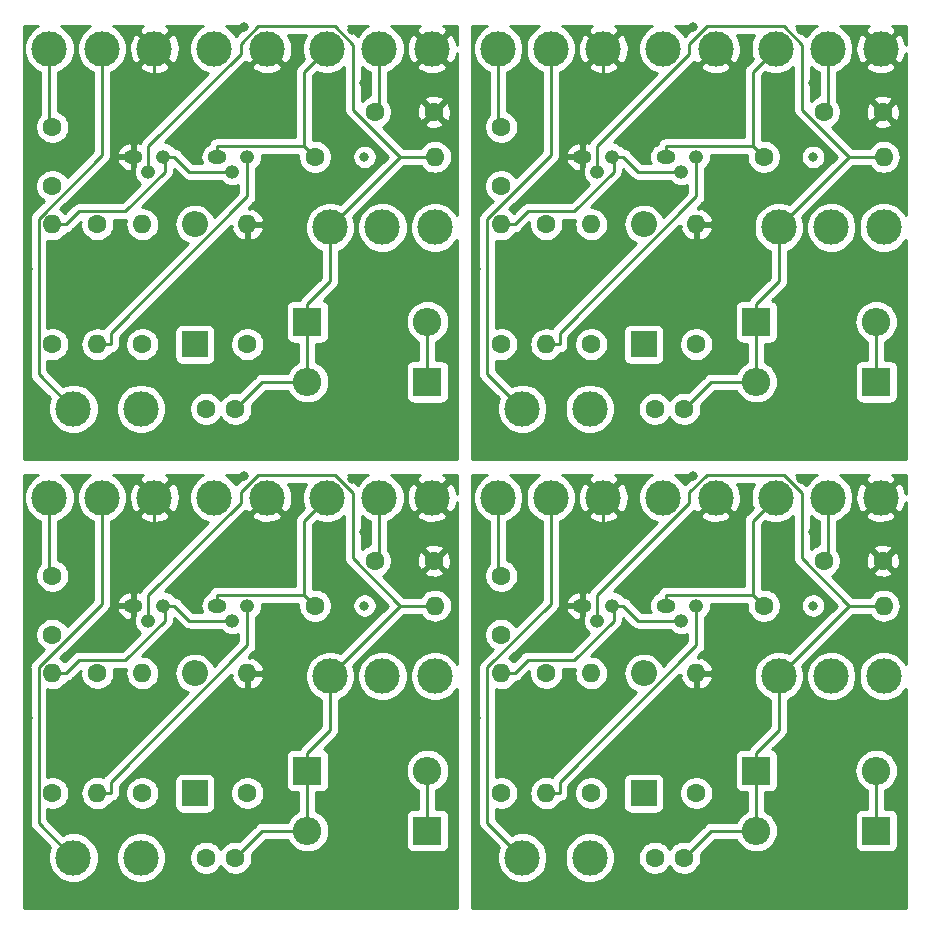
<source format=gbr>
G04 #@! TF.GenerationSoftware,KiCad,Pcbnew,(5.1.2-1)-1*
G04 #@! TF.CreationDate,2019-11-28T17:53:20+09:00*
G04 #@! TF.ProjectId,FuzzfaceMod_4,46757a7a-6661-4636-954d-6f645f342e6b,rev?*
G04 #@! TF.SameCoordinates,Original*
G04 #@! TF.FileFunction,Copper,L2,Bot*
G04 #@! TF.FilePolarity,Positive*
%FSLAX46Y46*%
G04 Gerber Fmt 4.6, Leading zero omitted, Abs format (unit mm)*
G04 Created by KiCad (PCBNEW (5.1.2-1)-1) date 2019-11-28 17:53:20*
%MOMM*%
%LPD*%
G04 APERTURE LIST*
%ADD10O,2.200000X2.200000*%
%ADD11R,2.200000X2.200000*%
%ADD12O,1.600000X1.600000*%
%ADD13C,1.600000*%
%ADD14C,3.000000*%
%ADD15O,1.200000X1.200000*%
%ADD16O,1.600000X1.200000*%
%ADD17O,2.400000X2.400000*%
%ADD18R,2.400000X2.400000*%
%ADD19C,0.800000*%
%ADD20C,0.250000*%
%ADD21C,0.254000*%
G04 APERTURE END LIST*
D10*
X129561000Y-99077000D03*
D11*
X129561000Y-109237000D03*
D10*
X91561000Y-99077000D03*
D11*
X91561000Y-109237000D03*
D10*
X129561000Y-61077000D03*
D11*
X129561000Y-71237000D03*
D12*
X117496000Y-99077000D03*
D13*
X117496000Y-109237000D03*
D12*
X79496000Y-99077000D03*
D13*
X79496000Y-109237000D03*
D12*
X117496000Y-61077000D03*
D13*
X117496000Y-71237000D03*
D12*
X125116000Y-99077000D03*
D13*
X125116000Y-109237000D03*
D12*
X87116000Y-99077000D03*
D13*
X87116000Y-109237000D03*
D12*
X125116000Y-61077000D03*
D13*
X125116000Y-71237000D03*
X117496000Y-95822000D03*
X117496000Y-90822000D03*
X79496000Y-95822000D03*
X79496000Y-90822000D03*
X117496000Y-57822000D03*
X117496000Y-52822000D03*
D14*
X124989000Y-114698000D03*
X86989000Y-114698000D03*
X124989000Y-76698000D03*
X119274000Y-114698000D03*
X81274000Y-114698000D03*
X119274000Y-76698000D03*
X140991000Y-99331000D03*
X102991000Y-99331000D03*
X140991000Y-61331000D03*
D13*
X121306000Y-99077000D03*
D12*
X121306000Y-109237000D03*
D13*
X83306000Y-99077000D03*
D12*
X83306000Y-109237000D03*
D13*
X121306000Y-61077000D03*
D12*
X121306000Y-71237000D03*
D14*
X131212000Y-84218000D03*
X93212000Y-84218000D03*
X131212000Y-46218000D03*
X145436000Y-99331000D03*
X107436000Y-99331000D03*
X145436000Y-61331000D03*
X140737000Y-84218000D03*
X102737000Y-84218000D03*
X140737000Y-46218000D03*
D15*
X126894000Y-93362000D03*
X125624000Y-94632000D03*
D16*
X124354000Y-93362000D03*
D15*
X88894000Y-93362000D03*
X87624000Y-94632000D03*
D16*
X86354000Y-93362000D03*
D15*
X126894000Y-55362000D03*
X125624000Y-56632000D03*
D16*
X124354000Y-55362000D03*
X131466000Y-93362000D03*
D15*
X132736000Y-94632000D03*
X134006000Y-93362000D03*
D16*
X93466000Y-93362000D03*
D15*
X94736000Y-94632000D03*
X96006000Y-93362000D03*
D16*
X131466000Y-55362000D03*
D15*
X132736000Y-56632000D03*
X134006000Y-55362000D03*
D14*
X149881000Y-99331000D03*
X111881000Y-99331000D03*
X149881000Y-61331000D03*
X121687000Y-84218000D03*
X83687000Y-84218000D03*
X121687000Y-46218000D03*
X117242000Y-84218000D03*
X79242000Y-84218000D03*
X117242000Y-46218000D03*
D17*
X149246000Y-107332000D03*
D18*
X139086000Y-107332000D03*
D17*
X111246000Y-107332000D03*
D18*
X101086000Y-107332000D03*
D17*
X149246000Y-69332000D03*
D18*
X139086000Y-69332000D03*
D14*
X126132000Y-84218000D03*
X88132000Y-84218000D03*
X126132000Y-46218000D03*
X149627000Y-84218000D03*
X111627000Y-84218000D03*
X149627000Y-46218000D03*
X145182000Y-84218000D03*
X107182000Y-84218000D03*
X145182000Y-46218000D03*
X135657000Y-84218000D03*
X97657000Y-84218000D03*
X135657000Y-46218000D03*
D18*
X149246000Y-112412000D03*
D17*
X139086000Y-112412000D03*
D18*
X111246000Y-112412000D03*
D17*
X101086000Y-112412000D03*
D18*
X149246000Y-74412000D03*
D17*
X139086000Y-74412000D03*
D13*
X130490000Y-114698000D03*
X132990000Y-114698000D03*
X92490000Y-114698000D03*
X94990000Y-114698000D03*
X130490000Y-76698000D03*
X132990000Y-76698000D03*
X139721000Y-93362000D03*
D12*
X149881000Y-93362000D03*
D13*
X101721000Y-93362000D03*
D12*
X111881000Y-93362000D03*
D13*
X139721000Y-55362000D03*
D12*
X149881000Y-55362000D03*
D13*
X144801000Y-89552000D03*
X149801000Y-89552000D03*
X106801000Y-89552000D03*
X111801000Y-89552000D03*
X144801000Y-51552000D03*
X149801000Y-51552000D03*
D12*
X134006000Y-99077000D03*
D13*
X134006000Y-109237000D03*
D12*
X96006000Y-99077000D03*
D13*
X96006000Y-109237000D03*
D12*
X134006000Y-61077000D03*
D13*
X134006000Y-71237000D03*
D16*
X86354000Y-55362000D03*
D15*
X87624000Y-56632000D03*
X88894000Y-55362000D03*
D13*
X79496000Y-52822000D03*
X79496000Y-57822000D03*
D12*
X111881000Y-55362000D03*
D13*
X101721000Y-55362000D03*
X96006000Y-71237000D03*
D12*
X96006000Y-61077000D03*
D11*
X91561000Y-71237000D03*
D10*
X91561000Y-61077000D03*
D13*
X94990000Y-76698000D03*
X92490000Y-76698000D03*
X111801000Y-51552000D03*
X106801000Y-51552000D03*
D14*
X93212000Y-46218000D03*
X102737000Y-46218000D03*
X107182000Y-46218000D03*
X111627000Y-46218000D03*
X79242000Y-46218000D03*
X83687000Y-46218000D03*
X88132000Y-46218000D03*
D15*
X96006000Y-55362000D03*
X94736000Y-56632000D03*
D16*
X93466000Y-55362000D03*
D18*
X101086000Y-69332000D03*
D17*
X111246000Y-69332000D03*
X101086000Y-74412000D03*
D18*
X111246000Y-74412000D03*
D14*
X97657000Y-46218000D03*
X86989000Y-76698000D03*
X81274000Y-76698000D03*
D13*
X79496000Y-71237000D03*
D12*
X79496000Y-61077000D03*
X83306000Y-71237000D03*
D13*
X83306000Y-61077000D03*
X87116000Y-71237000D03*
D12*
X87116000Y-61077000D03*
D14*
X102991000Y-61331000D03*
X107436000Y-61331000D03*
X111881000Y-61331000D03*
D19*
X105900000Y-49150000D03*
X104900000Y-44650000D03*
X95693400Y-44371600D03*
X99689000Y-58537000D03*
X93085000Y-66284000D03*
X98927000Y-65268000D03*
X82925000Y-65141000D03*
X81274000Y-80254000D03*
X86989000Y-80254000D03*
X92450000Y-80254000D03*
X101086000Y-80254000D03*
X111373000Y-80127000D03*
X106039000Y-74285000D03*
X106420000Y-80000000D03*
X106039000Y-67554000D03*
X112135000Y-65141000D03*
X84576000Y-57648000D03*
X90164000Y-58537000D03*
X81274000Y-49647000D03*
X77718000Y-49520000D03*
X77718000Y-55362000D03*
X81274000Y-54854000D03*
X86989000Y-50409000D03*
X97403000Y-50409000D03*
X102737000Y-50917000D03*
X89910000Y-74285000D03*
X84068000Y-74285000D03*
X109468000Y-49139000D03*
X109341000Y-53076000D03*
X77400000Y-64900000D03*
X77900000Y-79150000D03*
X112900000Y-78150000D03*
X99150000Y-77400000D03*
X97150000Y-79900000D03*
X86900000Y-64150000D03*
X89400000Y-68650000D03*
X94150000Y-63150000D03*
X103400000Y-57900000D03*
X111900000Y-58150000D03*
X98900000Y-53150000D03*
X91150000Y-53150000D03*
X90650000Y-48650000D03*
X95650000Y-52400000D03*
X81150000Y-68650000D03*
X80150000Y-63650000D03*
X96650000Y-68400000D03*
X98650000Y-72400000D03*
X104150000Y-70900000D03*
X103650000Y-77900000D03*
X107900000Y-71150000D03*
X104650000Y-64150000D03*
X108400000Y-77400000D03*
X127910000Y-74285000D03*
X89910000Y-112285000D03*
X127910000Y-112285000D03*
X122068000Y-74285000D03*
X84068000Y-112285000D03*
X122068000Y-112285000D03*
X147468000Y-49139000D03*
X109468000Y-87139000D03*
X147468000Y-87139000D03*
X147341000Y-53076000D03*
X109341000Y-91076000D03*
X147341000Y-91076000D03*
X115400000Y-64900000D03*
X77400000Y-102900000D03*
X115400000Y-102900000D03*
X115900000Y-79150000D03*
X77900000Y-117150000D03*
X115900000Y-117150000D03*
X150900000Y-78150000D03*
X112900000Y-116150000D03*
X150900000Y-116150000D03*
X137150000Y-77400000D03*
X99150000Y-115400000D03*
X137150000Y-115400000D03*
X135150000Y-79900000D03*
X97150000Y-117900000D03*
X135150000Y-117900000D03*
X124900000Y-64150000D03*
X86900000Y-102150000D03*
X124900000Y-102150000D03*
X127400000Y-68650000D03*
X89400000Y-106650000D03*
X127400000Y-106650000D03*
X132150000Y-63150000D03*
X94150000Y-101150000D03*
X132150000Y-101150000D03*
X141400000Y-57900000D03*
X103400000Y-95900000D03*
X141400000Y-95900000D03*
X149900000Y-58150000D03*
X111900000Y-96150000D03*
X149900000Y-96150000D03*
X136900000Y-53150000D03*
X98900000Y-91150000D03*
X136900000Y-91150000D03*
X129150000Y-53150000D03*
X91150000Y-91150000D03*
X129150000Y-91150000D03*
X128650000Y-48650000D03*
X90650000Y-86650000D03*
X128650000Y-86650000D03*
X133650000Y-52400000D03*
X95650000Y-90400000D03*
X133650000Y-90400000D03*
X119150000Y-68650000D03*
X81150000Y-106650000D03*
X119150000Y-106650000D03*
X118150000Y-63650000D03*
X80150000Y-101650000D03*
X118150000Y-101650000D03*
X134650000Y-68400000D03*
X96650000Y-106400000D03*
X134650000Y-106400000D03*
X136650000Y-72400000D03*
X98650000Y-110400000D03*
X136650000Y-110400000D03*
X142150000Y-70900000D03*
X104150000Y-108900000D03*
X142150000Y-108900000D03*
X141650000Y-77900000D03*
X103650000Y-115900000D03*
X141650000Y-115900000D03*
X145900000Y-71150000D03*
X107900000Y-109150000D03*
X145900000Y-109150000D03*
X142650000Y-64150000D03*
X104650000Y-102150000D03*
X142650000Y-102150000D03*
X146400000Y-77400000D03*
X108400000Y-115400000D03*
X146400000Y-115400000D03*
X137689000Y-58537000D03*
X99689000Y-96537000D03*
X137689000Y-96537000D03*
X131085000Y-66284000D03*
X93085000Y-104284000D03*
X131085000Y-104284000D03*
X143900000Y-49150000D03*
X105900000Y-87150000D03*
X143900000Y-87150000D03*
X142900000Y-44650000D03*
X104900000Y-82650000D03*
X142900000Y-82650000D03*
X133693400Y-44371600D03*
X95693400Y-82371600D03*
X133693400Y-82371600D03*
X136927000Y-65268000D03*
X98927000Y-103268000D03*
X136927000Y-103268000D03*
X124989000Y-80254000D03*
X86989000Y-118254000D03*
X124989000Y-118254000D03*
X144039000Y-74285000D03*
X106039000Y-112285000D03*
X144039000Y-112285000D03*
X144039000Y-67554000D03*
X106039000Y-105554000D03*
X144039000Y-105554000D03*
X115718000Y-49520000D03*
X77718000Y-87520000D03*
X115718000Y-87520000D03*
X150135000Y-65141000D03*
X112135000Y-103141000D03*
X150135000Y-103141000D03*
X122576000Y-57648000D03*
X84576000Y-95648000D03*
X122576000Y-95648000D03*
X119274000Y-80254000D03*
X81274000Y-118254000D03*
X119274000Y-118254000D03*
X120925000Y-65141000D03*
X82925000Y-103141000D03*
X120925000Y-103141000D03*
X119274000Y-54854000D03*
X81274000Y-92854000D03*
X119274000Y-92854000D03*
X149373000Y-80127000D03*
X111373000Y-118127000D03*
X149373000Y-118127000D03*
X144420000Y-80000000D03*
X106420000Y-118000000D03*
X144420000Y-118000000D03*
X135403000Y-50409000D03*
X97403000Y-88409000D03*
X135403000Y-88409000D03*
X140737000Y-50917000D03*
X102737000Y-88917000D03*
X140737000Y-88917000D03*
X128164000Y-58537000D03*
X90164000Y-96537000D03*
X128164000Y-96537000D03*
X124989000Y-50409000D03*
X86989000Y-88409000D03*
X124989000Y-88409000D03*
X115718000Y-55362000D03*
X77718000Y-93362000D03*
X115718000Y-93362000D03*
X130450000Y-80254000D03*
X92450000Y-118254000D03*
X130450000Y-118254000D03*
X139086000Y-80254000D03*
X101086000Y-118254000D03*
X139086000Y-118254000D03*
X119274000Y-49647000D03*
X81274000Y-87647000D03*
X119274000Y-87647000D03*
X105912000Y-55362000D03*
X143912000Y-55362000D03*
X105912000Y-93362000D03*
X143912000Y-93362000D03*
D20*
X86354000Y-55362000D02*
X86354000Y-54436700D01*
X88132000Y-46218000D02*
X88132000Y-52658700D01*
X88132000Y-52658700D02*
X86354000Y-54436700D01*
X126132000Y-52658700D02*
X124354000Y-54436700D01*
X88132000Y-90658700D02*
X86354000Y-92436700D01*
X126132000Y-90658700D02*
X124354000Y-92436700D01*
X124354000Y-55362000D02*
X124354000Y-54436700D01*
X86354000Y-93362000D02*
X86354000Y-92436700D01*
X124354000Y-93362000D02*
X124354000Y-92436700D01*
X126132000Y-46218000D02*
X126132000Y-52658700D01*
X88132000Y-84218000D02*
X88132000Y-90658700D01*
X126132000Y-84218000D02*
X126132000Y-90658700D01*
X79242000Y-46218000D02*
X79242000Y-52568000D01*
X79242000Y-52568000D02*
X79496000Y-52822000D01*
X117242000Y-52568000D02*
X117496000Y-52822000D01*
X79242000Y-90568000D02*
X79496000Y-90822000D01*
X117242000Y-90568000D02*
X117496000Y-90822000D01*
X117242000Y-46218000D02*
X117242000Y-52568000D01*
X79242000Y-84218000D02*
X79242000Y-90568000D01*
X117242000Y-84218000D02*
X117242000Y-90568000D01*
X108960000Y-55362000D02*
X111881000Y-55362000D01*
X102991000Y-61331000D02*
X108960000Y-55362000D01*
X108960000Y-55362000D02*
X104959600Y-51361600D01*
X104959600Y-51361600D02*
X104959600Y-45854900D01*
X104959600Y-45854900D02*
X103432100Y-44327400D01*
X103432100Y-44327400D02*
X96877800Y-44327400D01*
X96877800Y-44327400D02*
X95434600Y-45770600D01*
X95434600Y-45770600D02*
X95434600Y-46640000D01*
X95434600Y-46640000D02*
X87624000Y-54450600D01*
X87624000Y-54450600D02*
X87624000Y-56632000D01*
X101086000Y-67806700D02*
X102991000Y-65901700D01*
X102991000Y-65901700D02*
X102991000Y-61331000D01*
X101086000Y-74412000D02*
X97276000Y-74412000D01*
X97276000Y-74412000D02*
X94990000Y-76698000D01*
X101086000Y-74412000D02*
X101086000Y-70857300D01*
X101086000Y-69332000D02*
X101086000Y-70857300D01*
X101086000Y-69332000D02*
X101086000Y-67806700D01*
X142959600Y-45854900D02*
X141432100Y-44327400D01*
X104959600Y-83854900D02*
X103432100Y-82327400D01*
X142959600Y-83854900D02*
X141432100Y-82327400D01*
X125624000Y-54450600D02*
X125624000Y-56632000D01*
X87624000Y-92450600D02*
X87624000Y-94632000D01*
X125624000Y-92450600D02*
X125624000Y-94632000D01*
X133434600Y-45770600D02*
X133434600Y-46640000D01*
X95434600Y-83770600D02*
X95434600Y-84640000D01*
X133434600Y-83770600D02*
X133434600Y-84640000D01*
X140991000Y-61331000D02*
X146960000Y-55362000D01*
X102991000Y-99331000D02*
X108960000Y-93362000D01*
X140991000Y-99331000D02*
X146960000Y-93362000D01*
X141432100Y-44327400D02*
X134877800Y-44327400D01*
X103432100Y-82327400D02*
X96877800Y-82327400D01*
X141432100Y-82327400D02*
X134877800Y-82327400D01*
X139086000Y-74412000D02*
X135276000Y-74412000D01*
X101086000Y-112412000D02*
X97276000Y-112412000D01*
X139086000Y-112412000D02*
X135276000Y-112412000D01*
X146960000Y-55362000D02*
X142959600Y-51361600D01*
X108960000Y-93362000D02*
X104959600Y-89361600D01*
X146960000Y-93362000D02*
X142959600Y-89361600D01*
X134877800Y-44327400D02*
X133434600Y-45770600D01*
X96877800Y-82327400D02*
X95434600Y-83770600D01*
X134877800Y-82327400D02*
X133434600Y-83770600D01*
X142959600Y-51361600D02*
X142959600Y-45854900D01*
X104959600Y-89361600D02*
X104959600Y-83854900D01*
X142959600Y-89361600D02*
X142959600Y-83854900D01*
X139086000Y-69332000D02*
X139086000Y-67806700D01*
X101086000Y-107332000D02*
X101086000Y-105806700D01*
X139086000Y-107332000D02*
X139086000Y-105806700D01*
X133434600Y-46640000D02*
X125624000Y-54450600D01*
X95434600Y-84640000D02*
X87624000Y-92450600D01*
X133434600Y-84640000D02*
X125624000Y-92450600D01*
X146960000Y-55362000D02*
X149881000Y-55362000D01*
X108960000Y-93362000D02*
X111881000Y-93362000D01*
X146960000Y-93362000D02*
X149881000Y-93362000D01*
X135276000Y-74412000D02*
X132990000Y-76698000D01*
X97276000Y-112412000D02*
X94990000Y-114698000D01*
X135276000Y-112412000D02*
X132990000Y-114698000D01*
X139086000Y-74412000D02*
X139086000Y-70857300D01*
X101086000Y-112412000D02*
X101086000Y-108857300D01*
X139086000Y-112412000D02*
X139086000Y-108857300D01*
X139086000Y-69332000D02*
X139086000Y-70857300D01*
X101086000Y-107332000D02*
X101086000Y-108857300D01*
X139086000Y-107332000D02*
X139086000Y-108857300D01*
X139086000Y-67806700D02*
X140991000Y-65901700D01*
X101086000Y-105806700D02*
X102991000Y-103901700D01*
X139086000Y-105806700D02*
X140991000Y-103901700D01*
X140991000Y-65901700D02*
X140991000Y-61331000D01*
X102991000Y-103901700D02*
X102991000Y-99331000D01*
X140991000Y-103901700D02*
X140991000Y-99331000D01*
X100795700Y-54436700D02*
X101721000Y-55362000D01*
X93466000Y-54436700D02*
X100795700Y-54436700D01*
X102737000Y-46218000D02*
X100795700Y-48159300D01*
X100795700Y-48159300D02*
X100795700Y-54436700D01*
X93466000Y-55362000D02*
X93466000Y-54436700D01*
X138795700Y-54436700D02*
X139721000Y-55362000D01*
X100795700Y-92436700D02*
X101721000Y-93362000D01*
X138795700Y-92436700D02*
X139721000Y-93362000D01*
X131466000Y-54436700D02*
X138795700Y-54436700D01*
X93466000Y-92436700D02*
X100795700Y-92436700D01*
X131466000Y-92436700D02*
X138795700Y-92436700D01*
X140737000Y-46218000D02*
X138795700Y-48159300D01*
X102737000Y-84218000D02*
X100795700Y-86159300D01*
X140737000Y-84218000D02*
X138795700Y-86159300D01*
X138795700Y-48159300D02*
X138795700Y-54436700D01*
X100795700Y-86159300D02*
X100795700Y-92436700D01*
X138795700Y-86159300D02*
X138795700Y-92436700D01*
X131466000Y-55362000D02*
X131466000Y-54436700D01*
X93466000Y-93362000D02*
X93466000Y-92436700D01*
X131466000Y-93362000D02*
X131466000Y-92436700D01*
X107182000Y-46218000D02*
X107182000Y-51171000D01*
X107182000Y-51171000D02*
X106801000Y-51552000D01*
X145182000Y-46218000D02*
X145182000Y-51171000D01*
X107182000Y-84218000D02*
X107182000Y-89171000D01*
X145182000Y-84218000D02*
X145182000Y-89171000D01*
X145182000Y-51171000D02*
X144801000Y-51552000D01*
X107182000Y-89171000D02*
X106801000Y-89552000D01*
X145182000Y-89171000D02*
X144801000Y-89552000D01*
X81274000Y-76698000D02*
X78318700Y-73742700D01*
X78318700Y-73742700D02*
X78318700Y-60591000D01*
X78318700Y-60591000D02*
X83687000Y-55222700D01*
X83687000Y-55222700D02*
X83687000Y-46218000D01*
X119274000Y-76698000D02*
X116318700Y-73742700D01*
X81274000Y-114698000D02*
X78318700Y-111742700D01*
X119274000Y-114698000D02*
X116318700Y-111742700D01*
X116318700Y-73742700D02*
X116318700Y-60591000D01*
X78318700Y-111742700D02*
X78318700Y-98591000D01*
X116318700Y-111742700D02*
X116318700Y-98591000D01*
X116318700Y-60591000D02*
X121687000Y-55222700D01*
X78318700Y-98591000D02*
X83687000Y-93222700D01*
X116318700Y-98591000D02*
X121687000Y-93222700D01*
X121687000Y-55222700D02*
X121687000Y-46218000D01*
X83687000Y-93222700D02*
X83687000Y-84218000D01*
X121687000Y-93222700D02*
X121687000Y-84218000D01*
X79496000Y-61077000D02*
X80621300Y-61077000D01*
X89009700Y-55362000D02*
X89009700Y-56625700D01*
X89009700Y-56625700D02*
X85683700Y-59951700D01*
X85683700Y-59951700D02*
X81746600Y-59951700D01*
X81746600Y-59951700D02*
X80621300Y-61077000D01*
X89009700Y-55362000D02*
X89819300Y-55362000D01*
X88894000Y-55362000D02*
X89009700Y-55362000D01*
X93810700Y-56632000D02*
X91089300Y-56632000D01*
X91089300Y-56632000D02*
X89819300Y-55362000D01*
X94736000Y-56632000D02*
X93810700Y-56632000D01*
X117496000Y-61077000D02*
X118621300Y-61077000D01*
X79496000Y-99077000D02*
X80621300Y-99077000D01*
X117496000Y-99077000D02*
X118621300Y-99077000D01*
X127009700Y-55362000D02*
X127009700Y-56625700D01*
X89009700Y-93362000D02*
X89009700Y-94625700D01*
X127009700Y-93362000D02*
X127009700Y-94625700D01*
X127009700Y-56625700D02*
X123683700Y-59951700D01*
X89009700Y-94625700D02*
X85683700Y-97951700D01*
X127009700Y-94625700D02*
X123683700Y-97951700D01*
X123683700Y-59951700D02*
X119746600Y-59951700D01*
X85683700Y-97951700D02*
X81746600Y-97951700D01*
X123683700Y-97951700D02*
X119746600Y-97951700D01*
X119746600Y-59951700D02*
X118621300Y-61077000D01*
X81746600Y-97951700D02*
X80621300Y-99077000D01*
X119746600Y-97951700D02*
X118621300Y-99077000D01*
X127009700Y-55362000D02*
X127819300Y-55362000D01*
X89009700Y-93362000D02*
X89819300Y-93362000D01*
X127009700Y-93362000D02*
X127819300Y-93362000D01*
X126894000Y-55362000D02*
X127009700Y-55362000D01*
X88894000Y-93362000D02*
X89009700Y-93362000D01*
X126894000Y-93362000D02*
X127009700Y-93362000D01*
X131810700Y-56632000D02*
X129089300Y-56632000D01*
X93810700Y-94632000D02*
X91089300Y-94632000D01*
X131810700Y-94632000D02*
X129089300Y-94632000D01*
X129089300Y-56632000D02*
X127819300Y-55362000D01*
X91089300Y-94632000D02*
X89819300Y-93362000D01*
X129089300Y-94632000D02*
X127819300Y-93362000D01*
X132736000Y-56632000D02*
X131810700Y-56632000D01*
X94736000Y-94632000D02*
X93810700Y-94632000D01*
X132736000Y-94632000D02*
X131810700Y-94632000D01*
X83306000Y-71237000D02*
X84431300Y-71237000D01*
X96006000Y-55362000D02*
X96006000Y-58707600D01*
X96006000Y-58707600D02*
X84431300Y-70282300D01*
X84431300Y-70282300D02*
X84431300Y-71237000D01*
X121306000Y-71237000D02*
X122431300Y-71237000D01*
X83306000Y-109237000D02*
X84431300Y-109237000D01*
X121306000Y-109237000D02*
X122431300Y-109237000D01*
X134006000Y-55362000D02*
X134006000Y-58707600D01*
X96006000Y-93362000D02*
X96006000Y-96707600D01*
X134006000Y-93362000D02*
X134006000Y-96707600D01*
X134006000Y-58707600D02*
X122431300Y-70282300D01*
X96006000Y-96707600D02*
X84431300Y-108282300D01*
X134006000Y-96707600D02*
X122431300Y-108282300D01*
X122431300Y-70282300D02*
X122431300Y-71237000D01*
X84431300Y-108282300D02*
X84431300Y-109237000D01*
X122431300Y-108282300D02*
X122431300Y-109237000D01*
X111246000Y-74412000D02*
X111246000Y-69332000D01*
X149246000Y-74412000D02*
X149246000Y-69332000D01*
X111246000Y-112412000D02*
X111246000Y-107332000D01*
X149246000Y-112412000D02*
X149246000Y-107332000D01*
D21*
G36*
X78230698Y-44325988D02*
G01*
X77881017Y-44559637D01*
X77583637Y-44857017D01*
X77349988Y-45206698D01*
X77189047Y-45595244D01*
X77107000Y-46007721D01*
X77107000Y-46428279D01*
X77189047Y-46840756D01*
X77349988Y-47229302D01*
X77583637Y-47578983D01*
X77881017Y-47876363D01*
X78230698Y-48110012D01*
X78482000Y-48214105D01*
X78482001Y-51806603D01*
X78381363Y-51907241D01*
X78224320Y-52142273D01*
X78116147Y-52403426D01*
X78061000Y-52680665D01*
X78061000Y-52963335D01*
X78116147Y-53240574D01*
X78224320Y-53501727D01*
X78381363Y-53736759D01*
X78581241Y-53936637D01*
X78816273Y-54093680D01*
X79077426Y-54201853D01*
X79354665Y-54257000D01*
X79637335Y-54257000D01*
X79914574Y-54201853D01*
X80175727Y-54093680D01*
X80410759Y-53936637D01*
X80610637Y-53736759D01*
X80767680Y-53501727D01*
X80875853Y-53240574D01*
X80931000Y-52963335D01*
X80931000Y-52680665D01*
X80875853Y-52403426D01*
X80767680Y-52142273D01*
X80610637Y-51907241D01*
X80410759Y-51707363D01*
X80175727Y-51550320D01*
X80002000Y-51478360D01*
X80002000Y-48214105D01*
X80253302Y-48110012D01*
X80602983Y-47876363D01*
X80900363Y-47578983D01*
X81134012Y-47229302D01*
X81294953Y-46840756D01*
X81377000Y-46428279D01*
X81377000Y-46007721D01*
X81294953Y-45595244D01*
X81134012Y-45206698D01*
X80900363Y-44857017D01*
X80602983Y-44559637D01*
X80253302Y-44325988D01*
X80214704Y-44310000D01*
X82714296Y-44310000D01*
X82675698Y-44325988D01*
X82326017Y-44559637D01*
X82028637Y-44857017D01*
X81794988Y-45206698D01*
X81634047Y-45595244D01*
X81552000Y-46007721D01*
X81552000Y-46428279D01*
X81634047Y-46840756D01*
X81794988Y-47229302D01*
X82028637Y-47578983D01*
X82326017Y-47876363D01*
X82675698Y-48110012D01*
X82927001Y-48214105D01*
X82927000Y-54907898D01*
X80737617Y-57097281D01*
X80610637Y-56907241D01*
X80410759Y-56707363D01*
X80175727Y-56550320D01*
X79914574Y-56442147D01*
X79637335Y-56387000D01*
X79354665Y-56387000D01*
X79077426Y-56442147D01*
X78816273Y-56550320D01*
X78581241Y-56707363D01*
X78381363Y-56907241D01*
X78224320Y-57142273D01*
X78116147Y-57403426D01*
X78061000Y-57680665D01*
X78061000Y-57963335D01*
X78116147Y-58240574D01*
X78224320Y-58501727D01*
X78381363Y-58736759D01*
X78581241Y-58936637D01*
X78771281Y-59063618D01*
X77807698Y-60027201D01*
X77778700Y-60050999D01*
X77754902Y-60079997D01*
X77754901Y-60079998D01*
X77683726Y-60166724D01*
X77613154Y-60298754D01*
X77569698Y-60442015D01*
X77555024Y-60591000D01*
X77558701Y-60628332D01*
X77558700Y-73705378D01*
X77555024Y-73742700D01*
X77558700Y-73780022D01*
X77558700Y-73780032D01*
X77569697Y-73891685D01*
X77598830Y-73987724D01*
X77613154Y-74034946D01*
X77683726Y-74166976D01*
X77723571Y-74215526D01*
X77778699Y-74282701D01*
X77807703Y-74306504D01*
X79325140Y-75823941D01*
X79221047Y-76075244D01*
X79139000Y-76487721D01*
X79139000Y-76908279D01*
X79221047Y-77320756D01*
X79381988Y-77709302D01*
X79615637Y-78058983D01*
X79913017Y-78356363D01*
X80262698Y-78590012D01*
X80651244Y-78750953D01*
X81063721Y-78833000D01*
X81484279Y-78833000D01*
X81896756Y-78750953D01*
X82285302Y-78590012D01*
X82634983Y-78356363D01*
X82932363Y-78058983D01*
X83166012Y-77709302D01*
X83326953Y-77320756D01*
X83409000Y-76908279D01*
X83409000Y-76487721D01*
X84854000Y-76487721D01*
X84854000Y-76908279D01*
X84936047Y-77320756D01*
X85096988Y-77709302D01*
X85330637Y-78058983D01*
X85628017Y-78356363D01*
X85977698Y-78590012D01*
X86366244Y-78750953D01*
X86778721Y-78833000D01*
X87199279Y-78833000D01*
X87611756Y-78750953D01*
X88000302Y-78590012D01*
X88349983Y-78356363D01*
X88647363Y-78058983D01*
X88881012Y-77709302D01*
X89041953Y-77320756D01*
X89124000Y-76908279D01*
X89124000Y-76487721D01*
X89041953Y-76075244D01*
X88881012Y-75686698D01*
X88647363Y-75337017D01*
X88349983Y-75039637D01*
X88000302Y-74805988D01*
X87611756Y-74645047D01*
X87199279Y-74563000D01*
X86778721Y-74563000D01*
X86366244Y-74645047D01*
X85977698Y-74805988D01*
X85628017Y-75039637D01*
X85330637Y-75337017D01*
X85096988Y-75686698D01*
X84936047Y-76075244D01*
X84854000Y-76487721D01*
X83409000Y-76487721D01*
X83326953Y-76075244D01*
X83166012Y-75686698D01*
X82932363Y-75337017D01*
X82634983Y-75039637D01*
X82285302Y-74805988D01*
X81896756Y-74645047D01*
X81484279Y-74563000D01*
X81063721Y-74563000D01*
X80651244Y-74645047D01*
X80399941Y-74749140D01*
X79078700Y-73427899D01*
X79078700Y-72617106D01*
X79354665Y-72672000D01*
X79637335Y-72672000D01*
X79914574Y-72616853D01*
X80175727Y-72508680D01*
X80410759Y-72351637D01*
X80610637Y-72151759D01*
X80767680Y-71916727D01*
X80875853Y-71655574D01*
X80931000Y-71378335D01*
X80931000Y-71095665D01*
X80875853Y-70818426D01*
X80767680Y-70557273D01*
X80610637Y-70322241D01*
X80410759Y-70122363D01*
X80175727Y-69965320D01*
X79914574Y-69857147D01*
X79637335Y-69802000D01*
X79354665Y-69802000D01*
X79078700Y-69856894D01*
X79078700Y-62449984D01*
X79214691Y-62491236D01*
X79425508Y-62512000D01*
X79566492Y-62512000D01*
X79777309Y-62491236D01*
X80047808Y-62409182D01*
X80297101Y-62275932D01*
X80515608Y-62096608D01*
X80694932Y-61878101D01*
X80720139Y-61830942D01*
X80770286Y-61826003D01*
X80913547Y-61782546D01*
X81045576Y-61711974D01*
X81161301Y-61617001D01*
X81185104Y-61587998D01*
X81879334Y-60893768D01*
X81871000Y-60935665D01*
X81871000Y-61218335D01*
X81926147Y-61495574D01*
X82034320Y-61756727D01*
X82191363Y-61991759D01*
X82391241Y-62191637D01*
X82626273Y-62348680D01*
X82887426Y-62456853D01*
X83164665Y-62512000D01*
X83447335Y-62512000D01*
X83724574Y-62456853D01*
X83985727Y-62348680D01*
X84220759Y-62191637D01*
X84420637Y-61991759D01*
X84577680Y-61756727D01*
X84685853Y-61495574D01*
X84741000Y-61218335D01*
X84741000Y-60935665D01*
X84696450Y-60711700D01*
X85646378Y-60711700D01*
X85683700Y-60715376D01*
X85721022Y-60711700D01*
X85721033Y-60711700D01*
X85727433Y-60711070D01*
X85701764Y-60795691D01*
X85674057Y-61077000D01*
X85701764Y-61358309D01*
X85783818Y-61628808D01*
X85917068Y-61878101D01*
X86096392Y-62096608D01*
X86314899Y-62275932D01*
X86564192Y-62409182D01*
X86834691Y-62491236D01*
X87045508Y-62512000D01*
X87186492Y-62512000D01*
X87397309Y-62491236D01*
X87667808Y-62409182D01*
X87917101Y-62275932D01*
X88135608Y-62096608D01*
X88314932Y-61878101D01*
X88448182Y-61628808D01*
X88530236Y-61358309D01*
X88557943Y-61077000D01*
X88530236Y-60795691D01*
X88448182Y-60525192D01*
X88314932Y-60275899D01*
X88135608Y-60057392D01*
X87917101Y-59878068D01*
X87667808Y-59744818D01*
X87397309Y-59662764D01*
X87186492Y-59642000D01*
X87068201Y-59642000D01*
X89520703Y-57189499D01*
X89549701Y-57165701D01*
X89644674Y-57049976D01*
X89715246Y-56917947D01*
X89758703Y-56774686D01*
X89769700Y-56663033D01*
X89769700Y-56663024D01*
X89773376Y-56625701D01*
X89769700Y-56588378D01*
X89769700Y-56387201D01*
X90525501Y-57143003D01*
X90549299Y-57172001D01*
X90665024Y-57266974D01*
X90797053Y-57337546D01*
X90940314Y-57381003D01*
X91051967Y-57392000D01*
X91051976Y-57392000D01*
X91089299Y-57395676D01*
X91126622Y-57392000D01*
X93762067Y-57392000D01*
X93858498Y-57509502D01*
X94046551Y-57663833D01*
X94261099Y-57778511D01*
X94493898Y-57849130D01*
X94675335Y-57867000D01*
X94796665Y-57867000D01*
X94978102Y-57849130D01*
X95210901Y-57778511D01*
X95246001Y-57759750D01*
X95246001Y-58392797D01*
X93185018Y-60453781D01*
X93171686Y-60409832D01*
X93010579Y-60108422D01*
X92793766Y-59844234D01*
X92529578Y-59627421D01*
X92228168Y-59466314D01*
X91901119Y-59367105D01*
X91646225Y-59342000D01*
X91475775Y-59342000D01*
X91220881Y-59367105D01*
X90893832Y-59466314D01*
X90592422Y-59627421D01*
X90328234Y-59844234D01*
X90111421Y-60108422D01*
X89950314Y-60409832D01*
X89851105Y-60736881D01*
X89817606Y-61077000D01*
X89851105Y-61417119D01*
X89950314Y-61744168D01*
X90111421Y-62045578D01*
X90328234Y-62309766D01*
X90592422Y-62526579D01*
X90893832Y-62687686D01*
X90937781Y-62701018D01*
X83920303Y-69718496D01*
X83891299Y-69742299D01*
X83842304Y-69802000D01*
X83796326Y-69858024D01*
X83783382Y-69882241D01*
X83587309Y-69822764D01*
X83376492Y-69802000D01*
X83235508Y-69802000D01*
X83024691Y-69822764D01*
X82754192Y-69904818D01*
X82504899Y-70038068D01*
X82286392Y-70217392D01*
X82107068Y-70435899D01*
X81973818Y-70685192D01*
X81891764Y-70955691D01*
X81864057Y-71237000D01*
X81891764Y-71518309D01*
X81973818Y-71788808D01*
X82107068Y-72038101D01*
X82286392Y-72256608D01*
X82504899Y-72435932D01*
X82754192Y-72569182D01*
X83024691Y-72651236D01*
X83235508Y-72672000D01*
X83376492Y-72672000D01*
X83587309Y-72651236D01*
X83857808Y-72569182D01*
X84107101Y-72435932D01*
X84325608Y-72256608D01*
X84504932Y-72038101D01*
X84530139Y-71990942D01*
X84580286Y-71986003D01*
X84723547Y-71942546D01*
X84855576Y-71871974D01*
X84971301Y-71777001D01*
X85066274Y-71661276D01*
X85136846Y-71529247D01*
X85180303Y-71385986D01*
X85191300Y-71274333D01*
X85194977Y-71237000D01*
X85191300Y-71199667D01*
X85191300Y-71095665D01*
X85681000Y-71095665D01*
X85681000Y-71378335D01*
X85736147Y-71655574D01*
X85844320Y-71916727D01*
X86001363Y-72151759D01*
X86201241Y-72351637D01*
X86436273Y-72508680D01*
X86697426Y-72616853D01*
X86974665Y-72672000D01*
X87257335Y-72672000D01*
X87534574Y-72616853D01*
X87795727Y-72508680D01*
X88030759Y-72351637D01*
X88230637Y-72151759D01*
X88387680Y-71916727D01*
X88495853Y-71655574D01*
X88551000Y-71378335D01*
X88551000Y-71095665D01*
X88495853Y-70818426D01*
X88387680Y-70557273D01*
X88230637Y-70322241D01*
X88045396Y-70137000D01*
X89822928Y-70137000D01*
X89822928Y-72337000D01*
X89835188Y-72461482D01*
X89871498Y-72581180D01*
X89930463Y-72691494D01*
X90009815Y-72788185D01*
X90106506Y-72867537D01*
X90216820Y-72926502D01*
X90336518Y-72962812D01*
X90461000Y-72975072D01*
X92661000Y-72975072D01*
X92785482Y-72962812D01*
X92905180Y-72926502D01*
X93015494Y-72867537D01*
X93112185Y-72788185D01*
X93191537Y-72691494D01*
X93250502Y-72581180D01*
X93286812Y-72461482D01*
X93299072Y-72337000D01*
X93299072Y-71095665D01*
X94571000Y-71095665D01*
X94571000Y-71378335D01*
X94626147Y-71655574D01*
X94734320Y-71916727D01*
X94891363Y-72151759D01*
X95091241Y-72351637D01*
X95326273Y-72508680D01*
X95587426Y-72616853D01*
X95864665Y-72672000D01*
X96147335Y-72672000D01*
X96424574Y-72616853D01*
X96685727Y-72508680D01*
X96920759Y-72351637D01*
X97120637Y-72151759D01*
X97277680Y-71916727D01*
X97385853Y-71655574D01*
X97441000Y-71378335D01*
X97441000Y-71095665D01*
X97385853Y-70818426D01*
X97277680Y-70557273D01*
X97120637Y-70322241D01*
X96920759Y-70122363D01*
X96685727Y-69965320D01*
X96424574Y-69857147D01*
X96147335Y-69802000D01*
X95864665Y-69802000D01*
X95587426Y-69857147D01*
X95326273Y-69965320D01*
X95091241Y-70122363D01*
X94891363Y-70322241D01*
X94734320Y-70557273D01*
X94626147Y-70818426D01*
X94571000Y-71095665D01*
X93299072Y-71095665D01*
X93299072Y-70137000D01*
X93286812Y-70012518D01*
X93250502Y-69892820D01*
X93191537Y-69782506D01*
X93112185Y-69685815D01*
X93015494Y-69606463D01*
X92905180Y-69547498D01*
X92785482Y-69511188D01*
X92661000Y-69498928D01*
X90461000Y-69498928D01*
X90336518Y-69511188D01*
X90216820Y-69547498D01*
X90106506Y-69606463D01*
X90009815Y-69685815D01*
X89930463Y-69782506D01*
X89871498Y-69892820D01*
X89835188Y-70012518D01*
X89822928Y-70137000D01*
X88045396Y-70137000D01*
X88030759Y-70122363D01*
X87795727Y-69965320D01*
X87534574Y-69857147D01*
X87257335Y-69802000D01*
X86974665Y-69802000D01*
X86697426Y-69857147D01*
X86436273Y-69965320D01*
X86201241Y-70122363D01*
X86001363Y-70322241D01*
X85844320Y-70557273D01*
X85736147Y-70818426D01*
X85681000Y-71095665D01*
X85191300Y-71095665D01*
X85191300Y-70597101D01*
X94584400Y-61204002D01*
X94735375Y-61204002D01*
X94614091Y-61426040D01*
X94708930Y-61690881D01*
X94853615Y-61932131D01*
X95042586Y-62140519D01*
X95268580Y-62308037D01*
X95522913Y-62428246D01*
X95656961Y-62468904D01*
X95879000Y-62346915D01*
X95879000Y-61204000D01*
X96133000Y-61204000D01*
X96133000Y-62346915D01*
X96355039Y-62468904D01*
X96489087Y-62428246D01*
X96743420Y-62308037D01*
X96969414Y-62140519D01*
X97158385Y-61932131D01*
X97303070Y-61690881D01*
X97397909Y-61426040D01*
X97276624Y-61204000D01*
X96133000Y-61204000D01*
X95879000Y-61204000D01*
X95859000Y-61204000D01*
X95859000Y-60950000D01*
X95879000Y-60950000D01*
X95879000Y-60930000D01*
X96133000Y-60930000D01*
X96133000Y-60950000D01*
X97276624Y-60950000D01*
X97397909Y-60727960D01*
X97303070Y-60463119D01*
X97158385Y-60221869D01*
X96969414Y-60013481D01*
X96743420Y-59845963D01*
X96489087Y-59725754D01*
X96355039Y-59685096D01*
X96133002Y-59807084D01*
X96133002Y-59655400D01*
X96517003Y-59271399D01*
X96546001Y-59247601D01*
X96640974Y-59131876D01*
X96711546Y-58999847D01*
X96755003Y-58856586D01*
X96766000Y-58744933D01*
X96766000Y-58744925D01*
X96769676Y-58707600D01*
X96766000Y-58670275D01*
X96766000Y-56335933D01*
X96883502Y-56239502D01*
X97037833Y-56051449D01*
X97152511Y-55836901D01*
X97223130Y-55604102D01*
X97246975Y-55362000D01*
X97230694Y-55196700D01*
X100290767Y-55196700D01*
X100286000Y-55220665D01*
X100286000Y-55503335D01*
X100341147Y-55780574D01*
X100449320Y-56041727D01*
X100606363Y-56276759D01*
X100806241Y-56476637D01*
X101041273Y-56633680D01*
X101302426Y-56741853D01*
X101579665Y-56797000D01*
X101862335Y-56797000D01*
X102139574Y-56741853D01*
X102400727Y-56633680D01*
X102635759Y-56476637D01*
X102835637Y-56276759D01*
X102992680Y-56041727D01*
X103100853Y-55780574D01*
X103156000Y-55503335D01*
X103156000Y-55260061D01*
X104877000Y-55260061D01*
X104877000Y-55463939D01*
X104916774Y-55663898D01*
X104994795Y-55852256D01*
X105108063Y-56021774D01*
X105252226Y-56165937D01*
X105421744Y-56279205D01*
X105610102Y-56357226D01*
X105810061Y-56397000D01*
X106013939Y-56397000D01*
X106213898Y-56357226D01*
X106402256Y-56279205D01*
X106571774Y-56165937D01*
X106715937Y-56021774D01*
X106829205Y-55852256D01*
X106907226Y-55663898D01*
X106947000Y-55463939D01*
X106947000Y-55260061D01*
X106907226Y-55060102D01*
X106829205Y-54871744D01*
X106715937Y-54702226D01*
X106571774Y-54558063D01*
X106402256Y-54444795D01*
X106213898Y-54366774D01*
X106013939Y-54327000D01*
X105810061Y-54327000D01*
X105610102Y-54366774D01*
X105421744Y-54444795D01*
X105252226Y-54558063D01*
X105108063Y-54702226D01*
X104994795Y-54871744D01*
X104916774Y-55060102D01*
X104877000Y-55260061D01*
X103156000Y-55260061D01*
X103156000Y-55220665D01*
X103100853Y-54943426D01*
X102992680Y-54682273D01*
X102835637Y-54447241D01*
X102635759Y-54247363D01*
X102400727Y-54090320D01*
X102139574Y-53982147D01*
X101862335Y-53927000D01*
X101579665Y-53927000D01*
X101555700Y-53931767D01*
X101555700Y-48474101D01*
X101862941Y-48166860D01*
X102114244Y-48270953D01*
X102526721Y-48353000D01*
X102947279Y-48353000D01*
X103359756Y-48270953D01*
X103748302Y-48110012D01*
X104097983Y-47876363D01*
X104199601Y-47774745D01*
X104199600Y-51324277D01*
X104195924Y-51361600D01*
X104199600Y-51398922D01*
X104199600Y-51398932D01*
X104210597Y-51510585D01*
X104244549Y-51622512D01*
X104254054Y-51653846D01*
X104324626Y-51785876D01*
X104351809Y-51818998D01*
X104419599Y-51901601D01*
X104448603Y-51925404D01*
X107885198Y-55362000D01*
X103865059Y-59382140D01*
X103613756Y-59278047D01*
X103201279Y-59196000D01*
X102780721Y-59196000D01*
X102368244Y-59278047D01*
X101979698Y-59438988D01*
X101630017Y-59672637D01*
X101332637Y-59970017D01*
X101098988Y-60319698D01*
X100938047Y-60708244D01*
X100856000Y-61120721D01*
X100856000Y-61541279D01*
X100938047Y-61953756D01*
X101098988Y-62342302D01*
X101332637Y-62691983D01*
X101630017Y-62989363D01*
X101979698Y-63223012D01*
X102231001Y-63327105D01*
X102231000Y-65586898D01*
X100574998Y-67242901D01*
X100546000Y-67266699D01*
X100522202Y-67295697D01*
X100522201Y-67295698D01*
X100451026Y-67382424D01*
X100391425Y-67493928D01*
X99886000Y-67493928D01*
X99761518Y-67506188D01*
X99641820Y-67542498D01*
X99531506Y-67601463D01*
X99434815Y-67680815D01*
X99355463Y-67777506D01*
X99296498Y-67887820D01*
X99260188Y-68007518D01*
X99247928Y-68132000D01*
X99247928Y-70532000D01*
X99260188Y-70656482D01*
X99296498Y-70776180D01*
X99355463Y-70886494D01*
X99434815Y-70983185D01*
X99531506Y-71062537D01*
X99641820Y-71121502D01*
X99761518Y-71157812D01*
X99886000Y-71170072D01*
X100326001Y-71170072D01*
X100326000Y-72737544D01*
X100061596Y-72878871D01*
X99782181Y-73108181D01*
X99552871Y-73387596D01*
X99411545Y-73652000D01*
X97313322Y-73652000D01*
X97275999Y-73648324D01*
X97238676Y-73652000D01*
X97238667Y-73652000D01*
X97127014Y-73662997D01*
X96983753Y-73706454D01*
X96851724Y-73777026D01*
X96735999Y-73871999D01*
X96712201Y-73900997D01*
X95313886Y-75299312D01*
X95131335Y-75263000D01*
X94848665Y-75263000D01*
X94571426Y-75318147D01*
X94310273Y-75426320D01*
X94075241Y-75583363D01*
X93875363Y-75783241D01*
X93740000Y-75985827D01*
X93604637Y-75783241D01*
X93404759Y-75583363D01*
X93169727Y-75426320D01*
X92908574Y-75318147D01*
X92631335Y-75263000D01*
X92348665Y-75263000D01*
X92071426Y-75318147D01*
X91810273Y-75426320D01*
X91575241Y-75583363D01*
X91375363Y-75783241D01*
X91218320Y-76018273D01*
X91110147Y-76279426D01*
X91055000Y-76556665D01*
X91055000Y-76839335D01*
X91110147Y-77116574D01*
X91218320Y-77377727D01*
X91375363Y-77612759D01*
X91575241Y-77812637D01*
X91810273Y-77969680D01*
X92071426Y-78077853D01*
X92348665Y-78133000D01*
X92631335Y-78133000D01*
X92908574Y-78077853D01*
X93169727Y-77969680D01*
X93404759Y-77812637D01*
X93604637Y-77612759D01*
X93740000Y-77410173D01*
X93875363Y-77612759D01*
X94075241Y-77812637D01*
X94310273Y-77969680D01*
X94571426Y-78077853D01*
X94848665Y-78133000D01*
X95131335Y-78133000D01*
X95408574Y-78077853D01*
X95669727Y-77969680D01*
X95904759Y-77812637D01*
X96104637Y-77612759D01*
X96261680Y-77377727D01*
X96369853Y-77116574D01*
X96425000Y-76839335D01*
X96425000Y-76556665D01*
X96388688Y-76374114D01*
X97590802Y-75172000D01*
X99411545Y-75172000D01*
X99552871Y-75436404D01*
X99782181Y-75715819D01*
X100061596Y-75945129D01*
X100380378Y-76115521D01*
X100726277Y-76220448D01*
X100995861Y-76247000D01*
X101176139Y-76247000D01*
X101445723Y-76220448D01*
X101791622Y-76115521D01*
X102110404Y-75945129D01*
X102389819Y-75715819D01*
X102619129Y-75436404D01*
X102789521Y-75117622D01*
X102894448Y-74771723D01*
X102929878Y-74412000D01*
X102894448Y-74052277D01*
X102789521Y-73706378D01*
X102619129Y-73387596D01*
X102389819Y-73108181D01*
X102110404Y-72878871D01*
X101846000Y-72737545D01*
X101846000Y-71170072D01*
X102286000Y-71170072D01*
X102410482Y-71157812D01*
X102530180Y-71121502D01*
X102640494Y-71062537D01*
X102737185Y-70983185D01*
X102816537Y-70886494D01*
X102875502Y-70776180D01*
X102911812Y-70656482D01*
X102924072Y-70532000D01*
X102924072Y-69332000D01*
X109402122Y-69332000D01*
X109437552Y-69691723D01*
X109542479Y-70037622D01*
X109712871Y-70356404D01*
X109942181Y-70635819D01*
X110221596Y-70865129D01*
X110486001Y-71006456D01*
X110486000Y-72573928D01*
X110046000Y-72573928D01*
X109921518Y-72586188D01*
X109801820Y-72622498D01*
X109691506Y-72681463D01*
X109594815Y-72760815D01*
X109515463Y-72857506D01*
X109456498Y-72967820D01*
X109420188Y-73087518D01*
X109407928Y-73212000D01*
X109407928Y-75612000D01*
X109420188Y-75736482D01*
X109456498Y-75856180D01*
X109515463Y-75966494D01*
X109594815Y-76063185D01*
X109691506Y-76142537D01*
X109801820Y-76201502D01*
X109921518Y-76237812D01*
X110046000Y-76250072D01*
X112446000Y-76250072D01*
X112570482Y-76237812D01*
X112690180Y-76201502D01*
X112800494Y-76142537D01*
X112897185Y-76063185D01*
X112976537Y-75966494D01*
X113035502Y-75856180D01*
X113071812Y-75736482D01*
X113084072Y-75612000D01*
X113084072Y-73212000D01*
X113071812Y-73087518D01*
X113035502Y-72967820D01*
X112976537Y-72857506D01*
X112897185Y-72760815D01*
X112800494Y-72681463D01*
X112690180Y-72622498D01*
X112570482Y-72586188D01*
X112446000Y-72573928D01*
X112006000Y-72573928D01*
X112006000Y-71006455D01*
X112270404Y-70865129D01*
X112549819Y-70635819D01*
X112779129Y-70356404D01*
X112949521Y-70037622D01*
X113054448Y-69691723D01*
X113089878Y-69332000D01*
X113054448Y-68972277D01*
X112949521Y-68626378D01*
X112779129Y-68307596D01*
X112549819Y-68028181D01*
X112270404Y-67798871D01*
X111951622Y-67628479D01*
X111605723Y-67523552D01*
X111336139Y-67497000D01*
X111155861Y-67497000D01*
X110886277Y-67523552D01*
X110540378Y-67628479D01*
X110221596Y-67798871D01*
X109942181Y-68028181D01*
X109712871Y-68307596D01*
X109542479Y-68626378D01*
X109437552Y-68972277D01*
X109402122Y-69332000D01*
X102924072Y-69332000D01*
X102924072Y-68132000D01*
X102911812Y-68007518D01*
X102875502Y-67887820D01*
X102816537Y-67777506D01*
X102737185Y-67680815D01*
X102640494Y-67601463D01*
X102530180Y-67542498D01*
X102449483Y-67518019D01*
X103502004Y-66465498D01*
X103531001Y-66441701D01*
X103625974Y-66325976D01*
X103696546Y-66193947D01*
X103740003Y-66050686D01*
X103751000Y-65939033D01*
X103751000Y-65939023D01*
X103754676Y-65901700D01*
X103751000Y-65864377D01*
X103751000Y-63327105D01*
X104002302Y-63223012D01*
X104351983Y-62989363D01*
X104649363Y-62691983D01*
X104883012Y-62342302D01*
X105043953Y-61953756D01*
X105126000Y-61541279D01*
X105126000Y-61120721D01*
X105301000Y-61120721D01*
X105301000Y-61541279D01*
X105383047Y-61953756D01*
X105543988Y-62342302D01*
X105777637Y-62691983D01*
X106075017Y-62989363D01*
X106424698Y-63223012D01*
X106813244Y-63383953D01*
X107225721Y-63466000D01*
X107646279Y-63466000D01*
X108058756Y-63383953D01*
X108447302Y-63223012D01*
X108796983Y-62989363D01*
X109094363Y-62691983D01*
X109328012Y-62342302D01*
X109488953Y-61953756D01*
X109571000Y-61541279D01*
X109571000Y-61120721D01*
X109488953Y-60708244D01*
X109328012Y-60319698D01*
X109094363Y-59970017D01*
X108796983Y-59672637D01*
X108447302Y-59438988D01*
X108058756Y-59278047D01*
X107646279Y-59196000D01*
X107225721Y-59196000D01*
X106813244Y-59278047D01*
X106424698Y-59438988D01*
X106075017Y-59672637D01*
X105777637Y-59970017D01*
X105543988Y-60319698D01*
X105383047Y-60708244D01*
X105301000Y-61120721D01*
X105126000Y-61120721D01*
X105043953Y-60708244D01*
X104939860Y-60456941D01*
X109274802Y-56122000D01*
X110660099Y-56122000D01*
X110682068Y-56163101D01*
X110861392Y-56381608D01*
X111079899Y-56560932D01*
X111329192Y-56694182D01*
X111599691Y-56776236D01*
X111810508Y-56797000D01*
X111951492Y-56797000D01*
X112162309Y-56776236D01*
X112432808Y-56694182D01*
X112682101Y-56560932D01*
X112900608Y-56381608D01*
X113079932Y-56163101D01*
X113213182Y-55913808D01*
X113295236Y-55643309D01*
X113322943Y-55362000D01*
X113295236Y-55080691D01*
X113213182Y-54810192D01*
X113079932Y-54560899D01*
X112900608Y-54342392D01*
X112682101Y-54163068D01*
X112432808Y-54029818D01*
X112162309Y-53947764D01*
X111951492Y-53927000D01*
X111810508Y-53927000D01*
X111599691Y-53947764D01*
X111329192Y-54029818D01*
X111079899Y-54163068D01*
X110861392Y-54342392D01*
X110682068Y-54560899D01*
X110660099Y-54602000D01*
X109274802Y-54602000D01*
X107490171Y-52817370D01*
X107715759Y-52666637D01*
X107837694Y-52544702D01*
X110987903Y-52544702D01*
X111059486Y-52788671D01*
X111314996Y-52909571D01*
X111589184Y-52978300D01*
X111871512Y-52992217D01*
X112151130Y-52950787D01*
X112417292Y-52855603D01*
X112542514Y-52788671D01*
X112614097Y-52544702D01*
X111801000Y-51731605D01*
X110987903Y-52544702D01*
X107837694Y-52544702D01*
X107915637Y-52466759D01*
X108072680Y-52231727D01*
X108180853Y-51970574D01*
X108236000Y-51693335D01*
X108236000Y-51622512D01*
X110360783Y-51622512D01*
X110402213Y-51902130D01*
X110497397Y-52168292D01*
X110564329Y-52293514D01*
X110808298Y-52365097D01*
X111621395Y-51552000D01*
X111980605Y-51552000D01*
X112793702Y-52365097D01*
X113037671Y-52293514D01*
X113158571Y-52038004D01*
X113227300Y-51763816D01*
X113241217Y-51481488D01*
X113199787Y-51201870D01*
X113104603Y-50935708D01*
X113037671Y-50810486D01*
X112793702Y-50738903D01*
X111980605Y-51552000D01*
X111621395Y-51552000D01*
X110808298Y-50738903D01*
X110564329Y-50810486D01*
X110443429Y-51065996D01*
X110374700Y-51340184D01*
X110360783Y-51622512D01*
X108236000Y-51622512D01*
X108236000Y-51410665D01*
X108180853Y-51133426D01*
X108072680Y-50872273D01*
X107942000Y-50676696D01*
X107942000Y-50559298D01*
X110987903Y-50559298D01*
X111801000Y-51372395D01*
X112614097Y-50559298D01*
X112542514Y-50315329D01*
X112287004Y-50194429D01*
X112012816Y-50125700D01*
X111730488Y-50111783D01*
X111450870Y-50153213D01*
X111184708Y-50248397D01*
X111059486Y-50315329D01*
X110987903Y-50559298D01*
X107942000Y-50559298D01*
X107942000Y-48214105D01*
X108193302Y-48110012D01*
X108542983Y-47876363D01*
X108709693Y-47709653D01*
X110314952Y-47709653D01*
X110470962Y-48025214D01*
X110845745Y-48216020D01*
X111250551Y-48330044D01*
X111669824Y-48362902D01*
X112087451Y-48313334D01*
X112487383Y-48183243D01*
X112783038Y-48025214D01*
X112939048Y-47709653D01*
X111627000Y-46397605D01*
X110314952Y-47709653D01*
X108709693Y-47709653D01*
X108840363Y-47578983D01*
X109074012Y-47229302D01*
X109234953Y-46840756D01*
X109317000Y-46428279D01*
X109317000Y-46260824D01*
X109482098Y-46260824D01*
X109531666Y-46678451D01*
X109661757Y-47078383D01*
X109819786Y-47374038D01*
X110135347Y-47530048D01*
X111447395Y-46218000D01*
X110135347Y-44905952D01*
X109819786Y-45061962D01*
X109628980Y-45436745D01*
X109514956Y-45841551D01*
X109482098Y-46260824D01*
X109317000Y-46260824D01*
X109317000Y-46007721D01*
X109234953Y-45595244D01*
X109074012Y-45206698D01*
X108840363Y-44857017D01*
X108542983Y-44559637D01*
X108193302Y-44325988D01*
X108154704Y-44310000D01*
X110659522Y-44310000D01*
X110470962Y-44410786D01*
X110314952Y-44726347D01*
X111627000Y-46038395D01*
X112939048Y-44726347D01*
X112783038Y-44410786D01*
X112585073Y-44310000D01*
X113740001Y-44310000D01*
X113740001Y-45906399D01*
X113722334Y-45757549D01*
X113592243Y-45357617D01*
X113434214Y-45061962D01*
X113118653Y-44905952D01*
X111806605Y-46218000D01*
X113118653Y-47530048D01*
X113434214Y-47374038D01*
X113625020Y-46999255D01*
X113739044Y-46594449D01*
X113740001Y-46582239D01*
X113740001Y-60270293D01*
X113539363Y-59970017D01*
X113241983Y-59672637D01*
X112892302Y-59438988D01*
X112503756Y-59278047D01*
X112091279Y-59196000D01*
X111670721Y-59196000D01*
X111258244Y-59278047D01*
X110869698Y-59438988D01*
X110520017Y-59672637D01*
X110222637Y-59970017D01*
X109988988Y-60319698D01*
X109828047Y-60708244D01*
X109746000Y-61120721D01*
X109746000Y-61541279D01*
X109828047Y-61953756D01*
X109988988Y-62342302D01*
X110222637Y-62691983D01*
X110520017Y-62989363D01*
X110869698Y-63223012D01*
X111258244Y-63383953D01*
X111670721Y-63466000D01*
X112091279Y-63466000D01*
X112503756Y-63383953D01*
X112892302Y-63223012D01*
X113241983Y-62989363D01*
X113539363Y-62691983D01*
X113740001Y-62391707D01*
X113740000Y-80990000D01*
X77060000Y-80990000D01*
X77060000Y-44310000D01*
X78269296Y-44310000D01*
X78230698Y-44325988D01*
X78230698Y-44325988D01*
G37*
X78230698Y-44325988D02*
X77881017Y-44559637D01*
X77583637Y-44857017D01*
X77349988Y-45206698D01*
X77189047Y-45595244D01*
X77107000Y-46007721D01*
X77107000Y-46428279D01*
X77189047Y-46840756D01*
X77349988Y-47229302D01*
X77583637Y-47578983D01*
X77881017Y-47876363D01*
X78230698Y-48110012D01*
X78482000Y-48214105D01*
X78482001Y-51806603D01*
X78381363Y-51907241D01*
X78224320Y-52142273D01*
X78116147Y-52403426D01*
X78061000Y-52680665D01*
X78061000Y-52963335D01*
X78116147Y-53240574D01*
X78224320Y-53501727D01*
X78381363Y-53736759D01*
X78581241Y-53936637D01*
X78816273Y-54093680D01*
X79077426Y-54201853D01*
X79354665Y-54257000D01*
X79637335Y-54257000D01*
X79914574Y-54201853D01*
X80175727Y-54093680D01*
X80410759Y-53936637D01*
X80610637Y-53736759D01*
X80767680Y-53501727D01*
X80875853Y-53240574D01*
X80931000Y-52963335D01*
X80931000Y-52680665D01*
X80875853Y-52403426D01*
X80767680Y-52142273D01*
X80610637Y-51907241D01*
X80410759Y-51707363D01*
X80175727Y-51550320D01*
X80002000Y-51478360D01*
X80002000Y-48214105D01*
X80253302Y-48110012D01*
X80602983Y-47876363D01*
X80900363Y-47578983D01*
X81134012Y-47229302D01*
X81294953Y-46840756D01*
X81377000Y-46428279D01*
X81377000Y-46007721D01*
X81294953Y-45595244D01*
X81134012Y-45206698D01*
X80900363Y-44857017D01*
X80602983Y-44559637D01*
X80253302Y-44325988D01*
X80214704Y-44310000D01*
X82714296Y-44310000D01*
X82675698Y-44325988D01*
X82326017Y-44559637D01*
X82028637Y-44857017D01*
X81794988Y-45206698D01*
X81634047Y-45595244D01*
X81552000Y-46007721D01*
X81552000Y-46428279D01*
X81634047Y-46840756D01*
X81794988Y-47229302D01*
X82028637Y-47578983D01*
X82326017Y-47876363D01*
X82675698Y-48110012D01*
X82927001Y-48214105D01*
X82927000Y-54907898D01*
X80737617Y-57097281D01*
X80610637Y-56907241D01*
X80410759Y-56707363D01*
X80175727Y-56550320D01*
X79914574Y-56442147D01*
X79637335Y-56387000D01*
X79354665Y-56387000D01*
X79077426Y-56442147D01*
X78816273Y-56550320D01*
X78581241Y-56707363D01*
X78381363Y-56907241D01*
X78224320Y-57142273D01*
X78116147Y-57403426D01*
X78061000Y-57680665D01*
X78061000Y-57963335D01*
X78116147Y-58240574D01*
X78224320Y-58501727D01*
X78381363Y-58736759D01*
X78581241Y-58936637D01*
X78771281Y-59063618D01*
X77807698Y-60027201D01*
X77778700Y-60050999D01*
X77754902Y-60079997D01*
X77754901Y-60079998D01*
X77683726Y-60166724D01*
X77613154Y-60298754D01*
X77569698Y-60442015D01*
X77555024Y-60591000D01*
X77558701Y-60628332D01*
X77558700Y-73705378D01*
X77555024Y-73742700D01*
X77558700Y-73780022D01*
X77558700Y-73780032D01*
X77569697Y-73891685D01*
X77598830Y-73987724D01*
X77613154Y-74034946D01*
X77683726Y-74166976D01*
X77723571Y-74215526D01*
X77778699Y-74282701D01*
X77807703Y-74306504D01*
X79325140Y-75823941D01*
X79221047Y-76075244D01*
X79139000Y-76487721D01*
X79139000Y-76908279D01*
X79221047Y-77320756D01*
X79381988Y-77709302D01*
X79615637Y-78058983D01*
X79913017Y-78356363D01*
X80262698Y-78590012D01*
X80651244Y-78750953D01*
X81063721Y-78833000D01*
X81484279Y-78833000D01*
X81896756Y-78750953D01*
X82285302Y-78590012D01*
X82634983Y-78356363D01*
X82932363Y-78058983D01*
X83166012Y-77709302D01*
X83326953Y-77320756D01*
X83409000Y-76908279D01*
X83409000Y-76487721D01*
X84854000Y-76487721D01*
X84854000Y-76908279D01*
X84936047Y-77320756D01*
X85096988Y-77709302D01*
X85330637Y-78058983D01*
X85628017Y-78356363D01*
X85977698Y-78590012D01*
X86366244Y-78750953D01*
X86778721Y-78833000D01*
X87199279Y-78833000D01*
X87611756Y-78750953D01*
X88000302Y-78590012D01*
X88349983Y-78356363D01*
X88647363Y-78058983D01*
X88881012Y-77709302D01*
X89041953Y-77320756D01*
X89124000Y-76908279D01*
X89124000Y-76487721D01*
X89041953Y-76075244D01*
X88881012Y-75686698D01*
X88647363Y-75337017D01*
X88349983Y-75039637D01*
X88000302Y-74805988D01*
X87611756Y-74645047D01*
X87199279Y-74563000D01*
X86778721Y-74563000D01*
X86366244Y-74645047D01*
X85977698Y-74805988D01*
X85628017Y-75039637D01*
X85330637Y-75337017D01*
X85096988Y-75686698D01*
X84936047Y-76075244D01*
X84854000Y-76487721D01*
X83409000Y-76487721D01*
X83326953Y-76075244D01*
X83166012Y-75686698D01*
X82932363Y-75337017D01*
X82634983Y-75039637D01*
X82285302Y-74805988D01*
X81896756Y-74645047D01*
X81484279Y-74563000D01*
X81063721Y-74563000D01*
X80651244Y-74645047D01*
X80399941Y-74749140D01*
X79078700Y-73427899D01*
X79078700Y-72617106D01*
X79354665Y-72672000D01*
X79637335Y-72672000D01*
X79914574Y-72616853D01*
X80175727Y-72508680D01*
X80410759Y-72351637D01*
X80610637Y-72151759D01*
X80767680Y-71916727D01*
X80875853Y-71655574D01*
X80931000Y-71378335D01*
X80931000Y-71095665D01*
X80875853Y-70818426D01*
X80767680Y-70557273D01*
X80610637Y-70322241D01*
X80410759Y-70122363D01*
X80175727Y-69965320D01*
X79914574Y-69857147D01*
X79637335Y-69802000D01*
X79354665Y-69802000D01*
X79078700Y-69856894D01*
X79078700Y-62449984D01*
X79214691Y-62491236D01*
X79425508Y-62512000D01*
X79566492Y-62512000D01*
X79777309Y-62491236D01*
X80047808Y-62409182D01*
X80297101Y-62275932D01*
X80515608Y-62096608D01*
X80694932Y-61878101D01*
X80720139Y-61830942D01*
X80770286Y-61826003D01*
X80913547Y-61782546D01*
X81045576Y-61711974D01*
X81161301Y-61617001D01*
X81185104Y-61587998D01*
X81879334Y-60893768D01*
X81871000Y-60935665D01*
X81871000Y-61218335D01*
X81926147Y-61495574D01*
X82034320Y-61756727D01*
X82191363Y-61991759D01*
X82391241Y-62191637D01*
X82626273Y-62348680D01*
X82887426Y-62456853D01*
X83164665Y-62512000D01*
X83447335Y-62512000D01*
X83724574Y-62456853D01*
X83985727Y-62348680D01*
X84220759Y-62191637D01*
X84420637Y-61991759D01*
X84577680Y-61756727D01*
X84685853Y-61495574D01*
X84741000Y-61218335D01*
X84741000Y-60935665D01*
X84696450Y-60711700D01*
X85646378Y-60711700D01*
X85683700Y-60715376D01*
X85721022Y-60711700D01*
X85721033Y-60711700D01*
X85727433Y-60711070D01*
X85701764Y-60795691D01*
X85674057Y-61077000D01*
X85701764Y-61358309D01*
X85783818Y-61628808D01*
X85917068Y-61878101D01*
X86096392Y-62096608D01*
X86314899Y-62275932D01*
X86564192Y-62409182D01*
X86834691Y-62491236D01*
X87045508Y-62512000D01*
X87186492Y-62512000D01*
X87397309Y-62491236D01*
X87667808Y-62409182D01*
X87917101Y-62275932D01*
X88135608Y-62096608D01*
X88314932Y-61878101D01*
X88448182Y-61628808D01*
X88530236Y-61358309D01*
X88557943Y-61077000D01*
X88530236Y-60795691D01*
X88448182Y-60525192D01*
X88314932Y-60275899D01*
X88135608Y-60057392D01*
X87917101Y-59878068D01*
X87667808Y-59744818D01*
X87397309Y-59662764D01*
X87186492Y-59642000D01*
X87068201Y-59642000D01*
X89520703Y-57189499D01*
X89549701Y-57165701D01*
X89644674Y-57049976D01*
X89715246Y-56917947D01*
X89758703Y-56774686D01*
X89769700Y-56663033D01*
X89769700Y-56663024D01*
X89773376Y-56625701D01*
X89769700Y-56588378D01*
X89769700Y-56387201D01*
X90525501Y-57143003D01*
X90549299Y-57172001D01*
X90665024Y-57266974D01*
X90797053Y-57337546D01*
X90940314Y-57381003D01*
X91051967Y-57392000D01*
X91051976Y-57392000D01*
X91089299Y-57395676D01*
X91126622Y-57392000D01*
X93762067Y-57392000D01*
X93858498Y-57509502D01*
X94046551Y-57663833D01*
X94261099Y-57778511D01*
X94493898Y-57849130D01*
X94675335Y-57867000D01*
X94796665Y-57867000D01*
X94978102Y-57849130D01*
X95210901Y-57778511D01*
X95246001Y-57759750D01*
X95246001Y-58392797D01*
X93185018Y-60453781D01*
X93171686Y-60409832D01*
X93010579Y-60108422D01*
X92793766Y-59844234D01*
X92529578Y-59627421D01*
X92228168Y-59466314D01*
X91901119Y-59367105D01*
X91646225Y-59342000D01*
X91475775Y-59342000D01*
X91220881Y-59367105D01*
X90893832Y-59466314D01*
X90592422Y-59627421D01*
X90328234Y-59844234D01*
X90111421Y-60108422D01*
X89950314Y-60409832D01*
X89851105Y-60736881D01*
X89817606Y-61077000D01*
X89851105Y-61417119D01*
X89950314Y-61744168D01*
X90111421Y-62045578D01*
X90328234Y-62309766D01*
X90592422Y-62526579D01*
X90893832Y-62687686D01*
X90937781Y-62701018D01*
X83920303Y-69718496D01*
X83891299Y-69742299D01*
X83842304Y-69802000D01*
X83796326Y-69858024D01*
X83783382Y-69882241D01*
X83587309Y-69822764D01*
X83376492Y-69802000D01*
X83235508Y-69802000D01*
X83024691Y-69822764D01*
X82754192Y-69904818D01*
X82504899Y-70038068D01*
X82286392Y-70217392D01*
X82107068Y-70435899D01*
X81973818Y-70685192D01*
X81891764Y-70955691D01*
X81864057Y-71237000D01*
X81891764Y-71518309D01*
X81973818Y-71788808D01*
X82107068Y-72038101D01*
X82286392Y-72256608D01*
X82504899Y-72435932D01*
X82754192Y-72569182D01*
X83024691Y-72651236D01*
X83235508Y-72672000D01*
X83376492Y-72672000D01*
X83587309Y-72651236D01*
X83857808Y-72569182D01*
X84107101Y-72435932D01*
X84325608Y-72256608D01*
X84504932Y-72038101D01*
X84530139Y-71990942D01*
X84580286Y-71986003D01*
X84723547Y-71942546D01*
X84855576Y-71871974D01*
X84971301Y-71777001D01*
X85066274Y-71661276D01*
X85136846Y-71529247D01*
X85180303Y-71385986D01*
X85191300Y-71274333D01*
X85194977Y-71237000D01*
X85191300Y-71199667D01*
X85191300Y-71095665D01*
X85681000Y-71095665D01*
X85681000Y-71378335D01*
X85736147Y-71655574D01*
X85844320Y-71916727D01*
X86001363Y-72151759D01*
X86201241Y-72351637D01*
X86436273Y-72508680D01*
X86697426Y-72616853D01*
X86974665Y-72672000D01*
X87257335Y-72672000D01*
X87534574Y-72616853D01*
X87795727Y-72508680D01*
X88030759Y-72351637D01*
X88230637Y-72151759D01*
X88387680Y-71916727D01*
X88495853Y-71655574D01*
X88551000Y-71378335D01*
X88551000Y-71095665D01*
X88495853Y-70818426D01*
X88387680Y-70557273D01*
X88230637Y-70322241D01*
X88045396Y-70137000D01*
X89822928Y-70137000D01*
X89822928Y-72337000D01*
X89835188Y-72461482D01*
X89871498Y-72581180D01*
X89930463Y-72691494D01*
X90009815Y-72788185D01*
X90106506Y-72867537D01*
X90216820Y-72926502D01*
X90336518Y-72962812D01*
X90461000Y-72975072D01*
X92661000Y-72975072D01*
X92785482Y-72962812D01*
X92905180Y-72926502D01*
X93015494Y-72867537D01*
X93112185Y-72788185D01*
X93191537Y-72691494D01*
X93250502Y-72581180D01*
X93286812Y-72461482D01*
X93299072Y-72337000D01*
X93299072Y-71095665D01*
X94571000Y-71095665D01*
X94571000Y-71378335D01*
X94626147Y-71655574D01*
X94734320Y-71916727D01*
X94891363Y-72151759D01*
X95091241Y-72351637D01*
X95326273Y-72508680D01*
X95587426Y-72616853D01*
X95864665Y-72672000D01*
X96147335Y-72672000D01*
X96424574Y-72616853D01*
X96685727Y-72508680D01*
X96920759Y-72351637D01*
X97120637Y-72151759D01*
X97277680Y-71916727D01*
X97385853Y-71655574D01*
X97441000Y-71378335D01*
X97441000Y-71095665D01*
X97385853Y-70818426D01*
X97277680Y-70557273D01*
X97120637Y-70322241D01*
X96920759Y-70122363D01*
X96685727Y-69965320D01*
X96424574Y-69857147D01*
X96147335Y-69802000D01*
X95864665Y-69802000D01*
X95587426Y-69857147D01*
X95326273Y-69965320D01*
X95091241Y-70122363D01*
X94891363Y-70322241D01*
X94734320Y-70557273D01*
X94626147Y-70818426D01*
X94571000Y-71095665D01*
X93299072Y-71095665D01*
X93299072Y-70137000D01*
X93286812Y-70012518D01*
X93250502Y-69892820D01*
X93191537Y-69782506D01*
X93112185Y-69685815D01*
X93015494Y-69606463D01*
X92905180Y-69547498D01*
X92785482Y-69511188D01*
X92661000Y-69498928D01*
X90461000Y-69498928D01*
X90336518Y-69511188D01*
X90216820Y-69547498D01*
X90106506Y-69606463D01*
X90009815Y-69685815D01*
X89930463Y-69782506D01*
X89871498Y-69892820D01*
X89835188Y-70012518D01*
X89822928Y-70137000D01*
X88045396Y-70137000D01*
X88030759Y-70122363D01*
X87795727Y-69965320D01*
X87534574Y-69857147D01*
X87257335Y-69802000D01*
X86974665Y-69802000D01*
X86697426Y-69857147D01*
X86436273Y-69965320D01*
X86201241Y-70122363D01*
X86001363Y-70322241D01*
X85844320Y-70557273D01*
X85736147Y-70818426D01*
X85681000Y-71095665D01*
X85191300Y-71095665D01*
X85191300Y-70597101D01*
X94584400Y-61204002D01*
X94735375Y-61204002D01*
X94614091Y-61426040D01*
X94708930Y-61690881D01*
X94853615Y-61932131D01*
X95042586Y-62140519D01*
X95268580Y-62308037D01*
X95522913Y-62428246D01*
X95656961Y-62468904D01*
X95879000Y-62346915D01*
X95879000Y-61204000D01*
X96133000Y-61204000D01*
X96133000Y-62346915D01*
X96355039Y-62468904D01*
X96489087Y-62428246D01*
X96743420Y-62308037D01*
X96969414Y-62140519D01*
X97158385Y-61932131D01*
X97303070Y-61690881D01*
X97397909Y-61426040D01*
X97276624Y-61204000D01*
X96133000Y-61204000D01*
X95879000Y-61204000D01*
X95859000Y-61204000D01*
X95859000Y-60950000D01*
X95879000Y-60950000D01*
X95879000Y-60930000D01*
X96133000Y-60930000D01*
X96133000Y-60950000D01*
X97276624Y-60950000D01*
X97397909Y-60727960D01*
X97303070Y-60463119D01*
X97158385Y-60221869D01*
X96969414Y-60013481D01*
X96743420Y-59845963D01*
X96489087Y-59725754D01*
X96355039Y-59685096D01*
X96133002Y-59807084D01*
X96133002Y-59655400D01*
X96517003Y-59271399D01*
X96546001Y-59247601D01*
X96640974Y-59131876D01*
X96711546Y-58999847D01*
X96755003Y-58856586D01*
X96766000Y-58744933D01*
X96766000Y-58744925D01*
X96769676Y-58707600D01*
X96766000Y-58670275D01*
X96766000Y-56335933D01*
X96883502Y-56239502D01*
X97037833Y-56051449D01*
X97152511Y-55836901D01*
X97223130Y-55604102D01*
X97246975Y-55362000D01*
X97230694Y-55196700D01*
X100290767Y-55196700D01*
X100286000Y-55220665D01*
X100286000Y-55503335D01*
X100341147Y-55780574D01*
X100449320Y-56041727D01*
X100606363Y-56276759D01*
X100806241Y-56476637D01*
X101041273Y-56633680D01*
X101302426Y-56741853D01*
X101579665Y-56797000D01*
X101862335Y-56797000D01*
X102139574Y-56741853D01*
X102400727Y-56633680D01*
X102635759Y-56476637D01*
X102835637Y-56276759D01*
X102992680Y-56041727D01*
X103100853Y-55780574D01*
X103156000Y-55503335D01*
X103156000Y-55260061D01*
X104877000Y-55260061D01*
X104877000Y-55463939D01*
X104916774Y-55663898D01*
X104994795Y-55852256D01*
X105108063Y-56021774D01*
X105252226Y-56165937D01*
X105421744Y-56279205D01*
X105610102Y-56357226D01*
X105810061Y-56397000D01*
X106013939Y-56397000D01*
X106213898Y-56357226D01*
X106402256Y-56279205D01*
X106571774Y-56165937D01*
X106715937Y-56021774D01*
X106829205Y-55852256D01*
X106907226Y-55663898D01*
X106947000Y-55463939D01*
X106947000Y-55260061D01*
X106907226Y-55060102D01*
X106829205Y-54871744D01*
X106715937Y-54702226D01*
X106571774Y-54558063D01*
X106402256Y-54444795D01*
X106213898Y-54366774D01*
X106013939Y-54327000D01*
X105810061Y-54327000D01*
X105610102Y-54366774D01*
X105421744Y-54444795D01*
X105252226Y-54558063D01*
X105108063Y-54702226D01*
X104994795Y-54871744D01*
X104916774Y-55060102D01*
X104877000Y-55260061D01*
X103156000Y-55260061D01*
X103156000Y-55220665D01*
X103100853Y-54943426D01*
X102992680Y-54682273D01*
X102835637Y-54447241D01*
X102635759Y-54247363D01*
X102400727Y-54090320D01*
X102139574Y-53982147D01*
X101862335Y-53927000D01*
X101579665Y-53927000D01*
X101555700Y-53931767D01*
X101555700Y-48474101D01*
X101862941Y-48166860D01*
X102114244Y-48270953D01*
X102526721Y-48353000D01*
X102947279Y-48353000D01*
X103359756Y-48270953D01*
X103748302Y-48110012D01*
X104097983Y-47876363D01*
X104199601Y-47774745D01*
X104199600Y-51324277D01*
X104195924Y-51361600D01*
X104199600Y-51398922D01*
X104199600Y-51398932D01*
X104210597Y-51510585D01*
X104244549Y-51622512D01*
X104254054Y-51653846D01*
X104324626Y-51785876D01*
X104351809Y-51818998D01*
X104419599Y-51901601D01*
X104448603Y-51925404D01*
X107885198Y-55362000D01*
X103865059Y-59382140D01*
X103613756Y-59278047D01*
X103201279Y-59196000D01*
X102780721Y-59196000D01*
X102368244Y-59278047D01*
X101979698Y-59438988D01*
X101630017Y-59672637D01*
X101332637Y-59970017D01*
X101098988Y-60319698D01*
X100938047Y-60708244D01*
X100856000Y-61120721D01*
X100856000Y-61541279D01*
X100938047Y-61953756D01*
X101098988Y-62342302D01*
X101332637Y-62691983D01*
X101630017Y-62989363D01*
X101979698Y-63223012D01*
X102231001Y-63327105D01*
X102231000Y-65586898D01*
X100574998Y-67242901D01*
X100546000Y-67266699D01*
X100522202Y-67295697D01*
X100522201Y-67295698D01*
X100451026Y-67382424D01*
X100391425Y-67493928D01*
X99886000Y-67493928D01*
X99761518Y-67506188D01*
X99641820Y-67542498D01*
X99531506Y-67601463D01*
X99434815Y-67680815D01*
X99355463Y-67777506D01*
X99296498Y-67887820D01*
X99260188Y-68007518D01*
X99247928Y-68132000D01*
X99247928Y-70532000D01*
X99260188Y-70656482D01*
X99296498Y-70776180D01*
X99355463Y-70886494D01*
X99434815Y-70983185D01*
X99531506Y-71062537D01*
X99641820Y-71121502D01*
X99761518Y-71157812D01*
X99886000Y-71170072D01*
X100326001Y-71170072D01*
X100326000Y-72737544D01*
X100061596Y-72878871D01*
X99782181Y-73108181D01*
X99552871Y-73387596D01*
X99411545Y-73652000D01*
X97313322Y-73652000D01*
X97275999Y-73648324D01*
X97238676Y-73652000D01*
X97238667Y-73652000D01*
X97127014Y-73662997D01*
X96983753Y-73706454D01*
X96851724Y-73777026D01*
X96735999Y-73871999D01*
X96712201Y-73900997D01*
X95313886Y-75299312D01*
X95131335Y-75263000D01*
X94848665Y-75263000D01*
X94571426Y-75318147D01*
X94310273Y-75426320D01*
X94075241Y-75583363D01*
X93875363Y-75783241D01*
X93740000Y-75985827D01*
X93604637Y-75783241D01*
X93404759Y-75583363D01*
X93169727Y-75426320D01*
X92908574Y-75318147D01*
X92631335Y-75263000D01*
X92348665Y-75263000D01*
X92071426Y-75318147D01*
X91810273Y-75426320D01*
X91575241Y-75583363D01*
X91375363Y-75783241D01*
X91218320Y-76018273D01*
X91110147Y-76279426D01*
X91055000Y-76556665D01*
X91055000Y-76839335D01*
X91110147Y-77116574D01*
X91218320Y-77377727D01*
X91375363Y-77612759D01*
X91575241Y-77812637D01*
X91810273Y-77969680D01*
X92071426Y-78077853D01*
X92348665Y-78133000D01*
X92631335Y-78133000D01*
X92908574Y-78077853D01*
X93169727Y-77969680D01*
X93404759Y-77812637D01*
X93604637Y-77612759D01*
X93740000Y-77410173D01*
X93875363Y-77612759D01*
X94075241Y-77812637D01*
X94310273Y-77969680D01*
X94571426Y-78077853D01*
X94848665Y-78133000D01*
X95131335Y-78133000D01*
X95408574Y-78077853D01*
X95669727Y-77969680D01*
X95904759Y-77812637D01*
X96104637Y-77612759D01*
X96261680Y-77377727D01*
X96369853Y-77116574D01*
X96425000Y-76839335D01*
X96425000Y-76556665D01*
X96388688Y-76374114D01*
X97590802Y-75172000D01*
X99411545Y-75172000D01*
X99552871Y-75436404D01*
X99782181Y-75715819D01*
X100061596Y-75945129D01*
X100380378Y-76115521D01*
X100726277Y-76220448D01*
X100995861Y-76247000D01*
X101176139Y-76247000D01*
X101445723Y-76220448D01*
X101791622Y-76115521D01*
X102110404Y-75945129D01*
X102389819Y-75715819D01*
X102619129Y-75436404D01*
X102789521Y-75117622D01*
X102894448Y-74771723D01*
X102929878Y-74412000D01*
X102894448Y-74052277D01*
X102789521Y-73706378D01*
X102619129Y-73387596D01*
X102389819Y-73108181D01*
X102110404Y-72878871D01*
X101846000Y-72737545D01*
X101846000Y-71170072D01*
X102286000Y-71170072D01*
X102410482Y-71157812D01*
X102530180Y-71121502D01*
X102640494Y-71062537D01*
X102737185Y-70983185D01*
X102816537Y-70886494D01*
X102875502Y-70776180D01*
X102911812Y-70656482D01*
X102924072Y-70532000D01*
X102924072Y-69332000D01*
X109402122Y-69332000D01*
X109437552Y-69691723D01*
X109542479Y-70037622D01*
X109712871Y-70356404D01*
X109942181Y-70635819D01*
X110221596Y-70865129D01*
X110486001Y-71006456D01*
X110486000Y-72573928D01*
X110046000Y-72573928D01*
X109921518Y-72586188D01*
X109801820Y-72622498D01*
X109691506Y-72681463D01*
X109594815Y-72760815D01*
X109515463Y-72857506D01*
X109456498Y-72967820D01*
X109420188Y-73087518D01*
X109407928Y-73212000D01*
X109407928Y-75612000D01*
X109420188Y-75736482D01*
X109456498Y-75856180D01*
X109515463Y-75966494D01*
X109594815Y-76063185D01*
X109691506Y-76142537D01*
X109801820Y-76201502D01*
X109921518Y-76237812D01*
X110046000Y-76250072D01*
X112446000Y-76250072D01*
X112570482Y-76237812D01*
X112690180Y-76201502D01*
X112800494Y-76142537D01*
X112897185Y-76063185D01*
X112976537Y-75966494D01*
X113035502Y-75856180D01*
X113071812Y-75736482D01*
X113084072Y-75612000D01*
X113084072Y-73212000D01*
X113071812Y-73087518D01*
X113035502Y-72967820D01*
X112976537Y-72857506D01*
X112897185Y-72760815D01*
X112800494Y-72681463D01*
X112690180Y-72622498D01*
X112570482Y-72586188D01*
X112446000Y-72573928D01*
X112006000Y-72573928D01*
X112006000Y-71006455D01*
X112270404Y-70865129D01*
X112549819Y-70635819D01*
X112779129Y-70356404D01*
X112949521Y-70037622D01*
X113054448Y-69691723D01*
X113089878Y-69332000D01*
X113054448Y-68972277D01*
X112949521Y-68626378D01*
X112779129Y-68307596D01*
X112549819Y-68028181D01*
X112270404Y-67798871D01*
X111951622Y-67628479D01*
X111605723Y-67523552D01*
X111336139Y-67497000D01*
X111155861Y-67497000D01*
X110886277Y-67523552D01*
X110540378Y-67628479D01*
X110221596Y-67798871D01*
X109942181Y-68028181D01*
X109712871Y-68307596D01*
X109542479Y-68626378D01*
X109437552Y-68972277D01*
X109402122Y-69332000D01*
X102924072Y-69332000D01*
X102924072Y-68132000D01*
X102911812Y-68007518D01*
X102875502Y-67887820D01*
X102816537Y-67777506D01*
X102737185Y-67680815D01*
X102640494Y-67601463D01*
X102530180Y-67542498D01*
X102449483Y-67518019D01*
X103502004Y-66465498D01*
X103531001Y-66441701D01*
X103625974Y-66325976D01*
X103696546Y-66193947D01*
X103740003Y-66050686D01*
X103751000Y-65939033D01*
X103751000Y-65939023D01*
X103754676Y-65901700D01*
X103751000Y-65864377D01*
X103751000Y-63327105D01*
X104002302Y-63223012D01*
X104351983Y-62989363D01*
X104649363Y-62691983D01*
X104883012Y-62342302D01*
X105043953Y-61953756D01*
X105126000Y-61541279D01*
X105126000Y-61120721D01*
X105301000Y-61120721D01*
X105301000Y-61541279D01*
X105383047Y-61953756D01*
X105543988Y-62342302D01*
X105777637Y-62691983D01*
X106075017Y-62989363D01*
X106424698Y-63223012D01*
X106813244Y-63383953D01*
X107225721Y-63466000D01*
X107646279Y-63466000D01*
X108058756Y-63383953D01*
X108447302Y-63223012D01*
X108796983Y-62989363D01*
X109094363Y-62691983D01*
X109328012Y-62342302D01*
X109488953Y-61953756D01*
X109571000Y-61541279D01*
X109571000Y-61120721D01*
X109488953Y-60708244D01*
X109328012Y-60319698D01*
X109094363Y-59970017D01*
X108796983Y-59672637D01*
X108447302Y-59438988D01*
X108058756Y-59278047D01*
X107646279Y-59196000D01*
X107225721Y-59196000D01*
X106813244Y-59278047D01*
X106424698Y-59438988D01*
X106075017Y-59672637D01*
X105777637Y-59970017D01*
X105543988Y-60319698D01*
X105383047Y-60708244D01*
X105301000Y-61120721D01*
X105126000Y-61120721D01*
X105043953Y-60708244D01*
X104939860Y-60456941D01*
X109274802Y-56122000D01*
X110660099Y-56122000D01*
X110682068Y-56163101D01*
X110861392Y-56381608D01*
X111079899Y-56560932D01*
X111329192Y-56694182D01*
X111599691Y-56776236D01*
X111810508Y-56797000D01*
X111951492Y-56797000D01*
X112162309Y-56776236D01*
X112432808Y-56694182D01*
X112682101Y-56560932D01*
X112900608Y-56381608D01*
X113079932Y-56163101D01*
X113213182Y-55913808D01*
X113295236Y-55643309D01*
X113322943Y-55362000D01*
X113295236Y-55080691D01*
X113213182Y-54810192D01*
X113079932Y-54560899D01*
X112900608Y-54342392D01*
X112682101Y-54163068D01*
X112432808Y-54029818D01*
X112162309Y-53947764D01*
X111951492Y-53927000D01*
X111810508Y-53927000D01*
X111599691Y-53947764D01*
X111329192Y-54029818D01*
X111079899Y-54163068D01*
X110861392Y-54342392D01*
X110682068Y-54560899D01*
X110660099Y-54602000D01*
X109274802Y-54602000D01*
X107490171Y-52817370D01*
X107715759Y-52666637D01*
X107837694Y-52544702D01*
X110987903Y-52544702D01*
X111059486Y-52788671D01*
X111314996Y-52909571D01*
X111589184Y-52978300D01*
X111871512Y-52992217D01*
X112151130Y-52950787D01*
X112417292Y-52855603D01*
X112542514Y-52788671D01*
X112614097Y-52544702D01*
X111801000Y-51731605D01*
X110987903Y-52544702D01*
X107837694Y-52544702D01*
X107915637Y-52466759D01*
X108072680Y-52231727D01*
X108180853Y-51970574D01*
X108236000Y-51693335D01*
X108236000Y-51622512D01*
X110360783Y-51622512D01*
X110402213Y-51902130D01*
X110497397Y-52168292D01*
X110564329Y-52293514D01*
X110808298Y-52365097D01*
X111621395Y-51552000D01*
X111980605Y-51552000D01*
X112793702Y-52365097D01*
X113037671Y-52293514D01*
X113158571Y-52038004D01*
X113227300Y-51763816D01*
X113241217Y-51481488D01*
X113199787Y-51201870D01*
X113104603Y-50935708D01*
X113037671Y-50810486D01*
X112793702Y-50738903D01*
X111980605Y-51552000D01*
X111621395Y-51552000D01*
X110808298Y-50738903D01*
X110564329Y-50810486D01*
X110443429Y-51065996D01*
X110374700Y-51340184D01*
X110360783Y-51622512D01*
X108236000Y-51622512D01*
X108236000Y-51410665D01*
X108180853Y-51133426D01*
X108072680Y-50872273D01*
X107942000Y-50676696D01*
X107942000Y-50559298D01*
X110987903Y-50559298D01*
X111801000Y-51372395D01*
X112614097Y-50559298D01*
X112542514Y-50315329D01*
X112287004Y-50194429D01*
X112012816Y-50125700D01*
X111730488Y-50111783D01*
X111450870Y-50153213D01*
X111184708Y-50248397D01*
X111059486Y-50315329D01*
X110987903Y-50559298D01*
X107942000Y-50559298D01*
X107942000Y-48214105D01*
X108193302Y-48110012D01*
X108542983Y-47876363D01*
X108709693Y-47709653D01*
X110314952Y-47709653D01*
X110470962Y-48025214D01*
X110845745Y-48216020D01*
X111250551Y-48330044D01*
X111669824Y-48362902D01*
X112087451Y-48313334D01*
X112487383Y-48183243D01*
X112783038Y-48025214D01*
X112939048Y-47709653D01*
X111627000Y-46397605D01*
X110314952Y-47709653D01*
X108709693Y-47709653D01*
X108840363Y-47578983D01*
X109074012Y-47229302D01*
X109234953Y-46840756D01*
X109317000Y-46428279D01*
X109317000Y-46260824D01*
X109482098Y-46260824D01*
X109531666Y-46678451D01*
X109661757Y-47078383D01*
X109819786Y-47374038D01*
X110135347Y-47530048D01*
X111447395Y-46218000D01*
X110135347Y-44905952D01*
X109819786Y-45061962D01*
X109628980Y-45436745D01*
X109514956Y-45841551D01*
X109482098Y-46260824D01*
X109317000Y-46260824D01*
X109317000Y-46007721D01*
X109234953Y-45595244D01*
X109074012Y-45206698D01*
X108840363Y-44857017D01*
X108542983Y-44559637D01*
X108193302Y-44325988D01*
X108154704Y-44310000D01*
X110659522Y-44310000D01*
X110470962Y-44410786D01*
X110314952Y-44726347D01*
X111627000Y-46038395D01*
X112939048Y-44726347D01*
X112783038Y-44410786D01*
X112585073Y-44310000D01*
X113740001Y-44310000D01*
X113740001Y-45906399D01*
X113722334Y-45757549D01*
X113592243Y-45357617D01*
X113434214Y-45061962D01*
X113118653Y-44905952D01*
X111806605Y-46218000D01*
X113118653Y-47530048D01*
X113434214Y-47374038D01*
X113625020Y-46999255D01*
X113739044Y-46594449D01*
X113740001Y-46582239D01*
X113740001Y-60270293D01*
X113539363Y-59970017D01*
X113241983Y-59672637D01*
X112892302Y-59438988D01*
X112503756Y-59278047D01*
X112091279Y-59196000D01*
X111670721Y-59196000D01*
X111258244Y-59278047D01*
X110869698Y-59438988D01*
X110520017Y-59672637D01*
X110222637Y-59970017D01*
X109988988Y-60319698D01*
X109828047Y-60708244D01*
X109746000Y-61120721D01*
X109746000Y-61541279D01*
X109828047Y-61953756D01*
X109988988Y-62342302D01*
X110222637Y-62691983D01*
X110520017Y-62989363D01*
X110869698Y-63223012D01*
X111258244Y-63383953D01*
X111670721Y-63466000D01*
X112091279Y-63466000D01*
X112503756Y-63383953D01*
X112892302Y-63223012D01*
X113241983Y-62989363D01*
X113539363Y-62691983D01*
X113740001Y-62391707D01*
X113740000Y-80990000D01*
X77060000Y-80990000D01*
X77060000Y-44310000D01*
X78269296Y-44310000D01*
X78230698Y-44325988D01*
G36*
X86975962Y-44410786D02*
G01*
X86819952Y-44726347D01*
X88132000Y-46038395D01*
X89444048Y-44726347D01*
X89288038Y-44410786D01*
X89090073Y-44310000D01*
X92239296Y-44310000D01*
X92200698Y-44325988D01*
X91851017Y-44559637D01*
X91553637Y-44857017D01*
X91319988Y-45206698D01*
X91159047Y-45595244D01*
X91077000Y-46007721D01*
X91077000Y-46428279D01*
X91159047Y-46840756D01*
X91319988Y-47229302D01*
X91553637Y-47578983D01*
X91851017Y-47876363D01*
X92200698Y-48110012D01*
X92589244Y-48270953D01*
X92705683Y-48294114D01*
X87113003Y-53886796D01*
X87083999Y-53910599D01*
X87053499Y-53947764D01*
X86989026Y-54026324D01*
X86954819Y-54090320D01*
X86918454Y-54158354D01*
X86913581Y-54174418D01*
X86675681Y-54127087D01*
X86481000Y-54282006D01*
X86481000Y-55235000D01*
X86501000Y-55235000D01*
X86501000Y-55489000D01*
X86481000Y-55489000D01*
X86481000Y-56150530D01*
X86477489Y-56157099D01*
X86406870Y-56389898D01*
X86383025Y-56632000D01*
X86406870Y-56874102D01*
X86477489Y-57106901D01*
X86592167Y-57321449D01*
X86746498Y-57509502D01*
X86913797Y-57646801D01*
X85368899Y-59191700D01*
X81783933Y-59191700D01*
X81746600Y-59188023D01*
X81709267Y-59191700D01*
X81597614Y-59202697D01*
X81454353Y-59246154D01*
X81322324Y-59316726D01*
X81206599Y-59411699D01*
X81182801Y-59440697D01*
X80538370Y-60085128D01*
X80515608Y-60057392D01*
X80297101Y-59878068D01*
X80172848Y-59811653D01*
X84198004Y-55786498D01*
X84227001Y-55762701D01*
X84295192Y-55679609D01*
X84960538Y-55679609D01*
X84966523Y-55722162D01*
X85059604Y-55946907D01*
X85194742Y-56149174D01*
X85366744Y-56321191D01*
X85569000Y-56456346D01*
X85793737Y-56549446D01*
X86032319Y-56596913D01*
X86227000Y-56441994D01*
X86227000Y-55489000D01*
X85085269Y-55489000D01*
X84960538Y-55679609D01*
X84295192Y-55679609D01*
X84321974Y-55646976D01*
X84392546Y-55514947D01*
X84436003Y-55371686D01*
X84447000Y-55260033D01*
X84447000Y-55260025D01*
X84450676Y-55222700D01*
X84447000Y-55185375D01*
X84447000Y-55044391D01*
X84960538Y-55044391D01*
X85085269Y-55235000D01*
X86227000Y-55235000D01*
X86227000Y-54282006D01*
X86032319Y-54127087D01*
X85793737Y-54174554D01*
X85569000Y-54267654D01*
X85366744Y-54402809D01*
X85194742Y-54574826D01*
X85059604Y-54777093D01*
X84966523Y-55001838D01*
X84960538Y-55044391D01*
X84447000Y-55044391D01*
X84447000Y-48214105D01*
X84698302Y-48110012D01*
X85047983Y-47876363D01*
X85214693Y-47709653D01*
X86819952Y-47709653D01*
X86975962Y-48025214D01*
X87350745Y-48216020D01*
X87755551Y-48330044D01*
X88174824Y-48362902D01*
X88592451Y-48313334D01*
X88992383Y-48183243D01*
X89288038Y-48025214D01*
X89444048Y-47709653D01*
X88132000Y-46397605D01*
X86819952Y-47709653D01*
X85214693Y-47709653D01*
X85345363Y-47578983D01*
X85579012Y-47229302D01*
X85739953Y-46840756D01*
X85822000Y-46428279D01*
X85822000Y-46260824D01*
X85987098Y-46260824D01*
X86036666Y-46678451D01*
X86166757Y-47078383D01*
X86324786Y-47374038D01*
X86640347Y-47530048D01*
X87952395Y-46218000D01*
X88311605Y-46218000D01*
X89623653Y-47530048D01*
X89939214Y-47374038D01*
X90130020Y-46999255D01*
X90244044Y-46594449D01*
X90276902Y-46175176D01*
X90227334Y-45757549D01*
X90097243Y-45357617D01*
X89939214Y-45061962D01*
X89623653Y-44905952D01*
X88311605Y-46218000D01*
X87952395Y-46218000D01*
X86640347Y-44905952D01*
X86324786Y-45061962D01*
X86133980Y-45436745D01*
X86019956Y-45841551D01*
X85987098Y-46260824D01*
X85822000Y-46260824D01*
X85822000Y-46007721D01*
X85739953Y-45595244D01*
X85579012Y-45206698D01*
X85345363Y-44857017D01*
X85047983Y-44559637D01*
X84698302Y-44325988D01*
X84659704Y-44310000D01*
X87164522Y-44310000D01*
X86975962Y-44410786D01*
X86975962Y-44410786D01*
G37*
X86975962Y-44410786D02*
X86819952Y-44726347D01*
X88132000Y-46038395D01*
X89444048Y-44726347D01*
X89288038Y-44410786D01*
X89090073Y-44310000D01*
X92239296Y-44310000D01*
X92200698Y-44325988D01*
X91851017Y-44559637D01*
X91553637Y-44857017D01*
X91319988Y-45206698D01*
X91159047Y-45595244D01*
X91077000Y-46007721D01*
X91077000Y-46428279D01*
X91159047Y-46840756D01*
X91319988Y-47229302D01*
X91553637Y-47578983D01*
X91851017Y-47876363D01*
X92200698Y-48110012D01*
X92589244Y-48270953D01*
X92705683Y-48294114D01*
X87113003Y-53886796D01*
X87083999Y-53910599D01*
X87053499Y-53947764D01*
X86989026Y-54026324D01*
X86954819Y-54090320D01*
X86918454Y-54158354D01*
X86913581Y-54174418D01*
X86675681Y-54127087D01*
X86481000Y-54282006D01*
X86481000Y-55235000D01*
X86501000Y-55235000D01*
X86501000Y-55489000D01*
X86481000Y-55489000D01*
X86481000Y-56150530D01*
X86477489Y-56157099D01*
X86406870Y-56389898D01*
X86383025Y-56632000D01*
X86406870Y-56874102D01*
X86477489Y-57106901D01*
X86592167Y-57321449D01*
X86746498Y-57509502D01*
X86913797Y-57646801D01*
X85368899Y-59191700D01*
X81783933Y-59191700D01*
X81746600Y-59188023D01*
X81709267Y-59191700D01*
X81597614Y-59202697D01*
X81454353Y-59246154D01*
X81322324Y-59316726D01*
X81206599Y-59411699D01*
X81182801Y-59440697D01*
X80538370Y-60085128D01*
X80515608Y-60057392D01*
X80297101Y-59878068D01*
X80172848Y-59811653D01*
X84198004Y-55786498D01*
X84227001Y-55762701D01*
X84295192Y-55679609D01*
X84960538Y-55679609D01*
X84966523Y-55722162D01*
X85059604Y-55946907D01*
X85194742Y-56149174D01*
X85366744Y-56321191D01*
X85569000Y-56456346D01*
X85793737Y-56549446D01*
X86032319Y-56596913D01*
X86227000Y-56441994D01*
X86227000Y-55489000D01*
X85085269Y-55489000D01*
X84960538Y-55679609D01*
X84295192Y-55679609D01*
X84321974Y-55646976D01*
X84392546Y-55514947D01*
X84436003Y-55371686D01*
X84447000Y-55260033D01*
X84447000Y-55260025D01*
X84450676Y-55222700D01*
X84447000Y-55185375D01*
X84447000Y-55044391D01*
X84960538Y-55044391D01*
X85085269Y-55235000D01*
X86227000Y-55235000D01*
X86227000Y-54282006D01*
X86032319Y-54127087D01*
X85793737Y-54174554D01*
X85569000Y-54267654D01*
X85366744Y-54402809D01*
X85194742Y-54574826D01*
X85059604Y-54777093D01*
X84966523Y-55001838D01*
X84960538Y-55044391D01*
X84447000Y-55044391D01*
X84447000Y-48214105D01*
X84698302Y-48110012D01*
X85047983Y-47876363D01*
X85214693Y-47709653D01*
X86819952Y-47709653D01*
X86975962Y-48025214D01*
X87350745Y-48216020D01*
X87755551Y-48330044D01*
X88174824Y-48362902D01*
X88592451Y-48313334D01*
X88992383Y-48183243D01*
X89288038Y-48025214D01*
X89444048Y-47709653D01*
X88132000Y-46397605D01*
X86819952Y-47709653D01*
X85214693Y-47709653D01*
X85345363Y-47578983D01*
X85579012Y-47229302D01*
X85739953Y-46840756D01*
X85822000Y-46428279D01*
X85822000Y-46260824D01*
X85987098Y-46260824D01*
X86036666Y-46678451D01*
X86166757Y-47078383D01*
X86324786Y-47374038D01*
X86640347Y-47530048D01*
X87952395Y-46218000D01*
X88311605Y-46218000D01*
X89623653Y-47530048D01*
X89939214Y-47374038D01*
X90130020Y-46999255D01*
X90244044Y-46594449D01*
X90276902Y-46175176D01*
X90227334Y-45757549D01*
X90097243Y-45357617D01*
X89939214Y-45061962D01*
X89623653Y-44905952D01*
X88311605Y-46218000D01*
X87952395Y-46218000D01*
X86640347Y-44905952D01*
X86324786Y-45061962D01*
X86133980Y-45436745D01*
X86019956Y-45841551D01*
X85987098Y-46260824D01*
X85822000Y-46260824D01*
X85822000Y-46007721D01*
X85739953Y-45595244D01*
X85579012Y-45206698D01*
X85345363Y-44857017D01*
X85047983Y-44559637D01*
X84698302Y-44325988D01*
X84659704Y-44310000D01*
X87164522Y-44310000D01*
X86975962Y-44410786D01*
G36*
X100844988Y-45206698D02*
G01*
X100684047Y-45595244D01*
X100602000Y-46007721D01*
X100602000Y-46428279D01*
X100684047Y-46840756D01*
X100788140Y-47092059D01*
X100284703Y-47595496D01*
X100255699Y-47619299D01*
X100200571Y-47686474D01*
X100160726Y-47735024D01*
X100090155Y-47867053D01*
X100090154Y-47867054D01*
X100046697Y-48010315D01*
X100035700Y-48121968D01*
X100035700Y-48121978D01*
X100032024Y-48159300D01*
X100035700Y-48196623D01*
X100035701Y-53676700D01*
X93503333Y-53676700D01*
X93466000Y-53673023D01*
X93428667Y-53676700D01*
X93317014Y-53687697D01*
X93173753Y-53731154D01*
X93041724Y-53801726D01*
X92925999Y-53896699D01*
X92831026Y-54012424D01*
X92760454Y-54144453D01*
X92728806Y-54248785D01*
X92576551Y-54330167D01*
X92388498Y-54484498D01*
X92234167Y-54672551D01*
X92119489Y-54887099D01*
X92048870Y-55119898D01*
X92025025Y-55362000D01*
X92048870Y-55604102D01*
X92119489Y-55836901D01*
X92138250Y-55872000D01*
X91404102Y-55872000D01*
X90383104Y-54851003D01*
X90359301Y-54821999D01*
X90243576Y-54727026D01*
X90111547Y-54656454D01*
X89968286Y-54612997D01*
X89868927Y-54603211D01*
X89771502Y-54484498D01*
X89583449Y-54330167D01*
X89368901Y-54215489D01*
X89136102Y-54144870D01*
X89016328Y-54133073D01*
X95439749Y-47709653D01*
X96344952Y-47709653D01*
X96500962Y-48025214D01*
X96875745Y-48216020D01*
X97280551Y-48330044D01*
X97699824Y-48362902D01*
X98117451Y-48313334D01*
X98517383Y-48183243D01*
X98813038Y-48025214D01*
X98969048Y-47709653D01*
X97657000Y-46397605D01*
X96344952Y-47709653D01*
X95439749Y-47709653D01*
X95823863Y-47325540D01*
X95849786Y-47374038D01*
X96165347Y-47530048D01*
X97477395Y-46218000D01*
X97463253Y-46203858D01*
X97642858Y-46024253D01*
X97657000Y-46038395D01*
X97671143Y-46024253D01*
X97850748Y-46203858D01*
X97836605Y-46218000D01*
X99148653Y-47530048D01*
X99464214Y-47374038D01*
X99655020Y-46999255D01*
X99769044Y-46594449D01*
X99801902Y-46175176D01*
X99752334Y-45757549D01*
X99622243Y-45357617D01*
X99477811Y-45087400D01*
X100924700Y-45087400D01*
X100844988Y-45206698D01*
X100844988Y-45206698D01*
G37*
X100844988Y-45206698D02*
X100684047Y-45595244D01*
X100602000Y-46007721D01*
X100602000Y-46428279D01*
X100684047Y-46840756D01*
X100788140Y-47092059D01*
X100284703Y-47595496D01*
X100255699Y-47619299D01*
X100200571Y-47686474D01*
X100160726Y-47735024D01*
X100090155Y-47867053D01*
X100090154Y-47867054D01*
X100046697Y-48010315D01*
X100035700Y-48121968D01*
X100035700Y-48121978D01*
X100032024Y-48159300D01*
X100035700Y-48196623D01*
X100035701Y-53676700D01*
X93503333Y-53676700D01*
X93466000Y-53673023D01*
X93428667Y-53676700D01*
X93317014Y-53687697D01*
X93173753Y-53731154D01*
X93041724Y-53801726D01*
X92925999Y-53896699D01*
X92831026Y-54012424D01*
X92760454Y-54144453D01*
X92728806Y-54248785D01*
X92576551Y-54330167D01*
X92388498Y-54484498D01*
X92234167Y-54672551D01*
X92119489Y-54887099D01*
X92048870Y-55119898D01*
X92025025Y-55362000D01*
X92048870Y-55604102D01*
X92119489Y-55836901D01*
X92138250Y-55872000D01*
X91404102Y-55872000D01*
X90383104Y-54851003D01*
X90359301Y-54821999D01*
X90243576Y-54727026D01*
X90111547Y-54656454D01*
X89968286Y-54612997D01*
X89868927Y-54603211D01*
X89771502Y-54484498D01*
X89583449Y-54330167D01*
X89368901Y-54215489D01*
X89136102Y-54144870D01*
X89016328Y-54133073D01*
X95439749Y-47709653D01*
X96344952Y-47709653D01*
X96500962Y-48025214D01*
X96875745Y-48216020D01*
X97280551Y-48330044D01*
X97699824Y-48362902D01*
X98117451Y-48313334D01*
X98517383Y-48183243D01*
X98813038Y-48025214D01*
X98969048Y-47709653D01*
X97657000Y-46397605D01*
X96344952Y-47709653D01*
X95439749Y-47709653D01*
X95823863Y-47325540D01*
X95849786Y-47374038D01*
X96165347Y-47530048D01*
X97477395Y-46218000D01*
X97463253Y-46203858D01*
X97642858Y-46024253D01*
X97657000Y-46038395D01*
X97671143Y-46024253D01*
X97850748Y-46203858D01*
X97836605Y-46218000D01*
X99148653Y-47530048D01*
X99464214Y-47374038D01*
X99655020Y-46999255D01*
X99769044Y-46594449D01*
X99801902Y-46175176D01*
X99752334Y-45757549D01*
X99622243Y-45357617D01*
X99477811Y-45087400D01*
X100924700Y-45087400D01*
X100844988Y-45206698D01*
G36*
X105821017Y-47876363D02*
G01*
X106170698Y-48110012D01*
X106422000Y-48214105D01*
X106422001Y-50164275D01*
X106382426Y-50172147D01*
X106121273Y-50280320D01*
X105886241Y-50437363D01*
X105719600Y-50604004D01*
X105719600Y-47774946D01*
X105821017Y-47876363D01*
X105821017Y-47876363D01*
G37*
X105821017Y-47876363D02*
X106170698Y-48110012D01*
X106422000Y-48214105D01*
X106422001Y-50164275D01*
X106382426Y-50172147D01*
X106121273Y-50280320D01*
X105886241Y-50437363D01*
X105719600Y-50604004D01*
X105719600Y-47774946D01*
X105821017Y-47876363D01*
G36*
X106170698Y-44325988D02*
G01*
X105821017Y-44559637D01*
X105523637Y-44857017D01*
X105328525Y-45149023D01*
X104489501Y-44310000D01*
X106209296Y-44310000D01*
X106170698Y-44325988D01*
X106170698Y-44325988D01*
G37*
X106170698Y-44325988D02*
X105821017Y-44559637D01*
X105523637Y-44857017D01*
X105328525Y-45149023D01*
X104489501Y-44310000D01*
X106209296Y-44310000D01*
X106170698Y-44325988D01*
G36*
X95031790Y-45098609D02*
G01*
X94870363Y-44857017D01*
X94572983Y-44559637D01*
X94223302Y-44325988D01*
X94184704Y-44310000D01*
X95820398Y-44310000D01*
X95031790Y-45098609D01*
X95031790Y-45098609D01*
G37*
X95031790Y-45098609D02*
X94870363Y-44857017D01*
X94572983Y-44559637D01*
X94223302Y-44325988D01*
X94184704Y-44310000D01*
X95820398Y-44310000D01*
X95031790Y-45098609D01*
G36*
X116230698Y-44325988D02*
G01*
X115881017Y-44559637D01*
X115583637Y-44857017D01*
X115349988Y-45206698D01*
X115189047Y-45595244D01*
X115107000Y-46007721D01*
X115107000Y-46428279D01*
X115189047Y-46840756D01*
X115349988Y-47229302D01*
X115583637Y-47578983D01*
X115881017Y-47876363D01*
X116230698Y-48110012D01*
X116482000Y-48214105D01*
X116482001Y-51806603D01*
X116381363Y-51907241D01*
X116224320Y-52142273D01*
X116116147Y-52403426D01*
X116061000Y-52680665D01*
X116061000Y-52963335D01*
X116116147Y-53240574D01*
X116224320Y-53501727D01*
X116381363Y-53736759D01*
X116581241Y-53936637D01*
X116816273Y-54093680D01*
X117077426Y-54201853D01*
X117354665Y-54257000D01*
X117637335Y-54257000D01*
X117914574Y-54201853D01*
X118175727Y-54093680D01*
X118410759Y-53936637D01*
X118610637Y-53736759D01*
X118767680Y-53501727D01*
X118875853Y-53240574D01*
X118931000Y-52963335D01*
X118931000Y-52680665D01*
X118875853Y-52403426D01*
X118767680Y-52142273D01*
X118610637Y-51907241D01*
X118410759Y-51707363D01*
X118175727Y-51550320D01*
X118002000Y-51478360D01*
X118002000Y-48214105D01*
X118253302Y-48110012D01*
X118602983Y-47876363D01*
X118900363Y-47578983D01*
X119134012Y-47229302D01*
X119294953Y-46840756D01*
X119377000Y-46428279D01*
X119377000Y-46007721D01*
X119294953Y-45595244D01*
X119134012Y-45206698D01*
X118900363Y-44857017D01*
X118602983Y-44559637D01*
X118253302Y-44325988D01*
X118214704Y-44310000D01*
X120714296Y-44310000D01*
X120675698Y-44325988D01*
X120326017Y-44559637D01*
X120028637Y-44857017D01*
X119794988Y-45206698D01*
X119634047Y-45595244D01*
X119552000Y-46007721D01*
X119552000Y-46428279D01*
X119634047Y-46840756D01*
X119794988Y-47229302D01*
X120028637Y-47578983D01*
X120326017Y-47876363D01*
X120675698Y-48110012D01*
X120927001Y-48214105D01*
X120927000Y-54907898D01*
X118737617Y-57097281D01*
X118610637Y-56907241D01*
X118410759Y-56707363D01*
X118175727Y-56550320D01*
X117914574Y-56442147D01*
X117637335Y-56387000D01*
X117354665Y-56387000D01*
X117077426Y-56442147D01*
X116816273Y-56550320D01*
X116581241Y-56707363D01*
X116381363Y-56907241D01*
X116224320Y-57142273D01*
X116116147Y-57403426D01*
X116061000Y-57680665D01*
X116061000Y-57963335D01*
X116116147Y-58240574D01*
X116224320Y-58501727D01*
X116381363Y-58736759D01*
X116581241Y-58936637D01*
X116771281Y-59063618D01*
X115807698Y-60027201D01*
X115778700Y-60050999D01*
X115754902Y-60079997D01*
X115754901Y-60079998D01*
X115683726Y-60166724D01*
X115613154Y-60298754D01*
X115569698Y-60442015D01*
X115555024Y-60591000D01*
X115558701Y-60628332D01*
X115558700Y-73705378D01*
X115555024Y-73742700D01*
X115558700Y-73780022D01*
X115558700Y-73780032D01*
X115569697Y-73891685D01*
X115598830Y-73987724D01*
X115613154Y-74034946D01*
X115683726Y-74166976D01*
X115723571Y-74215526D01*
X115778699Y-74282701D01*
X115807703Y-74306504D01*
X117325140Y-75823941D01*
X117221047Y-76075244D01*
X117139000Y-76487721D01*
X117139000Y-76908279D01*
X117221047Y-77320756D01*
X117381988Y-77709302D01*
X117615637Y-78058983D01*
X117913017Y-78356363D01*
X118262698Y-78590012D01*
X118651244Y-78750953D01*
X119063721Y-78833000D01*
X119484279Y-78833000D01*
X119896756Y-78750953D01*
X120285302Y-78590012D01*
X120634983Y-78356363D01*
X120932363Y-78058983D01*
X121166012Y-77709302D01*
X121326953Y-77320756D01*
X121409000Y-76908279D01*
X121409000Y-76487721D01*
X122854000Y-76487721D01*
X122854000Y-76908279D01*
X122936047Y-77320756D01*
X123096988Y-77709302D01*
X123330637Y-78058983D01*
X123628017Y-78356363D01*
X123977698Y-78590012D01*
X124366244Y-78750953D01*
X124778721Y-78833000D01*
X125199279Y-78833000D01*
X125611756Y-78750953D01*
X126000302Y-78590012D01*
X126349983Y-78356363D01*
X126647363Y-78058983D01*
X126881012Y-77709302D01*
X127041953Y-77320756D01*
X127124000Y-76908279D01*
X127124000Y-76487721D01*
X127041953Y-76075244D01*
X126881012Y-75686698D01*
X126647363Y-75337017D01*
X126349983Y-75039637D01*
X126000302Y-74805988D01*
X125611756Y-74645047D01*
X125199279Y-74563000D01*
X124778721Y-74563000D01*
X124366244Y-74645047D01*
X123977698Y-74805988D01*
X123628017Y-75039637D01*
X123330637Y-75337017D01*
X123096988Y-75686698D01*
X122936047Y-76075244D01*
X122854000Y-76487721D01*
X121409000Y-76487721D01*
X121326953Y-76075244D01*
X121166012Y-75686698D01*
X120932363Y-75337017D01*
X120634983Y-75039637D01*
X120285302Y-74805988D01*
X119896756Y-74645047D01*
X119484279Y-74563000D01*
X119063721Y-74563000D01*
X118651244Y-74645047D01*
X118399941Y-74749140D01*
X117078700Y-73427899D01*
X117078700Y-72617106D01*
X117354665Y-72672000D01*
X117637335Y-72672000D01*
X117914574Y-72616853D01*
X118175727Y-72508680D01*
X118410759Y-72351637D01*
X118610637Y-72151759D01*
X118767680Y-71916727D01*
X118875853Y-71655574D01*
X118931000Y-71378335D01*
X118931000Y-71095665D01*
X118875853Y-70818426D01*
X118767680Y-70557273D01*
X118610637Y-70322241D01*
X118410759Y-70122363D01*
X118175727Y-69965320D01*
X117914574Y-69857147D01*
X117637335Y-69802000D01*
X117354665Y-69802000D01*
X117078700Y-69856894D01*
X117078700Y-62449984D01*
X117214691Y-62491236D01*
X117425508Y-62512000D01*
X117566492Y-62512000D01*
X117777309Y-62491236D01*
X118047808Y-62409182D01*
X118297101Y-62275932D01*
X118515608Y-62096608D01*
X118694932Y-61878101D01*
X118720139Y-61830942D01*
X118770286Y-61826003D01*
X118913547Y-61782546D01*
X119045576Y-61711974D01*
X119161301Y-61617001D01*
X119185104Y-61587998D01*
X119879334Y-60893768D01*
X119871000Y-60935665D01*
X119871000Y-61218335D01*
X119926147Y-61495574D01*
X120034320Y-61756727D01*
X120191363Y-61991759D01*
X120391241Y-62191637D01*
X120626273Y-62348680D01*
X120887426Y-62456853D01*
X121164665Y-62512000D01*
X121447335Y-62512000D01*
X121724574Y-62456853D01*
X121985727Y-62348680D01*
X122220759Y-62191637D01*
X122420637Y-61991759D01*
X122577680Y-61756727D01*
X122685853Y-61495574D01*
X122741000Y-61218335D01*
X122741000Y-60935665D01*
X122696450Y-60711700D01*
X123646378Y-60711700D01*
X123683700Y-60715376D01*
X123721022Y-60711700D01*
X123721033Y-60711700D01*
X123727433Y-60711070D01*
X123701764Y-60795691D01*
X123674057Y-61077000D01*
X123701764Y-61358309D01*
X123783818Y-61628808D01*
X123917068Y-61878101D01*
X124096392Y-62096608D01*
X124314899Y-62275932D01*
X124564192Y-62409182D01*
X124834691Y-62491236D01*
X125045508Y-62512000D01*
X125186492Y-62512000D01*
X125397309Y-62491236D01*
X125667808Y-62409182D01*
X125917101Y-62275932D01*
X126135608Y-62096608D01*
X126314932Y-61878101D01*
X126448182Y-61628808D01*
X126530236Y-61358309D01*
X126557943Y-61077000D01*
X126530236Y-60795691D01*
X126448182Y-60525192D01*
X126314932Y-60275899D01*
X126135608Y-60057392D01*
X125917101Y-59878068D01*
X125667808Y-59744818D01*
X125397309Y-59662764D01*
X125186492Y-59642000D01*
X125068201Y-59642000D01*
X127520703Y-57189499D01*
X127549701Y-57165701D01*
X127644674Y-57049976D01*
X127715246Y-56917947D01*
X127758703Y-56774686D01*
X127769700Y-56663033D01*
X127769700Y-56663024D01*
X127773376Y-56625701D01*
X127769700Y-56588378D01*
X127769700Y-56387201D01*
X128525501Y-57143003D01*
X128549299Y-57172001D01*
X128665024Y-57266974D01*
X128797053Y-57337546D01*
X128940314Y-57381003D01*
X129051967Y-57392000D01*
X129051976Y-57392000D01*
X129089299Y-57395676D01*
X129126622Y-57392000D01*
X131762067Y-57392000D01*
X131858498Y-57509502D01*
X132046551Y-57663833D01*
X132261099Y-57778511D01*
X132493898Y-57849130D01*
X132675335Y-57867000D01*
X132796665Y-57867000D01*
X132978102Y-57849130D01*
X133210901Y-57778511D01*
X133246001Y-57759750D01*
X133246001Y-58392797D01*
X131185018Y-60453781D01*
X131171686Y-60409832D01*
X131010579Y-60108422D01*
X130793766Y-59844234D01*
X130529578Y-59627421D01*
X130228168Y-59466314D01*
X129901119Y-59367105D01*
X129646225Y-59342000D01*
X129475775Y-59342000D01*
X129220881Y-59367105D01*
X128893832Y-59466314D01*
X128592422Y-59627421D01*
X128328234Y-59844234D01*
X128111421Y-60108422D01*
X127950314Y-60409832D01*
X127851105Y-60736881D01*
X127817606Y-61077000D01*
X127851105Y-61417119D01*
X127950314Y-61744168D01*
X128111421Y-62045578D01*
X128328234Y-62309766D01*
X128592422Y-62526579D01*
X128893832Y-62687686D01*
X128937781Y-62701018D01*
X121920303Y-69718496D01*
X121891299Y-69742299D01*
X121842304Y-69802000D01*
X121796326Y-69858024D01*
X121783382Y-69882241D01*
X121587309Y-69822764D01*
X121376492Y-69802000D01*
X121235508Y-69802000D01*
X121024691Y-69822764D01*
X120754192Y-69904818D01*
X120504899Y-70038068D01*
X120286392Y-70217392D01*
X120107068Y-70435899D01*
X119973818Y-70685192D01*
X119891764Y-70955691D01*
X119864057Y-71237000D01*
X119891764Y-71518309D01*
X119973818Y-71788808D01*
X120107068Y-72038101D01*
X120286392Y-72256608D01*
X120504899Y-72435932D01*
X120754192Y-72569182D01*
X121024691Y-72651236D01*
X121235508Y-72672000D01*
X121376492Y-72672000D01*
X121587309Y-72651236D01*
X121857808Y-72569182D01*
X122107101Y-72435932D01*
X122325608Y-72256608D01*
X122504932Y-72038101D01*
X122530139Y-71990942D01*
X122580286Y-71986003D01*
X122723547Y-71942546D01*
X122855576Y-71871974D01*
X122971301Y-71777001D01*
X123066274Y-71661276D01*
X123136846Y-71529247D01*
X123180303Y-71385986D01*
X123191300Y-71274333D01*
X123194977Y-71237000D01*
X123191300Y-71199667D01*
X123191300Y-71095665D01*
X123681000Y-71095665D01*
X123681000Y-71378335D01*
X123736147Y-71655574D01*
X123844320Y-71916727D01*
X124001363Y-72151759D01*
X124201241Y-72351637D01*
X124436273Y-72508680D01*
X124697426Y-72616853D01*
X124974665Y-72672000D01*
X125257335Y-72672000D01*
X125534574Y-72616853D01*
X125795727Y-72508680D01*
X126030759Y-72351637D01*
X126230637Y-72151759D01*
X126387680Y-71916727D01*
X126495853Y-71655574D01*
X126551000Y-71378335D01*
X126551000Y-71095665D01*
X126495853Y-70818426D01*
X126387680Y-70557273D01*
X126230637Y-70322241D01*
X126045396Y-70137000D01*
X127822928Y-70137000D01*
X127822928Y-72337000D01*
X127835188Y-72461482D01*
X127871498Y-72581180D01*
X127930463Y-72691494D01*
X128009815Y-72788185D01*
X128106506Y-72867537D01*
X128216820Y-72926502D01*
X128336518Y-72962812D01*
X128461000Y-72975072D01*
X130661000Y-72975072D01*
X130785482Y-72962812D01*
X130905180Y-72926502D01*
X131015494Y-72867537D01*
X131112185Y-72788185D01*
X131191537Y-72691494D01*
X131250502Y-72581180D01*
X131286812Y-72461482D01*
X131299072Y-72337000D01*
X131299072Y-71095665D01*
X132571000Y-71095665D01*
X132571000Y-71378335D01*
X132626147Y-71655574D01*
X132734320Y-71916727D01*
X132891363Y-72151759D01*
X133091241Y-72351637D01*
X133326273Y-72508680D01*
X133587426Y-72616853D01*
X133864665Y-72672000D01*
X134147335Y-72672000D01*
X134424574Y-72616853D01*
X134685727Y-72508680D01*
X134920759Y-72351637D01*
X135120637Y-72151759D01*
X135277680Y-71916727D01*
X135385853Y-71655574D01*
X135441000Y-71378335D01*
X135441000Y-71095665D01*
X135385853Y-70818426D01*
X135277680Y-70557273D01*
X135120637Y-70322241D01*
X134920759Y-70122363D01*
X134685727Y-69965320D01*
X134424574Y-69857147D01*
X134147335Y-69802000D01*
X133864665Y-69802000D01*
X133587426Y-69857147D01*
X133326273Y-69965320D01*
X133091241Y-70122363D01*
X132891363Y-70322241D01*
X132734320Y-70557273D01*
X132626147Y-70818426D01*
X132571000Y-71095665D01*
X131299072Y-71095665D01*
X131299072Y-70137000D01*
X131286812Y-70012518D01*
X131250502Y-69892820D01*
X131191537Y-69782506D01*
X131112185Y-69685815D01*
X131015494Y-69606463D01*
X130905180Y-69547498D01*
X130785482Y-69511188D01*
X130661000Y-69498928D01*
X128461000Y-69498928D01*
X128336518Y-69511188D01*
X128216820Y-69547498D01*
X128106506Y-69606463D01*
X128009815Y-69685815D01*
X127930463Y-69782506D01*
X127871498Y-69892820D01*
X127835188Y-70012518D01*
X127822928Y-70137000D01*
X126045396Y-70137000D01*
X126030759Y-70122363D01*
X125795727Y-69965320D01*
X125534574Y-69857147D01*
X125257335Y-69802000D01*
X124974665Y-69802000D01*
X124697426Y-69857147D01*
X124436273Y-69965320D01*
X124201241Y-70122363D01*
X124001363Y-70322241D01*
X123844320Y-70557273D01*
X123736147Y-70818426D01*
X123681000Y-71095665D01*
X123191300Y-71095665D01*
X123191300Y-70597101D01*
X132584400Y-61204002D01*
X132735375Y-61204002D01*
X132614091Y-61426040D01*
X132708930Y-61690881D01*
X132853615Y-61932131D01*
X133042586Y-62140519D01*
X133268580Y-62308037D01*
X133522913Y-62428246D01*
X133656961Y-62468904D01*
X133879000Y-62346915D01*
X133879000Y-61204000D01*
X134133000Y-61204000D01*
X134133000Y-62346915D01*
X134355039Y-62468904D01*
X134489087Y-62428246D01*
X134743420Y-62308037D01*
X134969414Y-62140519D01*
X135158385Y-61932131D01*
X135303070Y-61690881D01*
X135397909Y-61426040D01*
X135276624Y-61204000D01*
X134133000Y-61204000D01*
X133879000Y-61204000D01*
X133859000Y-61204000D01*
X133859000Y-60950000D01*
X133879000Y-60950000D01*
X133879000Y-60930000D01*
X134133000Y-60930000D01*
X134133000Y-60950000D01*
X135276624Y-60950000D01*
X135397909Y-60727960D01*
X135303070Y-60463119D01*
X135158385Y-60221869D01*
X134969414Y-60013481D01*
X134743420Y-59845963D01*
X134489087Y-59725754D01*
X134355039Y-59685096D01*
X134133002Y-59807084D01*
X134133002Y-59655400D01*
X134517003Y-59271399D01*
X134546001Y-59247601D01*
X134640974Y-59131876D01*
X134711546Y-58999847D01*
X134755003Y-58856586D01*
X134766000Y-58744933D01*
X134766000Y-58744925D01*
X134769676Y-58707600D01*
X134766000Y-58670275D01*
X134766000Y-56335933D01*
X134883502Y-56239502D01*
X135037833Y-56051449D01*
X135152511Y-55836901D01*
X135223130Y-55604102D01*
X135246975Y-55362000D01*
X135230694Y-55196700D01*
X138290767Y-55196700D01*
X138286000Y-55220665D01*
X138286000Y-55503335D01*
X138341147Y-55780574D01*
X138449320Y-56041727D01*
X138606363Y-56276759D01*
X138806241Y-56476637D01*
X139041273Y-56633680D01*
X139302426Y-56741853D01*
X139579665Y-56797000D01*
X139862335Y-56797000D01*
X140139574Y-56741853D01*
X140400727Y-56633680D01*
X140635759Y-56476637D01*
X140835637Y-56276759D01*
X140992680Y-56041727D01*
X141100853Y-55780574D01*
X141156000Y-55503335D01*
X141156000Y-55260061D01*
X142877000Y-55260061D01*
X142877000Y-55463939D01*
X142916774Y-55663898D01*
X142994795Y-55852256D01*
X143108063Y-56021774D01*
X143252226Y-56165937D01*
X143421744Y-56279205D01*
X143610102Y-56357226D01*
X143810061Y-56397000D01*
X144013939Y-56397000D01*
X144213898Y-56357226D01*
X144402256Y-56279205D01*
X144571774Y-56165937D01*
X144715937Y-56021774D01*
X144829205Y-55852256D01*
X144907226Y-55663898D01*
X144947000Y-55463939D01*
X144947000Y-55260061D01*
X144907226Y-55060102D01*
X144829205Y-54871744D01*
X144715937Y-54702226D01*
X144571774Y-54558063D01*
X144402256Y-54444795D01*
X144213898Y-54366774D01*
X144013939Y-54327000D01*
X143810061Y-54327000D01*
X143610102Y-54366774D01*
X143421744Y-54444795D01*
X143252226Y-54558063D01*
X143108063Y-54702226D01*
X142994795Y-54871744D01*
X142916774Y-55060102D01*
X142877000Y-55260061D01*
X141156000Y-55260061D01*
X141156000Y-55220665D01*
X141100853Y-54943426D01*
X140992680Y-54682273D01*
X140835637Y-54447241D01*
X140635759Y-54247363D01*
X140400727Y-54090320D01*
X140139574Y-53982147D01*
X139862335Y-53927000D01*
X139579665Y-53927000D01*
X139555700Y-53931767D01*
X139555700Y-48474101D01*
X139862941Y-48166860D01*
X140114244Y-48270953D01*
X140526721Y-48353000D01*
X140947279Y-48353000D01*
X141359756Y-48270953D01*
X141748302Y-48110012D01*
X142097983Y-47876363D01*
X142199601Y-47774745D01*
X142199600Y-51324277D01*
X142195924Y-51361600D01*
X142199600Y-51398922D01*
X142199600Y-51398932D01*
X142210597Y-51510585D01*
X142244549Y-51622512D01*
X142254054Y-51653846D01*
X142324626Y-51785876D01*
X142351809Y-51818998D01*
X142419599Y-51901601D01*
X142448603Y-51925404D01*
X145885198Y-55362000D01*
X141865059Y-59382140D01*
X141613756Y-59278047D01*
X141201279Y-59196000D01*
X140780721Y-59196000D01*
X140368244Y-59278047D01*
X139979698Y-59438988D01*
X139630017Y-59672637D01*
X139332637Y-59970017D01*
X139098988Y-60319698D01*
X138938047Y-60708244D01*
X138856000Y-61120721D01*
X138856000Y-61541279D01*
X138938047Y-61953756D01*
X139098988Y-62342302D01*
X139332637Y-62691983D01*
X139630017Y-62989363D01*
X139979698Y-63223012D01*
X140231001Y-63327105D01*
X140231000Y-65586898D01*
X138574998Y-67242901D01*
X138546000Y-67266699D01*
X138522202Y-67295697D01*
X138522201Y-67295698D01*
X138451026Y-67382424D01*
X138391425Y-67493928D01*
X137886000Y-67493928D01*
X137761518Y-67506188D01*
X137641820Y-67542498D01*
X137531506Y-67601463D01*
X137434815Y-67680815D01*
X137355463Y-67777506D01*
X137296498Y-67887820D01*
X137260188Y-68007518D01*
X137247928Y-68132000D01*
X137247928Y-70532000D01*
X137260188Y-70656482D01*
X137296498Y-70776180D01*
X137355463Y-70886494D01*
X137434815Y-70983185D01*
X137531506Y-71062537D01*
X137641820Y-71121502D01*
X137761518Y-71157812D01*
X137886000Y-71170072D01*
X138326001Y-71170072D01*
X138326000Y-72737544D01*
X138061596Y-72878871D01*
X137782181Y-73108181D01*
X137552871Y-73387596D01*
X137411545Y-73652000D01*
X135313322Y-73652000D01*
X135275999Y-73648324D01*
X135238676Y-73652000D01*
X135238667Y-73652000D01*
X135127014Y-73662997D01*
X134983753Y-73706454D01*
X134851724Y-73777026D01*
X134735999Y-73871999D01*
X134712201Y-73900997D01*
X133313886Y-75299312D01*
X133131335Y-75263000D01*
X132848665Y-75263000D01*
X132571426Y-75318147D01*
X132310273Y-75426320D01*
X132075241Y-75583363D01*
X131875363Y-75783241D01*
X131740000Y-75985827D01*
X131604637Y-75783241D01*
X131404759Y-75583363D01*
X131169727Y-75426320D01*
X130908574Y-75318147D01*
X130631335Y-75263000D01*
X130348665Y-75263000D01*
X130071426Y-75318147D01*
X129810273Y-75426320D01*
X129575241Y-75583363D01*
X129375363Y-75783241D01*
X129218320Y-76018273D01*
X129110147Y-76279426D01*
X129055000Y-76556665D01*
X129055000Y-76839335D01*
X129110147Y-77116574D01*
X129218320Y-77377727D01*
X129375363Y-77612759D01*
X129575241Y-77812637D01*
X129810273Y-77969680D01*
X130071426Y-78077853D01*
X130348665Y-78133000D01*
X130631335Y-78133000D01*
X130908574Y-78077853D01*
X131169727Y-77969680D01*
X131404759Y-77812637D01*
X131604637Y-77612759D01*
X131740000Y-77410173D01*
X131875363Y-77612759D01*
X132075241Y-77812637D01*
X132310273Y-77969680D01*
X132571426Y-78077853D01*
X132848665Y-78133000D01*
X133131335Y-78133000D01*
X133408574Y-78077853D01*
X133669727Y-77969680D01*
X133904759Y-77812637D01*
X134104637Y-77612759D01*
X134261680Y-77377727D01*
X134369853Y-77116574D01*
X134425000Y-76839335D01*
X134425000Y-76556665D01*
X134388688Y-76374114D01*
X135590802Y-75172000D01*
X137411545Y-75172000D01*
X137552871Y-75436404D01*
X137782181Y-75715819D01*
X138061596Y-75945129D01*
X138380378Y-76115521D01*
X138726277Y-76220448D01*
X138995861Y-76247000D01*
X139176139Y-76247000D01*
X139445723Y-76220448D01*
X139791622Y-76115521D01*
X140110404Y-75945129D01*
X140389819Y-75715819D01*
X140619129Y-75436404D01*
X140789521Y-75117622D01*
X140894448Y-74771723D01*
X140929878Y-74412000D01*
X140894448Y-74052277D01*
X140789521Y-73706378D01*
X140619129Y-73387596D01*
X140389819Y-73108181D01*
X140110404Y-72878871D01*
X139846000Y-72737545D01*
X139846000Y-71170072D01*
X140286000Y-71170072D01*
X140410482Y-71157812D01*
X140530180Y-71121502D01*
X140640494Y-71062537D01*
X140737185Y-70983185D01*
X140816537Y-70886494D01*
X140875502Y-70776180D01*
X140911812Y-70656482D01*
X140924072Y-70532000D01*
X140924072Y-69332000D01*
X147402122Y-69332000D01*
X147437552Y-69691723D01*
X147542479Y-70037622D01*
X147712871Y-70356404D01*
X147942181Y-70635819D01*
X148221596Y-70865129D01*
X148486001Y-71006456D01*
X148486000Y-72573928D01*
X148046000Y-72573928D01*
X147921518Y-72586188D01*
X147801820Y-72622498D01*
X147691506Y-72681463D01*
X147594815Y-72760815D01*
X147515463Y-72857506D01*
X147456498Y-72967820D01*
X147420188Y-73087518D01*
X147407928Y-73212000D01*
X147407928Y-75612000D01*
X147420188Y-75736482D01*
X147456498Y-75856180D01*
X147515463Y-75966494D01*
X147594815Y-76063185D01*
X147691506Y-76142537D01*
X147801820Y-76201502D01*
X147921518Y-76237812D01*
X148046000Y-76250072D01*
X150446000Y-76250072D01*
X150570482Y-76237812D01*
X150690180Y-76201502D01*
X150800494Y-76142537D01*
X150897185Y-76063185D01*
X150976537Y-75966494D01*
X151035502Y-75856180D01*
X151071812Y-75736482D01*
X151084072Y-75612000D01*
X151084072Y-73212000D01*
X151071812Y-73087518D01*
X151035502Y-72967820D01*
X150976537Y-72857506D01*
X150897185Y-72760815D01*
X150800494Y-72681463D01*
X150690180Y-72622498D01*
X150570482Y-72586188D01*
X150446000Y-72573928D01*
X150006000Y-72573928D01*
X150006000Y-71006455D01*
X150270404Y-70865129D01*
X150549819Y-70635819D01*
X150779129Y-70356404D01*
X150949521Y-70037622D01*
X151054448Y-69691723D01*
X151089878Y-69332000D01*
X151054448Y-68972277D01*
X150949521Y-68626378D01*
X150779129Y-68307596D01*
X150549819Y-68028181D01*
X150270404Y-67798871D01*
X149951622Y-67628479D01*
X149605723Y-67523552D01*
X149336139Y-67497000D01*
X149155861Y-67497000D01*
X148886277Y-67523552D01*
X148540378Y-67628479D01*
X148221596Y-67798871D01*
X147942181Y-68028181D01*
X147712871Y-68307596D01*
X147542479Y-68626378D01*
X147437552Y-68972277D01*
X147402122Y-69332000D01*
X140924072Y-69332000D01*
X140924072Y-68132000D01*
X140911812Y-68007518D01*
X140875502Y-67887820D01*
X140816537Y-67777506D01*
X140737185Y-67680815D01*
X140640494Y-67601463D01*
X140530180Y-67542498D01*
X140449483Y-67518019D01*
X141502004Y-66465498D01*
X141531001Y-66441701D01*
X141625974Y-66325976D01*
X141696546Y-66193947D01*
X141740003Y-66050686D01*
X141751000Y-65939033D01*
X141751000Y-65939023D01*
X141754676Y-65901700D01*
X141751000Y-65864377D01*
X141751000Y-63327105D01*
X142002302Y-63223012D01*
X142351983Y-62989363D01*
X142649363Y-62691983D01*
X142883012Y-62342302D01*
X143043953Y-61953756D01*
X143126000Y-61541279D01*
X143126000Y-61120721D01*
X143301000Y-61120721D01*
X143301000Y-61541279D01*
X143383047Y-61953756D01*
X143543988Y-62342302D01*
X143777637Y-62691983D01*
X144075017Y-62989363D01*
X144424698Y-63223012D01*
X144813244Y-63383953D01*
X145225721Y-63466000D01*
X145646279Y-63466000D01*
X146058756Y-63383953D01*
X146447302Y-63223012D01*
X146796983Y-62989363D01*
X147094363Y-62691983D01*
X147328012Y-62342302D01*
X147488953Y-61953756D01*
X147571000Y-61541279D01*
X147571000Y-61120721D01*
X147488953Y-60708244D01*
X147328012Y-60319698D01*
X147094363Y-59970017D01*
X146796983Y-59672637D01*
X146447302Y-59438988D01*
X146058756Y-59278047D01*
X145646279Y-59196000D01*
X145225721Y-59196000D01*
X144813244Y-59278047D01*
X144424698Y-59438988D01*
X144075017Y-59672637D01*
X143777637Y-59970017D01*
X143543988Y-60319698D01*
X143383047Y-60708244D01*
X143301000Y-61120721D01*
X143126000Y-61120721D01*
X143043953Y-60708244D01*
X142939860Y-60456941D01*
X147274802Y-56122000D01*
X148660099Y-56122000D01*
X148682068Y-56163101D01*
X148861392Y-56381608D01*
X149079899Y-56560932D01*
X149329192Y-56694182D01*
X149599691Y-56776236D01*
X149810508Y-56797000D01*
X149951492Y-56797000D01*
X150162309Y-56776236D01*
X150432808Y-56694182D01*
X150682101Y-56560932D01*
X150900608Y-56381608D01*
X151079932Y-56163101D01*
X151213182Y-55913808D01*
X151295236Y-55643309D01*
X151322943Y-55362000D01*
X151295236Y-55080691D01*
X151213182Y-54810192D01*
X151079932Y-54560899D01*
X150900608Y-54342392D01*
X150682101Y-54163068D01*
X150432808Y-54029818D01*
X150162309Y-53947764D01*
X149951492Y-53927000D01*
X149810508Y-53927000D01*
X149599691Y-53947764D01*
X149329192Y-54029818D01*
X149079899Y-54163068D01*
X148861392Y-54342392D01*
X148682068Y-54560899D01*
X148660099Y-54602000D01*
X147274802Y-54602000D01*
X145490171Y-52817370D01*
X145715759Y-52666637D01*
X145837694Y-52544702D01*
X148987903Y-52544702D01*
X149059486Y-52788671D01*
X149314996Y-52909571D01*
X149589184Y-52978300D01*
X149871512Y-52992217D01*
X150151130Y-52950787D01*
X150417292Y-52855603D01*
X150542514Y-52788671D01*
X150614097Y-52544702D01*
X149801000Y-51731605D01*
X148987903Y-52544702D01*
X145837694Y-52544702D01*
X145915637Y-52466759D01*
X146072680Y-52231727D01*
X146180853Y-51970574D01*
X146236000Y-51693335D01*
X146236000Y-51622512D01*
X148360783Y-51622512D01*
X148402213Y-51902130D01*
X148497397Y-52168292D01*
X148564329Y-52293514D01*
X148808298Y-52365097D01*
X149621395Y-51552000D01*
X149980605Y-51552000D01*
X150793702Y-52365097D01*
X151037671Y-52293514D01*
X151158571Y-52038004D01*
X151227300Y-51763816D01*
X151241217Y-51481488D01*
X151199787Y-51201870D01*
X151104603Y-50935708D01*
X151037671Y-50810486D01*
X150793702Y-50738903D01*
X149980605Y-51552000D01*
X149621395Y-51552000D01*
X148808298Y-50738903D01*
X148564329Y-50810486D01*
X148443429Y-51065996D01*
X148374700Y-51340184D01*
X148360783Y-51622512D01*
X146236000Y-51622512D01*
X146236000Y-51410665D01*
X146180853Y-51133426D01*
X146072680Y-50872273D01*
X145942000Y-50676696D01*
X145942000Y-50559298D01*
X148987903Y-50559298D01*
X149801000Y-51372395D01*
X150614097Y-50559298D01*
X150542514Y-50315329D01*
X150287004Y-50194429D01*
X150012816Y-50125700D01*
X149730488Y-50111783D01*
X149450870Y-50153213D01*
X149184708Y-50248397D01*
X149059486Y-50315329D01*
X148987903Y-50559298D01*
X145942000Y-50559298D01*
X145942000Y-48214105D01*
X146193302Y-48110012D01*
X146542983Y-47876363D01*
X146709693Y-47709653D01*
X148314952Y-47709653D01*
X148470962Y-48025214D01*
X148845745Y-48216020D01*
X149250551Y-48330044D01*
X149669824Y-48362902D01*
X150087451Y-48313334D01*
X150487383Y-48183243D01*
X150783038Y-48025214D01*
X150939048Y-47709653D01*
X149627000Y-46397605D01*
X148314952Y-47709653D01*
X146709693Y-47709653D01*
X146840363Y-47578983D01*
X147074012Y-47229302D01*
X147234953Y-46840756D01*
X147317000Y-46428279D01*
X147317000Y-46260824D01*
X147482098Y-46260824D01*
X147531666Y-46678451D01*
X147661757Y-47078383D01*
X147819786Y-47374038D01*
X148135347Y-47530048D01*
X149447395Y-46218000D01*
X148135347Y-44905952D01*
X147819786Y-45061962D01*
X147628980Y-45436745D01*
X147514956Y-45841551D01*
X147482098Y-46260824D01*
X147317000Y-46260824D01*
X147317000Y-46007721D01*
X147234953Y-45595244D01*
X147074012Y-45206698D01*
X146840363Y-44857017D01*
X146542983Y-44559637D01*
X146193302Y-44325988D01*
X146154704Y-44310000D01*
X148659522Y-44310000D01*
X148470962Y-44410786D01*
X148314952Y-44726347D01*
X149627000Y-46038395D01*
X150939048Y-44726347D01*
X150783038Y-44410786D01*
X150585073Y-44310000D01*
X151740001Y-44310000D01*
X151740001Y-45906399D01*
X151722334Y-45757549D01*
X151592243Y-45357617D01*
X151434214Y-45061962D01*
X151118653Y-44905952D01*
X149806605Y-46218000D01*
X151118653Y-47530048D01*
X151434214Y-47374038D01*
X151625020Y-46999255D01*
X151739044Y-46594449D01*
X151740001Y-46582239D01*
X151740001Y-60270293D01*
X151539363Y-59970017D01*
X151241983Y-59672637D01*
X150892302Y-59438988D01*
X150503756Y-59278047D01*
X150091279Y-59196000D01*
X149670721Y-59196000D01*
X149258244Y-59278047D01*
X148869698Y-59438988D01*
X148520017Y-59672637D01*
X148222637Y-59970017D01*
X147988988Y-60319698D01*
X147828047Y-60708244D01*
X147746000Y-61120721D01*
X147746000Y-61541279D01*
X147828047Y-61953756D01*
X147988988Y-62342302D01*
X148222637Y-62691983D01*
X148520017Y-62989363D01*
X148869698Y-63223012D01*
X149258244Y-63383953D01*
X149670721Y-63466000D01*
X150091279Y-63466000D01*
X150503756Y-63383953D01*
X150892302Y-63223012D01*
X151241983Y-62989363D01*
X151539363Y-62691983D01*
X151740001Y-62391707D01*
X151740000Y-80990000D01*
X115060000Y-80990000D01*
X115060000Y-44310000D01*
X116269296Y-44310000D01*
X116230698Y-44325988D01*
X116230698Y-44325988D01*
G37*
X116230698Y-44325988D02*
X115881017Y-44559637D01*
X115583637Y-44857017D01*
X115349988Y-45206698D01*
X115189047Y-45595244D01*
X115107000Y-46007721D01*
X115107000Y-46428279D01*
X115189047Y-46840756D01*
X115349988Y-47229302D01*
X115583637Y-47578983D01*
X115881017Y-47876363D01*
X116230698Y-48110012D01*
X116482000Y-48214105D01*
X116482001Y-51806603D01*
X116381363Y-51907241D01*
X116224320Y-52142273D01*
X116116147Y-52403426D01*
X116061000Y-52680665D01*
X116061000Y-52963335D01*
X116116147Y-53240574D01*
X116224320Y-53501727D01*
X116381363Y-53736759D01*
X116581241Y-53936637D01*
X116816273Y-54093680D01*
X117077426Y-54201853D01*
X117354665Y-54257000D01*
X117637335Y-54257000D01*
X117914574Y-54201853D01*
X118175727Y-54093680D01*
X118410759Y-53936637D01*
X118610637Y-53736759D01*
X118767680Y-53501727D01*
X118875853Y-53240574D01*
X118931000Y-52963335D01*
X118931000Y-52680665D01*
X118875853Y-52403426D01*
X118767680Y-52142273D01*
X118610637Y-51907241D01*
X118410759Y-51707363D01*
X118175727Y-51550320D01*
X118002000Y-51478360D01*
X118002000Y-48214105D01*
X118253302Y-48110012D01*
X118602983Y-47876363D01*
X118900363Y-47578983D01*
X119134012Y-47229302D01*
X119294953Y-46840756D01*
X119377000Y-46428279D01*
X119377000Y-46007721D01*
X119294953Y-45595244D01*
X119134012Y-45206698D01*
X118900363Y-44857017D01*
X118602983Y-44559637D01*
X118253302Y-44325988D01*
X118214704Y-44310000D01*
X120714296Y-44310000D01*
X120675698Y-44325988D01*
X120326017Y-44559637D01*
X120028637Y-44857017D01*
X119794988Y-45206698D01*
X119634047Y-45595244D01*
X119552000Y-46007721D01*
X119552000Y-46428279D01*
X119634047Y-46840756D01*
X119794988Y-47229302D01*
X120028637Y-47578983D01*
X120326017Y-47876363D01*
X120675698Y-48110012D01*
X120927001Y-48214105D01*
X120927000Y-54907898D01*
X118737617Y-57097281D01*
X118610637Y-56907241D01*
X118410759Y-56707363D01*
X118175727Y-56550320D01*
X117914574Y-56442147D01*
X117637335Y-56387000D01*
X117354665Y-56387000D01*
X117077426Y-56442147D01*
X116816273Y-56550320D01*
X116581241Y-56707363D01*
X116381363Y-56907241D01*
X116224320Y-57142273D01*
X116116147Y-57403426D01*
X116061000Y-57680665D01*
X116061000Y-57963335D01*
X116116147Y-58240574D01*
X116224320Y-58501727D01*
X116381363Y-58736759D01*
X116581241Y-58936637D01*
X116771281Y-59063618D01*
X115807698Y-60027201D01*
X115778700Y-60050999D01*
X115754902Y-60079997D01*
X115754901Y-60079998D01*
X115683726Y-60166724D01*
X115613154Y-60298754D01*
X115569698Y-60442015D01*
X115555024Y-60591000D01*
X115558701Y-60628332D01*
X115558700Y-73705378D01*
X115555024Y-73742700D01*
X115558700Y-73780022D01*
X115558700Y-73780032D01*
X115569697Y-73891685D01*
X115598830Y-73987724D01*
X115613154Y-74034946D01*
X115683726Y-74166976D01*
X115723571Y-74215526D01*
X115778699Y-74282701D01*
X115807703Y-74306504D01*
X117325140Y-75823941D01*
X117221047Y-76075244D01*
X117139000Y-76487721D01*
X117139000Y-76908279D01*
X117221047Y-77320756D01*
X117381988Y-77709302D01*
X117615637Y-78058983D01*
X117913017Y-78356363D01*
X118262698Y-78590012D01*
X118651244Y-78750953D01*
X119063721Y-78833000D01*
X119484279Y-78833000D01*
X119896756Y-78750953D01*
X120285302Y-78590012D01*
X120634983Y-78356363D01*
X120932363Y-78058983D01*
X121166012Y-77709302D01*
X121326953Y-77320756D01*
X121409000Y-76908279D01*
X121409000Y-76487721D01*
X122854000Y-76487721D01*
X122854000Y-76908279D01*
X122936047Y-77320756D01*
X123096988Y-77709302D01*
X123330637Y-78058983D01*
X123628017Y-78356363D01*
X123977698Y-78590012D01*
X124366244Y-78750953D01*
X124778721Y-78833000D01*
X125199279Y-78833000D01*
X125611756Y-78750953D01*
X126000302Y-78590012D01*
X126349983Y-78356363D01*
X126647363Y-78058983D01*
X126881012Y-77709302D01*
X127041953Y-77320756D01*
X127124000Y-76908279D01*
X127124000Y-76487721D01*
X127041953Y-76075244D01*
X126881012Y-75686698D01*
X126647363Y-75337017D01*
X126349983Y-75039637D01*
X126000302Y-74805988D01*
X125611756Y-74645047D01*
X125199279Y-74563000D01*
X124778721Y-74563000D01*
X124366244Y-74645047D01*
X123977698Y-74805988D01*
X123628017Y-75039637D01*
X123330637Y-75337017D01*
X123096988Y-75686698D01*
X122936047Y-76075244D01*
X122854000Y-76487721D01*
X121409000Y-76487721D01*
X121326953Y-76075244D01*
X121166012Y-75686698D01*
X120932363Y-75337017D01*
X120634983Y-75039637D01*
X120285302Y-74805988D01*
X119896756Y-74645047D01*
X119484279Y-74563000D01*
X119063721Y-74563000D01*
X118651244Y-74645047D01*
X118399941Y-74749140D01*
X117078700Y-73427899D01*
X117078700Y-72617106D01*
X117354665Y-72672000D01*
X117637335Y-72672000D01*
X117914574Y-72616853D01*
X118175727Y-72508680D01*
X118410759Y-72351637D01*
X118610637Y-72151759D01*
X118767680Y-71916727D01*
X118875853Y-71655574D01*
X118931000Y-71378335D01*
X118931000Y-71095665D01*
X118875853Y-70818426D01*
X118767680Y-70557273D01*
X118610637Y-70322241D01*
X118410759Y-70122363D01*
X118175727Y-69965320D01*
X117914574Y-69857147D01*
X117637335Y-69802000D01*
X117354665Y-69802000D01*
X117078700Y-69856894D01*
X117078700Y-62449984D01*
X117214691Y-62491236D01*
X117425508Y-62512000D01*
X117566492Y-62512000D01*
X117777309Y-62491236D01*
X118047808Y-62409182D01*
X118297101Y-62275932D01*
X118515608Y-62096608D01*
X118694932Y-61878101D01*
X118720139Y-61830942D01*
X118770286Y-61826003D01*
X118913547Y-61782546D01*
X119045576Y-61711974D01*
X119161301Y-61617001D01*
X119185104Y-61587998D01*
X119879334Y-60893768D01*
X119871000Y-60935665D01*
X119871000Y-61218335D01*
X119926147Y-61495574D01*
X120034320Y-61756727D01*
X120191363Y-61991759D01*
X120391241Y-62191637D01*
X120626273Y-62348680D01*
X120887426Y-62456853D01*
X121164665Y-62512000D01*
X121447335Y-62512000D01*
X121724574Y-62456853D01*
X121985727Y-62348680D01*
X122220759Y-62191637D01*
X122420637Y-61991759D01*
X122577680Y-61756727D01*
X122685853Y-61495574D01*
X122741000Y-61218335D01*
X122741000Y-60935665D01*
X122696450Y-60711700D01*
X123646378Y-60711700D01*
X123683700Y-60715376D01*
X123721022Y-60711700D01*
X123721033Y-60711700D01*
X123727433Y-60711070D01*
X123701764Y-60795691D01*
X123674057Y-61077000D01*
X123701764Y-61358309D01*
X123783818Y-61628808D01*
X123917068Y-61878101D01*
X124096392Y-62096608D01*
X124314899Y-62275932D01*
X124564192Y-62409182D01*
X124834691Y-62491236D01*
X125045508Y-62512000D01*
X125186492Y-62512000D01*
X125397309Y-62491236D01*
X125667808Y-62409182D01*
X125917101Y-62275932D01*
X126135608Y-62096608D01*
X126314932Y-61878101D01*
X126448182Y-61628808D01*
X126530236Y-61358309D01*
X126557943Y-61077000D01*
X126530236Y-60795691D01*
X126448182Y-60525192D01*
X126314932Y-60275899D01*
X126135608Y-60057392D01*
X125917101Y-59878068D01*
X125667808Y-59744818D01*
X125397309Y-59662764D01*
X125186492Y-59642000D01*
X125068201Y-59642000D01*
X127520703Y-57189499D01*
X127549701Y-57165701D01*
X127644674Y-57049976D01*
X127715246Y-56917947D01*
X127758703Y-56774686D01*
X127769700Y-56663033D01*
X127769700Y-56663024D01*
X127773376Y-56625701D01*
X127769700Y-56588378D01*
X127769700Y-56387201D01*
X128525501Y-57143003D01*
X128549299Y-57172001D01*
X128665024Y-57266974D01*
X128797053Y-57337546D01*
X128940314Y-57381003D01*
X129051967Y-57392000D01*
X129051976Y-57392000D01*
X129089299Y-57395676D01*
X129126622Y-57392000D01*
X131762067Y-57392000D01*
X131858498Y-57509502D01*
X132046551Y-57663833D01*
X132261099Y-57778511D01*
X132493898Y-57849130D01*
X132675335Y-57867000D01*
X132796665Y-57867000D01*
X132978102Y-57849130D01*
X133210901Y-57778511D01*
X133246001Y-57759750D01*
X133246001Y-58392797D01*
X131185018Y-60453781D01*
X131171686Y-60409832D01*
X131010579Y-60108422D01*
X130793766Y-59844234D01*
X130529578Y-59627421D01*
X130228168Y-59466314D01*
X129901119Y-59367105D01*
X129646225Y-59342000D01*
X129475775Y-59342000D01*
X129220881Y-59367105D01*
X128893832Y-59466314D01*
X128592422Y-59627421D01*
X128328234Y-59844234D01*
X128111421Y-60108422D01*
X127950314Y-60409832D01*
X127851105Y-60736881D01*
X127817606Y-61077000D01*
X127851105Y-61417119D01*
X127950314Y-61744168D01*
X128111421Y-62045578D01*
X128328234Y-62309766D01*
X128592422Y-62526579D01*
X128893832Y-62687686D01*
X128937781Y-62701018D01*
X121920303Y-69718496D01*
X121891299Y-69742299D01*
X121842304Y-69802000D01*
X121796326Y-69858024D01*
X121783382Y-69882241D01*
X121587309Y-69822764D01*
X121376492Y-69802000D01*
X121235508Y-69802000D01*
X121024691Y-69822764D01*
X120754192Y-69904818D01*
X120504899Y-70038068D01*
X120286392Y-70217392D01*
X120107068Y-70435899D01*
X119973818Y-70685192D01*
X119891764Y-70955691D01*
X119864057Y-71237000D01*
X119891764Y-71518309D01*
X119973818Y-71788808D01*
X120107068Y-72038101D01*
X120286392Y-72256608D01*
X120504899Y-72435932D01*
X120754192Y-72569182D01*
X121024691Y-72651236D01*
X121235508Y-72672000D01*
X121376492Y-72672000D01*
X121587309Y-72651236D01*
X121857808Y-72569182D01*
X122107101Y-72435932D01*
X122325608Y-72256608D01*
X122504932Y-72038101D01*
X122530139Y-71990942D01*
X122580286Y-71986003D01*
X122723547Y-71942546D01*
X122855576Y-71871974D01*
X122971301Y-71777001D01*
X123066274Y-71661276D01*
X123136846Y-71529247D01*
X123180303Y-71385986D01*
X123191300Y-71274333D01*
X123194977Y-71237000D01*
X123191300Y-71199667D01*
X123191300Y-71095665D01*
X123681000Y-71095665D01*
X123681000Y-71378335D01*
X123736147Y-71655574D01*
X123844320Y-71916727D01*
X124001363Y-72151759D01*
X124201241Y-72351637D01*
X124436273Y-72508680D01*
X124697426Y-72616853D01*
X124974665Y-72672000D01*
X125257335Y-72672000D01*
X125534574Y-72616853D01*
X125795727Y-72508680D01*
X126030759Y-72351637D01*
X126230637Y-72151759D01*
X126387680Y-71916727D01*
X126495853Y-71655574D01*
X126551000Y-71378335D01*
X126551000Y-71095665D01*
X126495853Y-70818426D01*
X126387680Y-70557273D01*
X126230637Y-70322241D01*
X126045396Y-70137000D01*
X127822928Y-70137000D01*
X127822928Y-72337000D01*
X127835188Y-72461482D01*
X127871498Y-72581180D01*
X127930463Y-72691494D01*
X128009815Y-72788185D01*
X128106506Y-72867537D01*
X128216820Y-72926502D01*
X128336518Y-72962812D01*
X128461000Y-72975072D01*
X130661000Y-72975072D01*
X130785482Y-72962812D01*
X130905180Y-72926502D01*
X131015494Y-72867537D01*
X131112185Y-72788185D01*
X131191537Y-72691494D01*
X131250502Y-72581180D01*
X131286812Y-72461482D01*
X131299072Y-72337000D01*
X131299072Y-71095665D01*
X132571000Y-71095665D01*
X132571000Y-71378335D01*
X132626147Y-71655574D01*
X132734320Y-71916727D01*
X132891363Y-72151759D01*
X133091241Y-72351637D01*
X133326273Y-72508680D01*
X133587426Y-72616853D01*
X133864665Y-72672000D01*
X134147335Y-72672000D01*
X134424574Y-72616853D01*
X134685727Y-72508680D01*
X134920759Y-72351637D01*
X135120637Y-72151759D01*
X135277680Y-71916727D01*
X135385853Y-71655574D01*
X135441000Y-71378335D01*
X135441000Y-71095665D01*
X135385853Y-70818426D01*
X135277680Y-70557273D01*
X135120637Y-70322241D01*
X134920759Y-70122363D01*
X134685727Y-69965320D01*
X134424574Y-69857147D01*
X134147335Y-69802000D01*
X133864665Y-69802000D01*
X133587426Y-69857147D01*
X133326273Y-69965320D01*
X133091241Y-70122363D01*
X132891363Y-70322241D01*
X132734320Y-70557273D01*
X132626147Y-70818426D01*
X132571000Y-71095665D01*
X131299072Y-71095665D01*
X131299072Y-70137000D01*
X131286812Y-70012518D01*
X131250502Y-69892820D01*
X131191537Y-69782506D01*
X131112185Y-69685815D01*
X131015494Y-69606463D01*
X130905180Y-69547498D01*
X130785482Y-69511188D01*
X130661000Y-69498928D01*
X128461000Y-69498928D01*
X128336518Y-69511188D01*
X128216820Y-69547498D01*
X128106506Y-69606463D01*
X128009815Y-69685815D01*
X127930463Y-69782506D01*
X127871498Y-69892820D01*
X127835188Y-70012518D01*
X127822928Y-70137000D01*
X126045396Y-70137000D01*
X126030759Y-70122363D01*
X125795727Y-69965320D01*
X125534574Y-69857147D01*
X125257335Y-69802000D01*
X124974665Y-69802000D01*
X124697426Y-69857147D01*
X124436273Y-69965320D01*
X124201241Y-70122363D01*
X124001363Y-70322241D01*
X123844320Y-70557273D01*
X123736147Y-70818426D01*
X123681000Y-71095665D01*
X123191300Y-71095665D01*
X123191300Y-70597101D01*
X132584400Y-61204002D01*
X132735375Y-61204002D01*
X132614091Y-61426040D01*
X132708930Y-61690881D01*
X132853615Y-61932131D01*
X133042586Y-62140519D01*
X133268580Y-62308037D01*
X133522913Y-62428246D01*
X133656961Y-62468904D01*
X133879000Y-62346915D01*
X133879000Y-61204000D01*
X134133000Y-61204000D01*
X134133000Y-62346915D01*
X134355039Y-62468904D01*
X134489087Y-62428246D01*
X134743420Y-62308037D01*
X134969414Y-62140519D01*
X135158385Y-61932131D01*
X135303070Y-61690881D01*
X135397909Y-61426040D01*
X135276624Y-61204000D01*
X134133000Y-61204000D01*
X133879000Y-61204000D01*
X133859000Y-61204000D01*
X133859000Y-60950000D01*
X133879000Y-60950000D01*
X133879000Y-60930000D01*
X134133000Y-60930000D01*
X134133000Y-60950000D01*
X135276624Y-60950000D01*
X135397909Y-60727960D01*
X135303070Y-60463119D01*
X135158385Y-60221869D01*
X134969414Y-60013481D01*
X134743420Y-59845963D01*
X134489087Y-59725754D01*
X134355039Y-59685096D01*
X134133002Y-59807084D01*
X134133002Y-59655400D01*
X134517003Y-59271399D01*
X134546001Y-59247601D01*
X134640974Y-59131876D01*
X134711546Y-58999847D01*
X134755003Y-58856586D01*
X134766000Y-58744933D01*
X134766000Y-58744925D01*
X134769676Y-58707600D01*
X134766000Y-58670275D01*
X134766000Y-56335933D01*
X134883502Y-56239502D01*
X135037833Y-56051449D01*
X135152511Y-55836901D01*
X135223130Y-55604102D01*
X135246975Y-55362000D01*
X135230694Y-55196700D01*
X138290767Y-55196700D01*
X138286000Y-55220665D01*
X138286000Y-55503335D01*
X138341147Y-55780574D01*
X138449320Y-56041727D01*
X138606363Y-56276759D01*
X138806241Y-56476637D01*
X139041273Y-56633680D01*
X139302426Y-56741853D01*
X139579665Y-56797000D01*
X139862335Y-56797000D01*
X140139574Y-56741853D01*
X140400727Y-56633680D01*
X140635759Y-56476637D01*
X140835637Y-56276759D01*
X140992680Y-56041727D01*
X141100853Y-55780574D01*
X141156000Y-55503335D01*
X141156000Y-55260061D01*
X142877000Y-55260061D01*
X142877000Y-55463939D01*
X142916774Y-55663898D01*
X142994795Y-55852256D01*
X143108063Y-56021774D01*
X143252226Y-56165937D01*
X143421744Y-56279205D01*
X143610102Y-56357226D01*
X143810061Y-56397000D01*
X144013939Y-56397000D01*
X144213898Y-56357226D01*
X144402256Y-56279205D01*
X144571774Y-56165937D01*
X144715937Y-56021774D01*
X144829205Y-55852256D01*
X144907226Y-55663898D01*
X144947000Y-55463939D01*
X144947000Y-55260061D01*
X144907226Y-55060102D01*
X144829205Y-54871744D01*
X144715937Y-54702226D01*
X144571774Y-54558063D01*
X144402256Y-54444795D01*
X144213898Y-54366774D01*
X144013939Y-54327000D01*
X143810061Y-54327000D01*
X143610102Y-54366774D01*
X143421744Y-54444795D01*
X143252226Y-54558063D01*
X143108063Y-54702226D01*
X142994795Y-54871744D01*
X142916774Y-55060102D01*
X142877000Y-55260061D01*
X141156000Y-55260061D01*
X141156000Y-55220665D01*
X141100853Y-54943426D01*
X140992680Y-54682273D01*
X140835637Y-54447241D01*
X140635759Y-54247363D01*
X140400727Y-54090320D01*
X140139574Y-53982147D01*
X139862335Y-53927000D01*
X139579665Y-53927000D01*
X139555700Y-53931767D01*
X139555700Y-48474101D01*
X139862941Y-48166860D01*
X140114244Y-48270953D01*
X140526721Y-48353000D01*
X140947279Y-48353000D01*
X141359756Y-48270953D01*
X141748302Y-48110012D01*
X142097983Y-47876363D01*
X142199601Y-47774745D01*
X142199600Y-51324277D01*
X142195924Y-51361600D01*
X142199600Y-51398922D01*
X142199600Y-51398932D01*
X142210597Y-51510585D01*
X142244549Y-51622512D01*
X142254054Y-51653846D01*
X142324626Y-51785876D01*
X142351809Y-51818998D01*
X142419599Y-51901601D01*
X142448603Y-51925404D01*
X145885198Y-55362000D01*
X141865059Y-59382140D01*
X141613756Y-59278047D01*
X141201279Y-59196000D01*
X140780721Y-59196000D01*
X140368244Y-59278047D01*
X139979698Y-59438988D01*
X139630017Y-59672637D01*
X139332637Y-59970017D01*
X139098988Y-60319698D01*
X138938047Y-60708244D01*
X138856000Y-61120721D01*
X138856000Y-61541279D01*
X138938047Y-61953756D01*
X139098988Y-62342302D01*
X139332637Y-62691983D01*
X139630017Y-62989363D01*
X139979698Y-63223012D01*
X140231001Y-63327105D01*
X140231000Y-65586898D01*
X138574998Y-67242901D01*
X138546000Y-67266699D01*
X138522202Y-67295697D01*
X138522201Y-67295698D01*
X138451026Y-67382424D01*
X138391425Y-67493928D01*
X137886000Y-67493928D01*
X137761518Y-67506188D01*
X137641820Y-67542498D01*
X137531506Y-67601463D01*
X137434815Y-67680815D01*
X137355463Y-67777506D01*
X137296498Y-67887820D01*
X137260188Y-68007518D01*
X137247928Y-68132000D01*
X137247928Y-70532000D01*
X137260188Y-70656482D01*
X137296498Y-70776180D01*
X137355463Y-70886494D01*
X137434815Y-70983185D01*
X137531506Y-71062537D01*
X137641820Y-71121502D01*
X137761518Y-71157812D01*
X137886000Y-71170072D01*
X138326001Y-71170072D01*
X138326000Y-72737544D01*
X138061596Y-72878871D01*
X137782181Y-73108181D01*
X137552871Y-73387596D01*
X137411545Y-73652000D01*
X135313322Y-73652000D01*
X135275999Y-73648324D01*
X135238676Y-73652000D01*
X135238667Y-73652000D01*
X135127014Y-73662997D01*
X134983753Y-73706454D01*
X134851724Y-73777026D01*
X134735999Y-73871999D01*
X134712201Y-73900997D01*
X133313886Y-75299312D01*
X133131335Y-75263000D01*
X132848665Y-75263000D01*
X132571426Y-75318147D01*
X132310273Y-75426320D01*
X132075241Y-75583363D01*
X131875363Y-75783241D01*
X131740000Y-75985827D01*
X131604637Y-75783241D01*
X131404759Y-75583363D01*
X131169727Y-75426320D01*
X130908574Y-75318147D01*
X130631335Y-75263000D01*
X130348665Y-75263000D01*
X130071426Y-75318147D01*
X129810273Y-75426320D01*
X129575241Y-75583363D01*
X129375363Y-75783241D01*
X129218320Y-76018273D01*
X129110147Y-76279426D01*
X129055000Y-76556665D01*
X129055000Y-76839335D01*
X129110147Y-77116574D01*
X129218320Y-77377727D01*
X129375363Y-77612759D01*
X129575241Y-77812637D01*
X129810273Y-77969680D01*
X130071426Y-78077853D01*
X130348665Y-78133000D01*
X130631335Y-78133000D01*
X130908574Y-78077853D01*
X131169727Y-77969680D01*
X131404759Y-77812637D01*
X131604637Y-77612759D01*
X131740000Y-77410173D01*
X131875363Y-77612759D01*
X132075241Y-77812637D01*
X132310273Y-77969680D01*
X132571426Y-78077853D01*
X132848665Y-78133000D01*
X133131335Y-78133000D01*
X133408574Y-78077853D01*
X133669727Y-77969680D01*
X133904759Y-77812637D01*
X134104637Y-77612759D01*
X134261680Y-77377727D01*
X134369853Y-77116574D01*
X134425000Y-76839335D01*
X134425000Y-76556665D01*
X134388688Y-76374114D01*
X135590802Y-75172000D01*
X137411545Y-75172000D01*
X137552871Y-75436404D01*
X137782181Y-75715819D01*
X138061596Y-75945129D01*
X138380378Y-76115521D01*
X138726277Y-76220448D01*
X138995861Y-76247000D01*
X139176139Y-76247000D01*
X139445723Y-76220448D01*
X139791622Y-76115521D01*
X140110404Y-75945129D01*
X140389819Y-75715819D01*
X140619129Y-75436404D01*
X140789521Y-75117622D01*
X140894448Y-74771723D01*
X140929878Y-74412000D01*
X140894448Y-74052277D01*
X140789521Y-73706378D01*
X140619129Y-73387596D01*
X140389819Y-73108181D01*
X140110404Y-72878871D01*
X139846000Y-72737545D01*
X139846000Y-71170072D01*
X140286000Y-71170072D01*
X140410482Y-71157812D01*
X140530180Y-71121502D01*
X140640494Y-71062537D01*
X140737185Y-70983185D01*
X140816537Y-70886494D01*
X140875502Y-70776180D01*
X140911812Y-70656482D01*
X140924072Y-70532000D01*
X140924072Y-69332000D01*
X147402122Y-69332000D01*
X147437552Y-69691723D01*
X147542479Y-70037622D01*
X147712871Y-70356404D01*
X147942181Y-70635819D01*
X148221596Y-70865129D01*
X148486001Y-71006456D01*
X148486000Y-72573928D01*
X148046000Y-72573928D01*
X147921518Y-72586188D01*
X147801820Y-72622498D01*
X147691506Y-72681463D01*
X147594815Y-72760815D01*
X147515463Y-72857506D01*
X147456498Y-72967820D01*
X147420188Y-73087518D01*
X147407928Y-73212000D01*
X147407928Y-75612000D01*
X147420188Y-75736482D01*
X147456498Y-75856180D01*
X147515463Y-75966494D01*
X147594815Y-76063185D01*
X147691506Y-76142537D01*
X147801820Y-76201502D01*
X147921518Y-76237812D01*
X148046000Y-76250072D01*
X150446000Y-76250072D01*
X150570482Y-76237812D01*
X150690180Y-76201502D01*
X150800494Y-76142537D01*
X150897185Y-76063185D01*
X150976537Y-75966494D01*
X151035502Y-75856180D01*
X151071812Y-75736482D01*
X151084072Y-75612000D01*
X151084072Y-73212000D01*
X151071812Y-73087518D01*
X151035502Y-72967820D01*
X150976537Y-72857506D01*
X150897185Y-72760815D01*
X150800494Y-72681463D01*
X150690180Y-72622498D01*
X150570482Y-72586188D01*
X150446000Y-72573928D01*
X150006000Y-72573928D01*
X150006000Y-71006455D01*
X150270404Y-70865129D01*
X150549819Y-70635819D01*
X150779129Y-70356404D01*
X150949521Y-70037622D01*
X151054448Y-69691723D01*
X151089878Y-69332000D01*
X151054448Y-68972277D01*
X150949521Y-68626378D01*
X150779129Y-68307596D01*
X150549819Y-68028181D01*
X150270404Y-67798871D01*
X149951622Y-67628479D01*
X149605723Y-67523552D01*
X149336139Y-67497000D01*
X149155861Y-67497000D01*
X148886277Y-67523552D01*
X148540378Y-67628479D01*
X148221596Y-67798871D01*
X147942181Y-68028181D01*
X147712871Y-68307596D01*
X147542479Y-68626378D01*
X147437552Y-68972277D01*
X147402122Y-69332000D01*
X140924072Y-69332000D01*
X140924072Y-68132000D01*
X140911812Y-68007518D01*
X140875502Y-67887820D01*
X140816537Y-67777506D01*
X140737185Y-67680815D01*
X140640494Y-67601463D01*
X140530180Y-67542498D01*
X140449483Y-67518019D01*
X141502004Y-66465498D01*
X141531001Y-66441701D01*
X141625974Y-66325976D01*
X141696546Y-66193947D01*
X141740003Y-66050686D01*
X141751000Y-65939033D01*
X141751000Y-65939023D01*
X141754676Y-65901700D01*
X141751000Y-65864377D01*
X141751000Y-63327105D01*
X142002302Y-63223012D01*
X142351983Y-62989363D01*
X142649363Y-62691983D01*
X142883012Y-62342302D01*
X143043953Y-61953756D01*
X143126000Y-61541279D01*
X143126000Y-61120721D01*
X143301000Y-61120721D01*
X143301000Y-61541279D01*
X143383047Y-61953756D01*
X143543988Y-62342302D01*
X143777637Y-62691983D01*
X144075017Y-62989363D01*
X144424698Y-63223012D01*
X144813244Y-63383953D01*
X145225721Y-63466000D01*
X145646279Y-63466000D01*
X146058756Y-63383953D01*
X146447302Y-63223012D01*
X146796983Y-62989363D01*
X147094363Y-62691983D01*
X147328012Y-62342302D01*
X147488953Y-61953756D01*
X147571000Y-61541279D01*
X147571000Y-61120721D01*
X147488953Y-60708244D01*
X147328012Y-60319698D01*
X147094363Y-59970017D01*
X146796983Y-59672637D01*
X146447302Y-59438988D01*
X146058756Y-59278047D01*
X145646279Y-59196000D01*
X145225721Y-59196000D01*
X144813244Y-59278047D01*
X144424698Y-59438988D01*
X144075017Y-59672637D01*
X143777637Y-59970017D01*
X143543988Y-60319698D01*
X143383047Y-60708244D01*
X143301000Y-61120721D01*
X143126000Y-61120721D01*
X143043953Y-60708244D01*
X142939860Y-60456941D01*
X147274802Y-56122000D01*
X148660099Y-56122000D01*
X148682068Y-56163101D01*
X148861392Y-56381608D01*
X149079899Y-56560932D01*
X149329192Y-56694182D01*
X149599691Y-56776236D01*
X149810508Y-56797000D01*
X149951492Y-56797000D01*
X150162309Y-56776236D01*
X150432808Y-56694182D01*
X150682101Y-56560932D01*
X150900608Y-56381608D01*
X151079932Y-56163101D01*
X151213182Y-55913808D01*
X151295236Y-55643309D01*
X151322943Y-55362000D01*
X151295236Y-55080691D01*
X151213182Y-54810192D01*
X151079932Y-54560899D01*
X150900608Y-54342392D01*
X150682101Y-54163068D01*
X150432808Y-54029818D01*
X150162309Y-53947764D01*
X149951492Y-53927000D01*
X149810508Y-53927000D01*
X149599691Y-53947764D01*
X149329192Y-54029818D01*
X149079899Y-54163068D01*
X148861392Y-54342392D01*
X148682068Y-54560899D01*
X148660099Y-54602000D01*
X147274802Y-54602000D01*
X145490171Y-52817370D01*
X145715759Y-52666637D01*
X145837694Y-52544702D01*
X148987903Y-52544702D01*
X149059486Y-52788671D01*
X149314996Y-52909571D01*
X149589184Y-52978300D01*
X149871512Y-52992217D01*
X150151130Y-52950787D01*
X150417292Y-52855603D01*
X150542514Y-52788671D01*
X150614097Y-52544702D01*
X149801000Y-51731605D01*
X148987903Y-52544702D01*
X145837694Y-52544702D01*
X145915637Y-52466759D01*
X146072680Y-52231727D01*
X146180853Y-51970574D01*
X146236000Y-51693335D01*
X146236000Y-51622512D01*
X148360783Y-51622512D01*
X148402213Y-51902130D01*
X148497397Y-52168292D01*
X148564329Y-52293514D01*
X148808298Y-52365097D01*
X149621395Y-51552000D01*
X149980605Y-51552000D01*
X150793702Y-52365097D01*
X151037671Y-52293514D01*
X151158571Y-52038004D01*
X151227300Y-51763816D01*
X151241217Y-51481488D01*
X151199787Y-51201870D01*
X151104603Y-50935708D01*
X151037671Y-50810486D01*
X150793702Y-50738903D01*
X149980605Y-51552000D01*
X149621395Y-51552000D01*
X148808298Y-50738903D01*
X148564329Y-50810486D01*
X148443429Y-51065996D01*
X148374700Y-51340184D01*
X148360783Y-51622512D01*
X146236000Y-51622512D01*
X146236000Y-51410665D01*
X146180853Y-51133426D01*
X146072680Y-50872273D01*
X145942000Y-50676696D01*
X145942000Y-50559298D01*
X148987903Y-50559298D01*
X149801000Y-51372395D01*
X150614097Y-50559298D01*
X150542514Y-50315329D01*
X150287004Y-50194429D01*
X150012816Y-50125700D01*
X149730488Y-50111783D01*
X149450870Y-50153213D01*
X149184708Y-50248397D01*
X149059486Y-50315329D01*
X148987903Y-50559298D01*
X145942000Y-50559298D01*
X145942000Y-48214105D01*
X146193302Y-48110012D01*
X146542983Y-47876363D01*
X146709693Y-47709653D01*
X148314952Y-47709653D01*
X148470962Y-48025214D01*
X148845745Y-48216020D01*
X149250551Y-48330044D01*
X149669824Y-48362902D01*
X150087451Y-48313334D01*
X150487383Y-48183243D01*
X150783038Y-48025214D01*
X150939048Y-47709653D01*
X149627000Y-46397605D01*
X148314952Y-47709653D01*
X146709693Y-47709653D01*
X146840363Y-47578983D01*
X147074012Y-47229302D01*
X147234953Y-46840756D01*
X147317000Y-46428279D01*
X147317000Y-46260824D01*
X147482098Y-46260824D01*
X147531666Y-46678451D01*
X147661757Y-47078383D01*
X147819786Y-47374038D01*
X148135347Y-47530048D01*
X149447395Y-46218000D01*
X148135347Y-44905952D01*
X147819786Y-45061962D01*
X147628980Y-45436745D01*
X147514956Y-45841551D01*
X147482098Y-46260824D01*
X147317000Y-46260824D01*
X147317000Y-46007721D01*
X147234953Y-45595244D01*
X147074012Y-45206698D01*
X146840363Y-44857017D01*
X146542983Y-44559637D01*
X146193302Y-44325988D01*
X146154704Y-44310000D01*
X148659522Y-44310000D01*
X148470962Y-44410786D01*
X148314952Y-44726347D01*
X149627000Y-46038395D01*
X150939048Y-44726347D01*
X150783038Y-44410786D01*
X150585073Y-44310000D01*
X151740001Y-44310000D01*
X151740001Y-45906399D01*
X151722334Y-45757549D01*
X151592243Y-45357617D01*
X151434214Y-45061962D01*
X151118653Y-44905952D01*
X149806605Y-46218000D01*
X151118653Y-47530048D01*
X151434214Y-47374038D01*
X151625020Y-46999255D01*
X151739044Y-46594449D01*
X151740001Y-46582239D01*
X151740001Y-60270293D01*
X151539363Y-59970017D01*
X151241983Y-59672637D01*
X150892302Y-59438988D01*
X150503756Y-59278047D01*
X150091279Y-59196000D01*
X149670721Y-59196000D01*
X149258244Y-59278047D01*
X148869698Y-59438988D01*
X148520017Y-59672637D01*
X148222637Y-59970017D01*
X147988988Y-60319698D01*
X147828047Y-60708244D01*
X147746000Y-61120721D01*
X147746000Y-61541279D01*
X147828047Y-61953756D01*
X147988988Y-62342302D01*
X148222637Y-62691983D01*
X148520017Y-62989363D01*
X148869698Y-63223012D01*
X149258244Y-63383953D01*
X149670721Y-63466000D01*
X150091279Y-63466000D01*
X150503756Y-63383953D01*
X150892302Y-63223012D01*
X151241983Y-62989363D01*
X151539363Y-62691983D01*
X151740001Y-62391707D01*
X151740000Y-80990000D01*
X115060000Y-80990000D01*
X115060000Y-44310000D01*
X116269296Y-44310000D01*
X116230698Y-44325988D01*
G36*
X124975962Y-44410786D02*
G01*
X124819952Y-44726347D01*
X126132000Y-46038395D01*
X127444048Y-44726347D01*
X127288038Y-44410786D01*
X127090073Y-44310000D01*
X130239296Y-44310000D01*
X130200698Y-44325988D01*
X129851017Y-44559637D01*
X129553637Y-44857017D01*
X129319988Y-45206698D01*
X129159047Y-45595244D01*
X129077000Y-46007721D01*
X129077000Y-46428279D01*
X129159047Y-46840756D01*
X129319988Y-47229302D01*
X129553637Y-47578983D01*
X129851017Y-47876363D01*
X130200698Y-48110012D01*
X130589244Y-48270953D01*
X130705683Y-48294114D01*
X125113003Y-53886796D01*
X125083999Y-53910599D01*
X125053499Y-53947764D01*
X124989026Y-54026324D01*
X124954819Y-54090320D01*
X124918454Y-54158354D01*
X124913581Y-54174418D01*
X124675681Y-54127087D01*
X124481000Y-54282006D01*
X124481000Y-55235000D01*
X124501000Y-55235000D01*
X124501000Y-55489000D01*
X124481000Y-55489000D01*
X124481000Y-56150530D01*
X124477489Y-56157099D01*
X124406870Y-56389898D01*
X124383025Y-56632000D01*
X124406870Y-56874102D01*
X124477489Y-57106901D01*
X124592167Y-57321449D01*
X124746498Y-57509502D01*
X124913797Y-57646801D01*
X123368899Y-59191700D01*
X119783933Y-59191700D01*
X119746600Y-59188023D01*
X119709267Y-59191700D01*
X119597614Y-59202697D01*
X119454353Y-59246154D01*
X119322324Y-59316726D01*
X119206599Y-59411699D01*
X119182801Y-59440697D01*
X118538370Y-60085128D01*
X118515608Y-60057392D01*
X118297101Y-59878068D01*
X118172848Y-59811653D01*
X122198004Y-55786498D01*
X122227001Y-55762701D01*
X122295192Y-55679609D01*
X122960538Y-55679609D01*
X122966523Y-55722162D01*
X123059604Y-55946907D01*
X123194742Y-56149174D01*
X123366744Y-56321191D01*
X123569000Y-56456346D01*
X123793737Y-56549446D01*
X124032319Y-56596913D01*
X124227000Y-56441994D01*
X124227000Y-55489000D01*
X123085269Y-55489000D01*
X122960538Y-55679609D01*
X122295192Y-55679609D01*
X122321974Y-55646976D01*
X122392546Y-55514947D01*
X122436003Y-55371686D01*
X122447000Y-55260033D01*
X122447000Y-55260025D01*
X122450676Y-55222700D01*
X122447000Y-55185375D01*
X122447000Y-55044391D01*
X122960538Y-55044391D01*
X123085269Y-55235000D01*
X124227000Y-55235000D01*
X124227000Y-54282006D01*
X124032319Y-54127087D01*
X123793737Y-54174554D01*
X123569000Y-54267654D01*
X123366744Y-54402809D01*
X123194742Y-54574826D01*
X123059604Y-54777093D01*
X122966523Y-55001838D01*
X122960538Y-55044391D01*
X122447000Y-55044391D01*
X122447000Y-48214105D01*
X122698302Y-48110012D01*
X123047983Y-47876363D01*
X123214693Y-47709653D01*
X124819952Y-47709653D01*
X124975962Y-48025214D01*
X125350745Y-48216020D01*
X125755551Y-48330044D01*
X126174824Y-48362902D01*
X126592451Y-48313334D01*
X126992383Y-48183243D01*
X127288038Y-48025214D01*
X127444048Y-47709653D01*
X126132000Y-46397605D01*
X124819952Y-47709653D01*
X123214693Y-47709653D01*
X123345363Y-47578983D01*
X123579012Y-47229302D01*
X123739953Y-46840756D01*
X123822000Y-46428279D01*
X123822000Y-46260824D01*
X123987098Y-46260824D01*
X124036666Y-46678451D01*
X124166757Y-47078383D01*
X124324786Y-47374038D01*
X124640347Y-47530048D01*
X125952395Y-46218000D01*
X126311605Y-46218000D01*
X127623653Y-47530048D01*
X127939214Y-47374038D01*
X128130020Y-46999255D01*
X128244044Y-46594449D01*
X128276902Y-46175176D01*
X128227334Y-45757549D01*
X128097243Y-45357617D01*
X127939214Y-45061962D01*
X127623653Y-44905952D01*
X126311605Y-46218000D01*
X125952395Y-46218000D01*
X124640347Y-44905952D01*
X124324786Y-45061962D01*
X124133980Y-45436745D01*
X124019956Y-45841551D01*
X123987098Y-46260824D01*
X123822000Y-46260824D01*
X123822000Y-46007721D01*
X123739953Y-45595244D01*
X123579012Y-45206698D01*
X123345363Y-44857017D01*
X123047983Y-44559637D01*
X122698302Y-44325988D01*
X122659704Y-44310000D01*
X125164522Y-44310000D01*
X124975962Y-44410786D01*
X124975962Y-44410786D01*
G37*
X124975962Y-44410786D02*
X124819952Y-44726347D01*
X126132000Y-46038395D01*
X127444048Y-44726347D01*
X127288038Y-44410786D01*
X127090073Y-44310000D01*
X130239296Y-44310000D01*
X130200698Y-44325988D01*
X129851017Y-44559637D01*
X129553637Y-44857017D01*
X129319988Y-45206698D01*
X129159047Y-45595244D01*
X129077000Y-46007721D01*
X129077000Y-46428279D01*
X129159047Y-46840756D01*
X129319988Y-47229302D01*
X129553637Y-47578983D01*
X129851017Y-47876363D01*
X130200698Y-48110012D01*
X130589244Y-48270953D01*
X130705683Y-48294114D01*
X125113003Y-53886796D01*
X125083999Y-53910599D01*
X125053499Y-53947764D01*
X124989026Y-54026324D01*
X124954819Y-54090320D01*
X124918454Y-54158354D01*
X124913581Y-54174418D01*
X124675681Y-54127087D01*
X124481000Y-54282006D01*
X124481000Y-55235000D01*
X124501000Y-55235000D01*
X124501000Y-55489000D01*
X124481000Y-55489000D01*
X124481000Y-56150530D01*
X124477489Y-56157099D01*
X124406870Y-56389898D01*
X124383025Y-56632000D01*
X124406870Y-56874102D01*
X124477489Y-57106901D01*
X124592167Y-57321449D01*
X124746498Y-57509502D01*
X124913797Y-57646801D01*
X123368899Y-59191700D01*
X119783933Y-59191700D01*
X119746600Y-59188023D01*
X119709267Y-59191700D01*
X119597614Y-59202697D01*
X119454353Y-59246154D01*
X119322324Y-59316726D01*
X119206599Y-59411699D01*
X119182801Y-59440697D01*
X118538370Y-60085128D01*
X118515608Y-60057392D01*
X118297101Y-59878068D01*
X118172848Y-59811653D01*
X122198004Y-55786498D01*
X122227001Y-55762701D01*
X122295192Y-55679609D01*
X122960538Y-55679609D01*
X122966523Y-55722162D01*
X123059604Y-55946907D01*
X123194742Y-56149174D01*
X123366744Y-56321191D01*
X123569000Y-56456346D01*
X123793737Y-56549446D01*
X124032319Y-56596913D01*
X124227000Y-56441994D01*
X124227000Y-55489000D01*
X123085269Y-55489000D01*
X122960538Y-55679609D01*
X122295192Y-55679609D01*
X122321974Y-55646976D01*
X122392546Y-55514947D01*
X122436003Y-55371686D01*
X122447000Y-55260033D01*
X122447000Y-55260025D01*
X122450676Y-55222700D01*
X122447000Y-55185375D01*
X122447000Y-55044391D01*
X122960538Y-55044391D01*
X123085269Y-55235000D01*
X124227000Y-55235000D01*
X124227000Y-54282006D01*
X124032319Y-54127087D01*
X123793737Y-54174554D01*
X123569000Y-54267654D01*
X123366744Y-54402809D01*
X123194742Y-54574826D01*
X123059604Y-54777093D01*
X122966523Y-55001838D01*
X122960538Y-55044391D01*
X122447000Y-55044391D01*
X122447000Y-48214105D01*
X122698302Y-48110012D01*
X123047983Y-47876363D01*
X123214693Y-47709653D01*
X124819952Y-47709653D01*
X124975962Y-48025214D01*
X125350745Y-48216020D01*
X125755551Y-48330044D01*
X126174824Y-48362902D01*
X126592451Y-48313334D01*
X126992383Y-48183243D01*
X127288038Y-48025214D01*
X127444048Y-47709653D01*
X126132000Y-46397605D01*
X124819952Y-47709653D01*
X123214693Y-47709653D01*
X123345363Y-47578983D01*
X123579012Y-47229302D01*
X123739953Y-46840756D01*
X123822000Y-46428279D01*
X123822000Y-46260824D01*
X123987098Y-46260824D01*
X124036666Y-46678451D01*
X124166757Y-47078383D01*
X124324786Y-47374038D01*
X124640347Y-47530048D01*
X125952395Y-46218000D01*
X126311605Y-46218000D01*
X127623653Y-47530048D01*
X127939214Y-47374038D01*
X128130020Y-46999255D01*
X128244044Y-46594449D01*
X128276902Y-46175176D01*
X128227334Y-45757549D01*
X128097243Y-45357617D01*
X127939214Y-45061962D01*
X127623653Y-44905952D01*
X126311605Y-46218000D01*
X125952395Y-46218000D01*
X124640347Y-44905952D01*
X124324786Y-45061962D01*
X124133980Y-45436745D01*
X124019956Y-45841551D01*
X123987098Y-46260824D01*
X123822000Y-46260824D01*
X123822000Y-46007721D01*
X123739953Y-45595244D01*
X123579012Y-45206698D01*
X123345363Y-44857017D01*
X123047983Y-44559637D01*
X122698302Y-44325988D01*
X122659704Y-44310000D01*
X125164522Y-44310000D01*
X124975962Y-44410786D01*
G36*
X138844988Y-45206698D02*
G01*
X138684047Y-45595244D01*
X138602000Y-46007721D01*
X138602000Y-46428279D01*
X138684047Y-46840756D01*
X138788140Y-47092059D01*
X138284703Y-47595496D01*
X138255699Y-47619299D01*
X138200571Y-47686474D01*
X138160726Y-47735024D01*
X138090155Y-47867053D01*
X138090154Y-47867054D01*
X138046697Y-48010315D01*
X138035700Y-48121968D01*
X138035700Y-48121978D01*
X138032024Y-48159300D01*
X138035700Y-48196623D01*
X138035701Y-53676700D01*
X131503333Y-53676700D01*
X131466000Y-53673023D01*
X131428667Y-53676700D01*
X131317014Y-53687697D01*
X131173753Y-53731154D01*
X131041724Y-53801726D01*
X130925999Y-53896699D01*
X130831026Y-54012424D01*
X130760454Y-54144453D01*
X130728806Y-54248785D01*
X130576551Y-54330167D01*
X130388498Y-54484498D01*
X130234167Y-54672551D01*
X130119489Y-54887099D01*
X130048870Y-55119898D01*
X130025025Y-55362000D01*
X130048870Y-55604102D01*
X130119489Y-55836901D01*
X130138250Y-55872000D01*
X129404102Y-55872000D01*
X128383104Y-54851003D01*
X128359301Y-54821999D01*
X128243576Y-54727026D01*
X128111547Y-54656454D01*
X127968286Y-54612997D01*
X127868927Y-54603211D01*
X127771502Y-54484498D01*
X127583449Y-54330167D01*
X127368901Y-54215489D01*
X127136102Y-54144870D01*
X127016328Y-54133073D01*
X133439749Y-47709653D01*
X134344952Y-47709653D01*
X134500962Y-48025214D01*
X134875745Y-48216020D01*
X135280551Y-48330044D01*
X135699824Y-48362902D01*
X136117451Y-48313334D01*
X136517383Y-48183243D01*
X136813038Y-48025214D01*
X136969048Y-47709653D01*
X135657000Y-46397605D01*
X134344952Y-47709653D01*
X133439749Y-47709653D01*
X133823863Y-47325540D01*
X133849786Y-47374038D01*
X134165347Y-47530048D01*
X135477395Y-46218000D01*
X135463253Y-46203858D01*
X135642858Y-46024253D01*
X135657000Y-46038395D01*
X135671143Y-46024253D01*
X135850748Y-46203858D01*
X135836605Y-46218000D01*
X137148653Y-47530048D01*
X137464214Y-47374038D01*
X137655020Y-46999255D01*
X137769044Y-46594449D01*
X137801902Y-46175176D01*
X137752334Y-45757549D01*
X137622243Y-45357617D01*
X137477811Y-45087400D01*
X138924700Y-45087400D01*
X138844988Y-45206698D01*
X138844988Y-45206698D01*
G37*
X138844988Y-45206698D02*
X138684047Y-45595244D01*
X138602000Y-46007721D01*
X138602000Y-46428279D01*
X138684047Y-46840756D01*
X138788140Y-47092059D01*
X138284703Y-47595496D01*
X138255699Y-47619299D01*
X138200571Y-47686474D01*
X138160726Y-47735024D01*
X138090155Y-47867053D01*
X138090154Y-47867054D01*
X138046697Y-48010315D01*
X138035700Y-48121968D01*
X138035700Y-48121978D01*
X138032024Y-48159300D01*
X138035700Y-48196623D01*
X138035701Y-53676700D01*
X131503333Y-53676700D01*
X131466000Y-53673023D01*
X131428667Y-53676700D01*
X131317014Y-53687697D01*
X131173753Y-53731154D01*
X131041724Y-53801726D01*
X130925999Y-53896699D01*
X130831026Y-54012424D01*
X130760454Y-54144453D01*
X130728806Y-54248785D01*
X130576551Y-54330167D01*
X130388498Y-54484498D01*
X130234167Y-54672551D01*
X130119489Y-54887099D01*
X130048870Y-55119898D01*
X130025025Y-55362000D01*
X130048870Y-55604102D01*
X130119489Y-55836901D01*
X130138250Y-55872000D01*
X129404102Y-55872000D01*
X128383104Y-54851003D01*
X128359301Y-54821999D01*
X128243576Y-54727026D01*
X128111547Y-54656454D01*
X127968286Y-54612997D01*
X127868927Y-54603211D01*
X127771502Y-54484498D01*
X127583449Y-54330167D01*
X127368901Y-54215489D01*
X127136102Y-54144870D01*
X127016328Y-54133073D01*
X133439749Y-47709653D01*
X134344952Y-47709653D01*
X134500962Y-48025214D01*
X134875745Y-48216020D01*
X135280551Y-48330044D01*
X135699824Y-48362902D01*
X136117451Y-48313334D01*
X136517383Y-48183243D01*
X136813038Y-48025214D01*
X136969048Y-47709653D01*
X135657000Y-46397605D01*
X134344952Y-47709653D01*
X133439749Y-47709653D01*
X133823863Y-47325540D01*
X133849786Y-47374038D01*
X134165347Y-47530048D01*
X135477395Y-46218000D01*
X135463253Y-46203858D01*
X135642858Y-46024253D01*
X135657000Y-46038395D01*
X135671143Y-46024253D01*
X135850748Y-46203858D01*
X135836605Y-46218000D01*
X137148653Y-47530048D01*
X137464214Y-47374038D01*
X137655020Y-46999255D01*
X137769044Y-46594449D01*
X137801902Y-46175176D01*
X137752334Y-45757549D01*
X137622243Y-45357617D01*
X137477811Y-45087400D01*
X138924700Y-45087400D01*
X138844988Y-45206698D01*
G36*
X143821017Y-47876363D02*
G01*
X144170698Y-48110012D01*
X144422000Y-48214105D01*
X144422001Y-50164275D01*
X144382426Y-50172147D01*
X144121273Y-50280320D01*
X143886241Y-50437363D01*
X143719600Y-50604004D01*
X143719600Y-47774946D01*
X143821017Y-47876363D01*
X143821017Y-47876363D01*
G37*
X143821017Y-47876363D02*
X144170698Y-48110012D01*
X144422000Y-48214105D01*
X144422001Y-50164275D01*
X144382426Y-50172147D01*
X144121273Y-50280320D01*
X143886241Y-50437363D01*
X143719600Y-50604004D01*
X143719600Y-47774946D01*
X143821017Y-47876363D01*
G36*
X144170698Y-44325988D02*
G01*
X143821017Y-44559637D01*
X143523637Y-44857017D01*
X143328525Y-45149023D01*
X142489501Y-44310000D01*
X144209296Y-44310000D01*
X144170698Y-44325988D01*
X144170698Y-44325988D01*
G37*
X144170698Y-44325988D02*
X143821017Y-44559637D01*
X143523637Y-44857017D01*
X143328525Y-45149023D01*
X142489501Y-44310000D01*
X144209296Y-44310000D01*
X144170698Y-44325988D01*
G36*
X133031790Y-45098609D02*
G01*
X132870363Y-44857017D01*
X132572983Y-44559637D01*
X132223302Y-44325988D01*
X132184704Y-44310000D01*
X133820398Y-44310000D01*
X133031790Y-45098609D01*
X133031790Y-45098609D01*
G37*
X133031790Y-45098609D02*
X132870363Y-44857017D01*
X132572983Y-44559637D01*
X132223302Y-44325988D01*
X132184704Y-44310000D01*
X133820398Y-44310000D01*
X133031790Y-45098609D01*
G36*
X78230698Y-82325988D02*
G01*
X77881017Y-82559637D01*
X77583637Y-82857017D01*
X77349988Y-83206698D01*
X77189047Y-83595244D01*
X77107000Y-84007721D01*
X77107000Y-84428279D01*
X77189047Y-84840756D01*
X77349988Y-85229302D01*
X77583637Y-85578983D01*
X77881017Y-85876363D01*
X78230698Y-86110012D01*
X78482000Y-86214105D01*
X78482001Y-89806603D01*
X78381363Y-89907241D01*
X78224320Y-90142273D01*
X78116147Y-90403426D01*
X78061000Y-90680665D01*
X78061000Y-90963335D01*
X78116147Y-91240574D01*
X78224320Y-91501727D01*
X78381363Y-91736759D01*
X78581241Y-91936637D01*
X78816273Y-92093680D01*
X79077426Y-92201853D01*
X79354665Y-92257000D01*
X79637335Y-92257000D01*
X79914574Y-92201853D01*
X80175727Y-92093680D01*
X80410759Y-91936637D01*
X80610637Y-91736759D01*
X80767680Y-91501727D01*
X80875853Y-91240574D01*
X80931000Y-90963335D01*
X80931000Y-90680665D01*
X80875853Y-90403426D01*
X80767680Y-90142273D01*
X80610637Y-89907241D01*
X80410759Y-89707363D01*
X80175727Y-89550320D01*
X80002000Y-89478360D01*
X80002000Y-86214105D01*
X80253302Y-86110012D01*
X80602983Y-85876363D01*
X80900363Y-85578983D01*
X81134012Y-85229302D01*
X81294953Y-84840756D01*
X81377000Y-84428279D01*
X81377000Y-84007721D01*
X81294953Y-83595244D01*
X81134012Y-83206698D01*
X80900363Y-82857017D01*
X80602983Y-82559637D01*
X80253302Y-82325988D01*
X80214704Y-82310000D01*
X82714296Y-82310000D01*
X82675698Y-82325988D01*
X82326017Y-82559637D01*
X82028637Y-82857017D01*
X81794988Y-83206698D01*
X81634047Y-83595244D01*
X81552000Y-84007721D01*
X81552000Y-84428279D01*
X81634047Y-84840756D01*
X81794988Y-85229302D01*
X82028637Y-85578983D01*
X82326017Y-85876363D01*
X82675698Y-86110012D01*
X82927001Y-86214105D01*
X82927000Y-92907898D01*
X80737617Y-95097281D01*
X80610637Y-94907241D01*
X80410759Y-94707363D01*
X80175727Y-94550320D01*
X79914574Y-94442147D01*
X79637335Y-94387000D01*
X79354665Y-94387000D01*
X79077426Y-94442147D01*
X78816273Y-94550320D01*
X78581241Y-94707363D01*
X78381363Y-94907241D01*
X78224320Y-95142273D01*
X78116147Y-95403426D01*
X78061000Y-95680665D01*
X78061000Y-95963335D01*
X78116147Y-96240574D01*
X78224320Y-96501727D01*
X78381363Y-96736759D01*
X78581241Y-96936637D01*
X78771281Y-97063618D01*
X77807698Y-98027201D01*
X77778700Y-98050999D01*
X77754902Y-98079997D01*
X77754901Y-98079998D01*
X77683726Y-98166724D01*
X77613154Y-98298754D01*
X77569698Y-98442015D01*
X77555024Y-98591000D01*
X77558701Y-98628332D01*
X77558700Y-111705378D01*
X77555024Y-111742700D01*
X77558700Y-111780022D01*
X77558700Y-111780032D01*
X77569697Y-111891685D01*
X77598830Y-111987724D01*
X77613154Y-112034946D01*
X77683726Y-112166976D01*
X77723571Y-112215526D01*
X77778699Y-112282701D01*
X77807703Y-112306504D01*
X79325140Y-113823941D01*
X79221047Y-114075244D01*
X79139000Y-114487721D01*
X79139000Y-114908279D01*
X79221047Y-115320756D01*
X79381988Y-115709302D01*
X79615637Y-116058983D01*
X79913017Y-116356363D01*
X80262698Y-116590012D01*
X80651244Y-116750953D01*
X81063721Y-116833000D01*
X81484279Y-116833000D01*
X81896756Y-116750953D01*
X82285302Y-116590012D01*
X82634983Y-116356363D01*
X82932363Y-116058983D01*
X83166012Y-115709302D01*
X83326953Y-115320756D01*
X83409000Y-114908279D01*
X83409000Y-114487721D01*
X84854000Y-114487721D01*
X84854000Y-114908279D01*
X84936047Y-115320756D01*
X85096988Y-115709302D01*
X85330637Y-116058983D01*
X85628017Y-116356363D01*
X85977698Y-116590012D01*
X86366244Y-116750953D01*
X86778721Y-116833000D01*
X87199279Y-116833000D01*
X87611756Y-116750953D01*
X88000302Y-116590012D01*
X88349983Y-116356363D01*
X88647363Y-116058983D01*
X88881012Y-115709302D01*
X89041953Y-115320756D01*
X89124000Y-114908279D01*
X89124000Y-114487721D01*
X89041953Y-114075244D01*
X88881012Y-113686698D01*
X88647363Y-113337017D01*
X88349983Y-113039637D01*
X88000302Y-112805988D01*
X87611756Y-112645047D01*
X87199279Y-112563000D01*
X86778721Y-112563000D01*
X86366244Y-112645047D01*
X85977698Y-112805988D01*
X85628017Y-113039637D01*
X85330637Y-113337017D01*
X85096988Y-113686698D01*
X84936047Y-114075244D01*
X84854000Y-114487721D01*
X83409000Y-114487721D01*
X83326953Y-114075244D01*
X83166012Y-113686698D01*
X82932363Y-113337017D01*
X82634983Y-113039637D01*
X82285302Y-112805988D01*
X81896756Y-112645047D01*
X81484279Y-112563000D01*
X81063721Y-112563000D01*
X80651244Y-112645047D01*
X80399941Y-112749140D01*
X79078700Y-111427899D01*
X79078700Y-110617106D01*
X79354665Y-110672000D01*
X79637335Y-110672000D01*
X79914574Y-110616853D01*
X80175727Y-110508680D01*
X80410759Y-110351637D01*
X80610637Y-110151759D01*
X80767680Y-109916727D01*
X80875853Y-109655574D01*
X80931000Y-109378335D01*
X80931000Y-109095665D01*
X80875853Y-108818426D01*
X80767680Y-108557273D01*
X80610637Y-108322241D01*
X80410759Y-108122363D01*
X80175727Y-107965320D01*
X79914574Y-107857147D01*
X79637335Y-107802000D01*
X79354665Y-107802000D01*
X79078700Y-107856894D01*
X79078700Y-100449984D01*
X79214691Y-100491236D01*
X79425508Y-100512000D01*
X79566492Y-100512000D01*
X79777309Y-100491236D01*
X80047808Y-100409182D01*
X80297101Y-100275932D01*
X80515608Y-100096608D01*
X80694932Y-99878101D01*
X80720139Y-99830942D01*
X80770286Y-99826003D01*
X80913547Y-99782546D01*
X81045576Y-99711974D01*
X81161301Y-99617001D01*
X81185104Y-99587998D01*
X81879334Y-98893768D01*
X81871000Y-98935665D01*
X81871000Y-99218335D01*
X81926147Y-99495574D01*
X82034320Y-99756727D01*
X82191363Y-99991759D01*
X82391241Y-100191637D01*
X82626273Y-100348680D01*
X82887426Y-100456853D01*
X83164665Y-100512000D01*
X83447335Y-100512000D01*
X83724574Y-100456853D01*
X83985727Y-100348680D01*
X84220759Y-100191637D01*
X84420637Y-99991759D01*
X84577680Y-99756727D01*
X84685853Y-99495574D01*
X84741000Y-99218335D01*
X84741000Y-98935665D01*
X84696450Y-98711700D01*
X85646378Y-98711700D01*
X85683700Y-98715376D01*
X85721022Y-98711700D01*
X85721033Y-98711700D01*
X85727433Y-98711070D01*
X85701764Y-98795691D01*
X85674057Y-99077000D01*
X85701764Y-99358309D01*
X85783818Y-99628808D01*
X85917068Y-99878101D01*
X86096392Y-100096608D01*
X86314899Y-100275932D01*
X86564192Y-100409182D01*
X86834691Y-100491236D01*
X87045508Y-100512000D01*
X87186492Y-100512000D01*
X87397309Y-100491236D01*
X87667808Y-100409182D01*
X87917101Y-100275932D01*
X88135608Y-100096608D01*
X88314932Y-99878101D01*
X88448182Y-99628808D01*
X88530236Y-99358309D01*
X88557943Y-99077000D01*
X88530236Y-98795691D01*
X88448182Y-98525192D01*
X88314932Y-98275899D01*
X88135608Y-98057392D01*
X87917101Y-97878068D01*
X87667808Y-97744818D01*
X87397309Y-97662764D01*
X87186492Y-97642000D01*
X87068201Y-97642000D01*
X89520703Y-95189499D01*
X89549701Y-95165701D01*
X89644674Y-95049976D01*
X89715246Y-94917947D01*
X89758703Y-94774686D01*
X89769700Y-94663033D01*
X89769700Y-94663024D01*
X89773376Y-94625701D01*
X89769700Y-94588378D01*
X89769700Y-94387201D01*
X90525501Y-95143003D01*
X90549299Y-95172001D01*
X90665024Y-95266974D01*
X90797053Y-95337546D01*
X90940314Y-95381003D01*
X91051967Y-95392000D01*
X91051976Y-95392000D01*
X91089299Y-95395676D01*
X91126622Y-95392000D01*
X93762067Y-95392000D01*
X93858498Y-95509502D01*
X94046551Y-95663833D01*
X94261099Y-95778511D01*
X94493898Y-95849130D01*
X94675335Y-95867000D01*
X94796665Y-95867000D01*
X94978102Y-95849130D01*
X95210901Y-95778511D01*
X95246001Y-95759750D01*
X95246001Y-96392797D01*
X93185018Y-98453781D01*
X93171686Y-98409832D01*
X93010579Y-98108422D01*
X92793766Y-97844234D01*
X92529578Y-97627421D01*
X92228168Y-97466314D01*
X91901119Y-97367105D01*
X91646225Y-97342000D01*
X91475775Y-97342000D01*
X91220881Y-97367105D01*
X90893832Y-97466314D01*
X90592422Y-97627421D01*
X90328234Y-97844234D01*
X90111421Y-98108422D01*
X89950314Y-98409832D01*
X89851105Y-98736881D01*
X89817606Y-99077000D01*
X89851105Y-99417119D01*
X89950314Y-99744168D01*
X90111421Y-100045578D01*
X90328234Y-100309766D01*
X90592422Y-100526579D01*
X90893832Y-100687686D01*
X90937781Y-100701018D01*
X83920303Y-107718496D01*
X83891299Y-107742299D01*
X83842304Y-107802000D01*
X83796326Y-107858024D01*
X83783382Y-107882241D01*
X83587309Y-107822764D01*
X83376492Y-107802000D01*
X83235508Y-107802000D01*
X83024691Y-107822764D01*
X82754192Y-107904818D01*
X82504899Y-108038068D01*
X82286392Y-108217392D01*
X82107068Y-108435899D01*
X81973818Y-108685192D01*
X81891764Y-108955691D01*
X81864057Y-109237000D01*
X81891764Y-109518309D01*
X81973818Y-109788808D01*
X82107068Y-110038101D01*
X82286392Y-110256608D01*
X82504899Y-110435932D01*
X82754192Y-110569182D01*
X83024691Y-110651236D01*
X83235508Y-110672000D01*
X83376492Y-110672000D01*
X83587309Y-110651236D01*
X83857808Y-110569182D01*
X84107101Y-110435932D01*
X84325608Y-110256608D01*
X84504932Y-110038101D01*
X84530139Y-109990942D01*
X84580286Y-109986003D01*
X84723547Y-109942546D01*
X84855576Y-109871974D01*
X84971301Y-109777001D01*
X85066274Y-109661276D01*
X85136846Y-109529247D01*
X85180303Y-109385986D01*
X85191300Y-109274333D01*
X85194977Y-109237000D01*
X85191300Y-109199667D01*
X85191300Y-109095665D01*
X85681000Y-109095665D01*
X85681000Y-109378335D01*
X85736147Y-109655574D01*
X85844320Y-109916727D01*
X86001363Y-110151759D01*
X86201241Y-110351637D01*
X86436273Y-110508680D01*
X86697426Y-110616853D01*
X86974665Y-110672000D01*
X87257335Y-110672000D01*
X87534574Y-110616853D01*
X87795727Y-110508680D01*
X88030759Y-110351637D01*
X88230637Y-110151759D01*
X88387680Y-109916727D01*
X88495853Y-109655574D01*
X88551000Y-109378335D01*
X88551000Y-109095665D01*
X88495853Y-108818426D01*
X88387680Y-108557273D01*
X88230637Y-108322241D01*
X88045396Y-108137000D01*
X89822928Y-108137000D01*
X89822928Y-110337000D01*
X89835188Y-110461482D01*
X89871498Y-110581180D01*
X89930463Y-110691494D01*
X90009815Y-110788185D01*
X90106506Y-110867537D01*
X90216820Y-110926502D01*
X90336518Y-110962812D01*
X90461000Y-110975072D01*
X92661000Y-110975072D01*
X92785482Y-110962812D01*
X92905180Y-110926502D01*
X93015494Y-110867537D01*
X93112185Y-110788185D01*
X93191537Y-110691494D01*
X93250502Y-110581180D01*
X93286812Y-110461482D01*
X93299072Y-110337000D01*
X93299072Y-109095665D01*
X94571000Y-109095665D01*
X94571000Y-109378335D01*
X94626147Y-109655574D01*
X94734320Y-109916727D01*
X94891363Y-110151759D01*
X95091241Y-110351637D01*
X95326273Y-110508680D01*
X95587426Y-110616853D01*
X95864665Y-110672000D01*
X96147335Y-110672000D01*
X96424574Y-110616853D01*
X96685727Y-110508680D01*
X96920759Y-110351637D01*
X97120637Y-110151759D01*
X97277680Y-109916727D01*
X97385853Y-109655574D01*
X97441000Y-109378335D01*
X97441000Y-109095665D01*
X97385853Y-108818426D01*
X97277680Y-108557273D01*
X97120637Y-108322241D01*
X96920759Y-108122363D01*
X96685727Y-107965320D01*
X96424574Y-107857147D01*
X96147335Y-107802000D01*
X95864665Y-107802000D01*
X95587426Y-107857147D01*
X95326273Y-107965320D01*
X95091241Y-108122363D01*
X94891363Y-108322241D01*
X94734320Y-108557273D01*
X94626147Y-108818426D01*
X94571000Y-109095665D01*
X93299072Y-109095665D01*
X93299072Y-108137000D01*
X93286812Y-108012518D01*
X93250502Y-107892820D01*
X93191537Y-107782506D01*
X93112185Y-107685815D01*
X93015494Y-107606463D01*
X92905180Y-107547498D01*
X92785482Y-107511188D01*
X92661000Y-107498928D01*
X90461000Y-107498928D01*
X90336518Y-107511188D01*
X90216820Y-107547498D01*
X90106506Y-107606463D01*
X90009815Y-107685815D01*
X89930463Y-107782506D01*
X89871498Y-107892820D01*
X89835188Y-108012518D01*
X89822928Y-108137000D01*
X88045396Y-108137000D01*
X88030759Y-108122363D01*
X87795727Y-107965320D01*
X87534574Y-107857147D01*
X87257335Y-107802000D01*
X86974665Y-107802000D01*
X86697426Y-107857147D01*
X86436273Y-107965320D01*
X86201241Y-108122363D01*
X86001363Y-108322241D01*
X85844320Y-108557273D01*
X85736147Y-108818426D01*
X85681000Y-109095665D01*
X85191300Y-109095665D01*
X85191300Y-108597101D01*
X94584400Y-99204002D01*
X94735375Y-99204002D01*
X94614091Y-99426040D01*
X94708930Y-99690881D01*
X94853615Y-99932131D01*
X95042586Y-100140519D01*
X95268580Y-100308037D01*
X95522913Y-100428246D01*
X95656961Y-100468904D01*
X95879000Y-100346915D01*
X95879000Y-99204000D01*
X96133000Y-99204000D01*
X96133000Y-100346915D01*
X96355039Y-100468904D01*
X96489087Y-100428246D01*
X96743420Y-100308037D01*
X96969414Y-100140519D01*
X97158385Y-99932131D01*
X97303070Y-99690881D01*
X97397909Y-99426040D01*
X97276624Y-99204000D01*
X96133000Y-99204000D01*
X95879000Y-99204000D01*
X95859000Y-99204000D01*
X95859000Y-98950000D01*
X95879000Y-98950000D01*
X95879000Y-98930000D01*
X96133000Y-98930000D01*
X96133000Y-98950000D01*
X97276624Y-98950000D01*
X97397909Y-98727960D01*
X97303070Y-98463119D01*
X97158385Y-98221869D01*
X96969414Y-98013481D01*
X96743420Y-97845963D01*
X96489087Y-97725754D01*
X96355039Y-97685096D01*
X96133002Y-97807084D01*
X96133002Y-97655400D01*
X96517003Y-97271399D01*
X96546001Y-97247601D01*
X96640974Y-97131876D01*
X96711546Y-96999847D01*
X96755003Y-96856586D01*
X96766000Y-96744933D01*
X96766000Y-96744925D01*
X96769676Y-96707600D01*
X96766000Y-96670275D01*
X96766000Y-94335933D01*
X96883502Y-94239502D01*
X97037833Y-94051449D01*
X97152511Y-93836901D01*
X97223130Y-93604102D01*
X97246975Y-93362000D01*
X97230694Y-93196700D01*
X100290767Y-93196700D01*
X100286000Y-93220665D01*
X100286000Y-93503335D01*
X100341147Y-93780574D01*
X100449320Y-94041727D01*
X100606363Y-94276759D01*
X100806241Y-94476637D01*
X101041273Y-94633680D01*
X101302426Y-94741853D01*
X101579665Y-94797000D01*
X101862335Y-94797000D01*
X102139574Y-94741853D01*
X102400727Y-94633680D01*
X102635759Y-94476637D01*
X102835637Y-94276759D01*
X102992680Y-94041727D01*
X103100853Y-93780574D01*
X103156000Y-93503335D01*
X103156000Y-93260061D01*
X104877000Y-93260061D01*
X104877000Y-93463939D01*
X104916774Y-93663898D01*
X104994795Y-93852256D01*
X105108063Y-94021774D01*
X105252226Y-94165937D01*
X105421744Y-94279205D01*
X105610102Y-94357226D01*
X105810061Y-94397000D01*
X106013939Y-94397000D01*
X106213898Y-94357226D01*
X106402256Y-94279205D01*
X106571774Y-94165937D01*
X106715937Y-94021774D01*
X106829205Y-93852256D01*
X106907226Y-93663898D01*
X106947000Y-93463939D01*
X106947000Y-93260061D01*
X106907226Y-93060102D01*
X106829205Y-92871744D01*
X106715937Y-92702226D01*
X106571774Y-92558063D01*
X106402256Y-92444795D01*
X106213898Y-92366774D01*
X106013939Y-92327000D01*
X105810061Y-92327000D01*
X105610102Y-92366774D01*
X105421744Y-92444795D01*
X105252226Y-92558063D01*
X105108063Y-92702226D01*
X104994795Y-92871744D01*
X104916774Y-93060102D01*
X104877000Y-93260061D01*
X103156000Y-93260061D01*
X103156000Y-93220665D01*
X103100853Y-92943426D01*
X102992680Y-92682273D01*
X102835637Y-92447241D01*
X102635759Y-92247363D01*
X102400727Y-92090320D01*
X102139574Y-91982147D01*
X101862335Y-91927000D01*
X101579665Y-91927000D01*
X101555700Y-91931767D01*
X101555700Y-86474101D01*
X101862941Y-86166860D01*
X102114244Y-86270953D01*
X102526721Y-86353000D01*
X102947279Y-86353000D01*
X103359756Y-86270953D01*
X103748302Y-86110012D01*
X104097983Y-85876363D01*
X104199601Y-85774745D01*
X104199600Y-89324277D01*
X104195924Y-89361600D01*
X104199600Y-89398922D01*
X104199600Y-89398932D01*
X104210597Y-89510585D01*
X104244549Y-89622512D01*
X104254054Y-89653846D01*
X104324626Y-89785876D01*
X104351809Y-89818998D01*
X104419599Y-89901601D01*
X104448603Y-89925404D01*
X107885198Y-93362000D01*
X103865059Y-97382140D01*
X103613756Y-97278047D01*
X103201279Y-97196000D01*
X102780721Y-97196000D01*
X102368244Y-97278047D01*
X101979698Y-97438988D01*
X101630017Y-97672637D01*
X101332637Y-97970017D01*
X101098988Y-98319698D01*
X100938047Y-98708244D01*
X100856000Y-99120721D01*
X100856000Y-99541279D01*
X100938047Y-99953756D01*
X101098988Y-100342302D01*
X101332637Y-100691983D01*
X101630017Y-100989363D01*
X101979698Y-101223012D01*
X102231001Y-101327105D01*
X102231000Y-103586898D01*
X100574998Y-105242901D01*
X100546000Y-105266699D01*
X100522202Y-105295697D01*
X100522201Y-105295698D01*
X100451026Y-105382424D01*
X100391425Y-105493928D01*
X99886000Y-105493928D01*
X99761518Y-105506188D01*
X99641820Y-105542498D01*
X99531506Y-105601463D01*
X99434815Y-105680815D01*
X99355463Y-105777506D01*
X99296498Y-105887820D01*
X99260188Y-106007518D01*
X99247928Y-106132000D01*
X99247928Y-108532000D01*
X99260188Y-108656482D01*
X99296498Y-108776180D01*
X99355463Y-108886494D01*
X99434815Y-108983185D01*
X99531506Y-109062537D01*
X99641820Y-109121502D01*
X99761518Y-109157812D01*
X99886000Y-109170072D01*
X100326001Y-109170072D01*
X100326000Y-110737544D01*
X100061596Y-110878871D01*
X99782181Y-111108181D01*
X99552871Y-111387596D01*
X99411545Y-111652000D01*
X97313322Y-111652000D01*
X97275999Y-111648324D01*
X97238676Y-111652000D01*
X97238667Y-111652000D01*
X97127014Y-111662997D01*
X96983753Y-111706454D01*
X96851724Y-111777026D01*
X96735999Y-111871999D01*
X96712201Y-111900997D01*
X95313886Y-113299312D01*
X95131335Y-113263000D01*
X94848665Y-113263000D01*
X94571426Y-113318147D01*
X94310273Y-113426320D01*
X94075241Y-113583363D01*
X93875363Y-113783241D01*
X93740000Y-113985827D01*
X93604637Y-113783241D01*
X93404759Y-113583363D01*
X93169727Y-113426320D01*
X92908574Y-113318147D01*
X92631335Y-113263000D01*
X92348665Y-113263000D01*
X92071426Y-113318147D01*
X91810273Y-113426320D01*
X91575241Y-113583363D01*
X91375363Y-113783241D01*
X91218320Y-114018273D01*
X91110147Y-114279426D01*
X91055000Y-114556665D01*
X91055000Y-114839335D01*
X91110147Y-115116574D01*
X91218320Y-115377727D01*
X91375363Y-115612759D01*
X91575241Y-115812637D01*
X91810273Y-115969680D01*
X92071426Y-116077853D01*
X92348665Y-116133000D01*
X92631335Y-116133000D01*
X92908574Y-116077853D01*
X93169727Y-115969680D01*
X93404759Y-115812637D01*
X93604637Y-115612759D01*
X93740000Y-115410173D01*
X93875363Y-115612759D01*
X94075241Y-115812637D01*
X94310273Y-115969680D01*
X94571426Y-116077853D01*
X94848665Y-116133000D01*
X95131335Y-116133000D01*
X95408574Y-116077853D01*
X95669727Y-115969680D01*
X95904759Y-115812637D01*
X96104637Y-115612759D01*
X96261680Y-115377727D01*
X96369853Y-115116574D01*
X96425000Y-114839335D01*
X96425000Y-114556665D01*
X96388688Y-114374114D01*
X97590802Y-113172000D01*
X99411545Y-113172000D01*
X99552871Y-113436404D01*
X99782181Y-113715819D01*
X100061596Y-113945129D01*
X100380378Y-114115521D01*
X100726277Y-114220448D01*
X100995861Y-114247000D01*
X101176139Y-114247000D01*
X101445723Y-114220448D01*
X101791622Y-114115521D01*
X102110404Y-113945129D01*
X102389819Y-113715819D01*
X102619129Y-113436404D01*
X102789521Y-113117622D01*
X102894448Y-112771723D01*
X102929878Y-112412000D01*
X102894448Y-112052277D01*
X102789521Y-111706378D01*
X102619129Y-111387596D01*
X102389819Y-111108181D01*
X102110404Y-110878871D01*
X101846000Y-110737545D01*
X101846000Y-109170072D01*
X102286000Y-109170072D01*
X102410482Y-109157812D01*
X102530180Y-109121502D01*
X102640494Y-109062537D01*
X102737185Y-108983185D01*
X102816537Y-108886494D01*
X102875502Y-108776180D01*
X102911812Y-108656482D01*
X102924072Y-108532000D01*
X102924072Y-107332000D01*
X109402122Y-107332000D01*
X109437552Y-107691723D01*
X109542479Y-108037622D01*
X109712871Y-108356404D01*
X109942181Y-108635819D01*
X110221596Y-108865129D01*
X110486001Y-109006456D01*
X110486000Y-110573928D01*
X110046000Y-110573928D01*
X109921518Y-110586188D01*
X109801820Y-110622498D01*
X109691506Y-110681463D01*
X109594815Y-110760815D01*
X109515463Y-110857506D01*
X109456498Y-110967820D01*
X109420188Y-111087518D01*
X109407928Y-111212000D01*
X109407928Y-113612000D01*
X109420188Y-113736482D01*
X109456498Y-113856180D01*
X109515463Y-113966494D01*
X109594815Y-114063185D01*
X109691506Y-114142537D01*
X109801820Y-114201502D01*
X109921518Y-114237812D01*
X110046000Y-114250072D01*
X112446000Y-114250072D01*
X112570482Y-114237812D01*
X112690180Y-114201502D01*
X112800494Y-114142537D01*
X112897185Y-114063185D01*
X112976537Y-113966494D01*
X113035502Y-113856180D01*
X113071812Y-113736482D01*
X113084072Y-113612000D01*
X113084072Y-111212000D01*
X113071812Y-111087518D01*
X113035502Y-110967820D01*
X112976537Y-110857506D01*
X112897185Y-110760815D01*
X112800494Y-110681463D01*
X112690180Y-110622498D01*
X112570482Y-110586188D01*
X112446000Y-110573928D01*
X112006000Y-110573928D01*
X112006000Y-109006455D01*
X112270404Y-108865129D01*
X112549819Y-108635819D01*
X112779129Y-108356404D01*
X112949521Y-108037622D01*
X113054448Y-107691723D01*
X113089878Y-107332000D01*
X113054448Y-106972277D01*
X112949521Y-106626378D01*
X112779129Y-106307596D01*
X112549819Y-106028181D01*
X112270404Y-105798871D01*
X111951622Y-105628479D01*
X111605723Y-105523552D01*
X111336139Y-105497000D01*
X111155861Y-105497000D01*
X110886277Y-105523552D01*
X110540378Y-105628479D01*
X110221596Y-105798871D01*
X109942181Y-106028181D01*
X109712871Y-106307596D01*
X109542479Y-106626378D01*
X109437552Y-106972277D01*
X109402122Y-107332000D01*
X102924072Y-107332000D01*
X102924072Y-106132000D01*
X102911812Y-106007518D01*
X102875502Y-105887820D01*
X102816537Y-105777506D01*
X102737185Y-105680815D01*
X102640494Y-105601463D01*
X102530180Y-105542498D01*
X102449483Y-105518019D01*
X103502004Y-104465498D01*
X103531001Y-104441701D01*
X103625974Y-104325976D01*
X103696546Y-104193947D01*
X103740003Y-104050686D01*
X103751000Y-103939033D01*
X103751000Y-103939023D01*
X103754676Y-103901700D01*
X103751000Y-103864377D01*
X103751000Y-101327105D01*
X104002302Y-101223012D01*
X104351983Y-100989363D01*
X104649363Y-100691983D01*
X104883012Y-100342302D01*
X105043953Y-99953756D01*
X105126000Y-99541279D01*
X105126000Y-99120721D01*
X105301000Y-99120721D01*
X105301000Y-99541279D01*
X105383047Y-99953756D01*
X105543988Y-100342302D01*
X105777637Y-100691983D01*
X106075017Y-100989363D01*
X106424698Y-101223012D01*
X106813244Y-101383953D01*
X107225721Y-101466000D01*
X107646279Y-101466000D01*
X108058756Y-101383953D01*
X108447302Y-101223012D01*
X108796983Y-100989363D01*
X109094363Y-100691983D01*
X109328012Y-100342302D01*
X109488953Y-99953756D01*
X109571000Y-99541279D01*
X109571000Y-99120721D01*
X109488953Y-98708244D01*
X109328012Y-98319698D01*
X109094363Y-97970017D01*
X108796983Y-97672637D01*
X108447302Y-97438988D01*
X108058756Y-97278047D01*
X107646279Y-97196000D01*
X107225721Y-97196000D01*
X106813244Y-97278047D01*
X106424698Y-97438988D01*
X106075017Y-97672637D01*
X105777637Y-97970017D01*
X105543988Y-98319698D01*
X105383047Y-98708244D01*
X105301000Y-99120721D01*
X105126000Y-99120721D01*
X105043953Y-98708244D01*
X104939860Y-98456941D01*
X109274802Y-94122000D01*
X110660099Y-94122000D01*
X110682068Y-94163101D01*
X110861392Y-94381608D01*
X111079899Y-94560932D01*
X111329192Y-94694182D01*
X111599691Y-94776236D01*
X111810508Y-94797000D01*
X111951492Y-94797000D01*
X112162309Y-94776236D01*
X112432808Y-94694182D01*
X112682101Y-94560932D01*
X112900608Y-94381608D01*
X113079932Y-94163101D01*
X113213182Y-93913808D01*
X113295236Y-93643309D01*
X113322943Y-93362000D01*
X113295236Y-93080691D01*
X113213182Y-92810192D01*
X113079932Y-92560899D01*
X112900608Y-92342392D01*
X112682101Y-92163068D01*
X112432808Y-92029818D01*
X112162309Y-91947764D01*
X111951492Y-91927000D01*
X111810508Y-91927000D01*
X111599691Y-91947764D01*
X111329192Y-92029818D01*
X111079899Y-92163068D01*
X110861392Y-92342392D01*
X110682068Y-92560899D01*
X110660099Y-92602000D01*
X109274802Y-92602000D01*
X107490171Y-90817370D01*
X107715759Y-90666637D01*
X107837694Y-90544702D01*
X110987903Y-90544702D01*
X111059486Y-90788671D01*
X111314996Y-90909571D01*
X111589184Y-90978300D01*
X111871512Y-90992217D01*
X112151130Y-90950787D01*
X112417292Y-90855603D01*
X112542514Y-90788671D01*
X112614097Y-90544702D01*
X111801000Y-89731605D01*
X110987903Y-90544702D01*
X107837694Y-90544702D01*
X107915637Y-90466759D01*
X108072680Y-90231727D01*
X108180853Y-89970574D01*
X108236000Y-89693335D01*
X108236000Y-89622512D01*
X110360783Y-89622512D01*
X110402213Y-89902130D01*
X110497397Y-90168292D01*
X110564329Y-90293514D01*
X110808298Y-90365097D01*
X111621395Y-89552000D01*
X111980605Y-89552000D01*
X112793702Y-90365097D01*
X113037671Y-90293514D01*
X113158571Y-90038004D01*
X113227300Y-89763816D01*
X113241217Y-89481488D01*
X113199787Y-89201870D01*
X113104603Y-88935708D01*
X113037671Y-88810486D01*
X112793702Y-88738903D01*
X111980605Y-89552000D01*
X111621395Y-89552000D01*
X110808298Y-88738903D01*
X110564329Y-88810486D01*
X110443429Y-89065996D01*
X110374700Y-89340184D01*
X110360783Y-89622512D01*
X108236000Y-89622512D01*
X108236000Y-89410665D01*
X108180853Y-89133426D01*
X108072680Y-88872273D01*
X107942000Y-88676696D01*
X107942000Y-88559298D01*
X110987903Y-88559298D01*
X111801000Y-89372395D01*
X112614097Y-88559298D01*
X112542514Y-88315329D01*
X112287004Y-88194429D01*
X112012816Y-88125700D01*
X111730488Y-88111783D01*
X111450870Y-88153213D01*
X111184708Y-88248397D01*
X111059486Y-88315329D01*
X110987903Y-88559298D01*
X107942000Y-88559298D01*
X107942000Y-86214105D01*
X108193302Y-86110012D01*
X108542983Y-85876363D01*
X108709693Y-85709653D01*
X110314952Y-85709653D01*
X110470962Y-86025214D01*
X110845745Y-86216020D01*
X111250551Y-86330044D01*
X111669824Y-86362902D01*
X112087451Y-86313334D01*
X112487383Y-86183243D01*
X112783038Y-86025214D01*
X112939048Y-85709653D01*
X111627000Y-84397605D01*
X110314952Y-85709653D01*
X108709693Y-85709653D01*
X108840363Y-85578983D01*
X109074012Y-85229302D01*
X109234953Y-84840756D01*
X109317000Y-84428279D01*
X109317000Y-84260824D01*
X109482098Y-84260824D01*
X109531666Y-84678451D01*
X109661757Y-85078383D01*
X109819786Y-85374038D01*
X110135347Y-85530048D01*
X111447395Y-84218000D01*
X110135347Y-82905952D01*
X109819786Y-83061962D01*
X109628980Y-83436745D01*
X109514956Y-83841551D01*
X109482098Y-84260824D01*
X109317000Y-84260824D01*
X109317000Y-84007721D01*
X109234953Y-83595244D01*
X109074012Y-83206698D01*
X108840363Y-82857017D01*
X108542983Y-82559637D01*
X108193302Y-82325988D01*
X108154704Y-82310000D01*
X110659522Y-82310000D01*
X110470962Y-82410786D01*
X110314952Y-82726347D01*
X111627000Y-84038395D01*
X112939048Y-82726347D01*
X112783038Y-82410786D01*
X112585073Y-82310000D01*
X113740001Y-82310000D01*
X113740001Y-83906399D01*
X113722334Y-83757549D01*
X113592243Y-83357617D01*
X113434214Y-83061962D01*
X113118653Y-82905952D01*
X111806605Y-84218000D01*
X113118653Y-85530048D01*
X113434214Y-85374038D01*
X113625020Y-84999255D01*
X113739044Y-84594449D01*
X113740001Y-84582239D01*
X113740001Y-98270293D01*
X113539363Y-97970017D01*
X113241983Y-97672637D01*
X112892302Y-97438988D01*
X112503756Y-97278047D01*
X112091279Y-97196000D01*
X111670721Y-97196000D01*
X111258244Y-97278047D01*
X110869698Y-97438988D01*
X110520017Y-97672637D01*
X110222637Y-97970017D01*
X109988988Y-98319698D01*
X109828047Y-98708244D01*
X109746000Y-99120721D01*
X109746000Y-99541279D01*
X109828047Y-99953756D01*
X109988988Y-100342302D01*
X110222637Y-100691983D01*
X110520017Y-100989363D01*
X110869698Y-101223012D01*
X111258244Y-101383953D01*
X111670721Y-101466000D01*
X112091279Y-101466000D01*
X112503756Y-101383953D01*
X112892302Y-101223012D01*
X113241983Y-100989363D01*
X113539363Y-100691983D01*
X113740001Y-100391707D01*
X113740000Y-118990000D01*
X77060000Y-118990000D01*
X77060000Y-82310000D01*
X78269296Y-82310000D01*
X78230698Y-82325988D01*
X78230698Y-82325988D01*
G37*
X78230698Y-82325988D02*
X77881017Y-82559637D01*
X77583637Y-82857017D01*
X77349988Y-83206698D01*
X77189047Y-83595244D01*
X77107000Y-84007721D01*
X77107000Y-84428279D01*
X77189047Y-84840756D01*
X77349988Y-85229302D01*
X77583637Y-85578983D01*
X77881017Y-85876363D01*
X78230698Y-86110012D01*
X78482000Y-86214105D01*
X78482001Y-89806603D01*
X78381363Y-89907241D01*
X78224320Y-90142273D01*
X78116147Y-90403426D01*
X78061000Y-90680665D01*
X78061000Y-90963335D01*
X78116147Y-91240574D01*
X78224320Y-91501727D01*
X78381363Y-91736759D01*
X78581241Y-91936637D01*
X78816273Y-92093680D01*
X79077426Y-92201853D01*
X79354665Y-92257000D01*
X79637335Y-92257000D01*
X79914574Y-92201853D01*
X80175727Y-92093680D01*
X80410759Y-91936637D01*
X80610637Y-91736759D01*
X80767680Y-91501727D01*
X80875853Y-91240574D01*
X80931000Y-90963335D01*
X80931000Y-90680665D01*
X80875853Y-90403426D01*
X80767680Y-90142273D01*
X80610637Y-89907241D01*
X80410759Y-89707363D01*
X80175727Y-89550320D01*
X80002000Y-89478360D01*
X80002000Y-86214105D01*
X80253302Y-86110012D01*
X80602983Y-85876363D01*
X80900363Y-85578983D01*
X81134012Y-85229302D01*
X81294953Y-84840756D01*
X81377000Y-84428279D01*
X81377000Y-84007721D01*
X81294953Y-83595244D01*
X81134012Y-83206698D01*
X80900363Y-82857017D01*
X80602983Y-82559637D01*
X80253302Y-82325988D01*
X80214704Y-82310000D01*
X82714296Y-82310000D01*
X82675698Y-82325988D01*
X82326017Y-82559637D01*
X82028637Y-82857017D01*
X81794988Y-83206698D01*
X81634047Y-83595244D01*
X81552000Y-84007721D01*
X81552000Y-84428279D01*
X81634047Y-84840756D01*
X81794988Y-85229302D01*
X82028637Y-85578983D01*
X82326017Y-85876363D01*
X82675698Y-86110012D01*
X82927001Y-86214105D01*
X82927000Y-92907898D01*
X80737617Y-95097281D01*
X80610637Y-94907241D01*
X80410759Y-94707363D01*
X80175727Y-94550320D01*
X79914574Y-94442147D01*
X79637335Y-94387000D01*
X79354665Y-94387000D01*
X79077426Y-94442147D01*
X78816273Y-94550320D01*
X78581241Y-94707363D01*
X78381363Y-94907241D01*
X78224320Y-95142273D01*
X78116147Y-95403426D01*
X78061000Y-95680665D01*
X78061000Y-95963335D01*
X78116147Y-96240574D01*
X78224320Y-96501727D01*
X78381363Y-96736759D01*
X78581241Y-96936637D01*
X78771281Y-97063618D01*
X77807698Y-98027201D01*
X77778700Y-98050999D01*
X77754902Y-98079997D01*
X77754901Y-98079998D01*
X77683726Y-98166724D01*
X77613154Y-98298754D01*
X77569698Y-98442015D01*
X77555024Y-98591000D01*
X77558701Y-98628332D01*
X77558700Y-111705378D01*
X77555024Y-111742700D01*
X77558700Y-111780022D01*
X77558700Y-111780032D01*
X77569697Y-111891685D01*
X77598830Y-111987724D01*
X77613154Y-112034946D01*
X77683726Y-112166976D01*
X77723571Y-112215526D01*
X77778699Y-112282701D01*
X77807703Y-112306504D01*
X79325140Y-113823941D01*
X79221047Y-114075244D01*
X79139000Y-114487721D01*
X79139000Y-114908279D01*
X79221047Y-115320756D01*
X79381988Y-115709302D01*
X79615637Y-116058983D01*
X79913017Y-116356363D01*
X80262698Y-116590012D01*
X80651244Y-116750953D01*
X81063721Y-116833000D01*
X81484279Y-116833000D01*
X81896756Y-116750953D01*
X82285302Y-116590012D01*
X82634983Y-116356363D01*
X82932363Y-116058983D01*
X83166012Y-115709302D01*
X83326953Y-115320756D01*
X83409000Y-114908279D01*
X83409000Y-114487721D01*
X84854000Y-114487721D01*
X84854000Y-114908279D01*
X84936047Y-115320756D01*
X85096988Y-115709302D01*
X85330637Y-116058983D01*
X85628017Y-116356363D01*
X85977698Y-116590012D01*
X86366244Y-116750953D01*
X86778721Y-116833000D01*
X87199279Y-116833000D01*
X87611756Y-116750953D01*
X88000302Y-116590012D01*
X88349983Y-116356363D01*
X88647363Y-116058983D01*
X88881012Y-115709302D01*
X89041953Y-115320756D01*
X89124000Y-114908279D01*
X89124000Y-114487721D01*
X89041953Y-114075244D01*
X88881012Y-113686698D01*
X88647363Y-113337017D01*
X88349983Y-113039637D01*
X88000302Y-112805988D01*
X87611756Y-112645047D01*
X87199279Y-112563000D01*
X86778721Y-112563000D01*
X86366244Y-112645047D01*
X85977698Y-112805988D01*
X85628017Y-113039637D01*
X85330637Y-113337017D01*
X85096988Y-113686698D01*
X84936047Y-114075244D01*
X84854000Y-114487721D01*
X83409000Y-114487721D01*
X83326953Y-114075244D01*
X83166012Y-113686698D01*
X82932363Y-113337017D01*
X82634983Y-113039637D01*
X82285302Y-112805988D01*
X81896756Y-112645047D01*
X81484279Y-112563000D01*
X81063721Y-112563000D01*
X80651244Y-112645047D01*
X80399941Y-112749140D01*
X79078700Y-111427899D01*
X79078700Y-110617106D01*
X79354665Y-110672000D01*
X79637335Y-110672000D01*
X79914574Y-110616853D01*
X80175727Y-110508680D01*
X80410759Y-110351637D01*
X80610637Y-110151759D01*
X80767680Y-109916727D01*
X80875853Y-109655574D01*
X80931000Y-109378335D01*
X80931000Y-109095665D01*
X80875853Y-108818426D01*
X80767680Y-108557273D01*
X80610637Y-108322241D01*
X80410759Y-108122363D01*
X80175727Y-107965320D01*
X79914574Y-107857147D01*
X79637335Y-107802000D01*
X79354665Y-107802000D01*
X79078700Y-107856894D01*
X79078700Y-100449984D01*
X79214691Y-100491236D01*
X79425508Y-100512000D01*
X79566492Y-100512000D01*
X79777309Y-100491236D01*
X80047808Y-100409182D01*
X80297101Y-100275932D01*
X80515608Y-100096608D01*
X80694932Y-99878101D01*
X80720139Y-99830942D01*
X80770286Y-99826003D01*
X80913547Y-99782546D01*
X81045576Y-99711974D01*
X81161301Y-99617001D01*
X81185104Y-99587998D01*
X81879334Y-98893768D01*
X81871000Y-98935665D01*
X81871000Y-99218335D01*
X81926147Y-99495574D01*
X82034320Y-99756727D01*
X82191363Y-99991759D01*
X82391241Y-100191637D01*
X82626273Y-100348680D01*
X82887426Y-100456853D01*
X83164665Y-100512000D01*
X83447335Y-100512000D01*
X83724574Y-100456853D01*
X83985727Y-100348680D01*
X84220759Y-100191637D01*
X84420637Y-99991759D01*
X84577680Y-99756727D01*
X84685853Y-99495574D01*
X84741000Y-99218335D01*
X84741000Y-98935665D01*
X84696450Y-98711700D01*
X85646378Y-98711700D01*
X85683700Y-98715376D01*
X85721022Y-98711700D01*
X85721033Y-98711700D01*
X85727433Y-98711070D01*
X85701764Y-98795691D01*
X85674057Y-99077000D01*
X85701764Y-99358309D01*
X85783818Y-99628808D01*
X85917068Y-99878101D01*
X86096392Y-100096608D01*
X86314899Y-100275932D01*
X86564192Y-100409182D01*
X86834691Y-100491236D01*
X87045508Y-100512000D01*
X87186492Y-100512000D01*
X87397309Y-100491236D01*
X87667808Y-100409182D01*
X87917101Y-100275932D01*
X88135608Y-100096608D01*
X88314932Y-99878101D01*
X88448182Y-99628808D01*
X88530236Y-99358309D01*
X88557943Y-99077000D01*
X88530236Y-98795691D01*
X88448182Y-98525192D01*
X88314932Y-98275899D01*
X88135608Y-98057392D01*
X87917101Y-97878068D01*
X87667808Y-97744818D01*
X87397309Y-97662764D01*
X87186492Y-97642000D01*
X87068201Y-97642000D01*
X89520703Y-95189499D01*
X89549701Y-95165701D01*
X89644674Y-95049976D01*
X89715246Y-94917947D01*
X89758703Y-94774686D01*
X89769700Y-94663033D01*
X89769700Y-94663024D01*
X89773376Y-94625701D01*
X89769700Y-94588378D01*
X89769700Y-94387201D01*
X90525501Y-95143003D01*
X90549299Y-95172001D01*
X90665024Y-95266974D01*
X90797053Y-95337546D01*
X90940314Y-95381003D01*
X91051967Y-95392000D01*
X91051976Y-95392000D01*
X91089299Y-95395676D01*
X91126622Y-95392000D01*
X93762067Y-95392000D01*
X93858498Y-95509502D01*
X94046551Y-95663833D01*
X94261099Y-95778511D01*
X94493898Y-95849130D01*
X94675335Y-95867000D01*
X94796665Y-95867000D01*
X94978102Y-95849130D01*
X95210901Y-95778511D01*
X95246001Y-95759750D01*
X95246001Y-96392797D01*
X93185018Y-98453781D01*
X93171686Y-98409832D01*
X93010579Y-98108422D01*
X92793766Y-97844234D01*
X92529578Y-97627421D01*
X92228168Y-97466314D01*
X91901119Y-97367105D01*
X91646225Y-97342000D01*
X91475775Y-97342000D01*
X91220881Y-97367105D01*
X90893832Y-97466314D01*
X90592422Y-97627421D01*
X90328234Y-97844234D01*
X90111421Y-98108422D01*
X89950314Y-98409832D01*
X89851105Y-98736881D01*
X89817606Y-99077000D01*
X89851105Y-99417119D01*
X89950314Y-99744168D01*
X90111421Y-100045578D01*
X90328234Y-100309766D01*
X90592422Y-100526579D01*
X90893832Y-100687686D01*
X90937781Y-100701018D01*
X83920303Y-107718496D01*
X83891299Y-107742299D01*
X83842304Y-107802000D01*
X83796326Y-107858024D01*
X83783382Y-107882241D01*
X83587309Y-107822764D01*
X83376492Y-107802000D01*
X83235508Y-107802000D01*
X83024691Y-107822764D01*
X82754192Y-107904818D01*
X82504899Y-108038068D01*
X82286392Y-108217392D01*
X82107068Y-108435899D01*
X81973818Y-108685192D01*
X81891764Y-108955691D01*
X81864057Y-109237000D01*
X81891764Y-109518309D01*
X81973818Y-109788808D01*
X82107068Y-110038101D01*
X82286392Y-110256608D01*
X82504899Y-110435932D01*
X82754192Y-110569182D01*
X83024691Y-110651236D01*
X83235508Y-110672000D01*
X83376492Y-110672000D01*
X83587309Y-110651236D01*
X83857808Y-110569182D01*
X84107101Y-110435932D01*
X84325608Y-110256608D01*
X84504932Y-110038101D01*
X84530139Y-109990942D01*
X84580286Y-109986003D01*
X84723547Y-109942546D01*
X84855576Y-109871974D01*
X84971301Y-109777001D01*
X85066274Y-109661276D01*
X85136846Y-109529247D01*
X85180303Y-109385986D01*
X85191300Y-109274333D01*
X85194977Y-109237000D01*
X85191300Y-109199667D01*
X85191300Y-109095665D01*
X85681000Y-109095665D01*
X85681000Y-109378335D01*
X85736147Y-109655574D01*
X85844320Y-109916727D01*
X86001363Y-110151759D01*
X86201241Y-110351637D01*
X86436273Y-110508680D01*
X86697426Y-110616853D01*
X86974665Y-110672000D01*
X87257335Y-110672000D01*
X87534574Y-110616853D01*
X87795727Y-110508680D01*
X88030759Y-110351637D01*
X88230637Y-110151759D01*
X88387680Y-109916727D01*
X88495853Y-109655574D01*
X88551000Y-109378335D01*
X88551000Y-109095665D01*
X88495853Y-108818426D01*
X88387680Y-108557273D01*
X88230637Y-108322241D01*
X88045396Y-108137000D01*
X89822928Y-108137000D01*
X89822928Y-110337000D01*
X89835188Y-110461482D01*
X89871498Y-110581180D01*
X89930463Y-110691494D01*
X90009815Y-110788185D01*
X90106506Y-110867537D01*
X90216820Y-110926502D01*
X90336518Y-110962812D01*
X90461000Y-110975072D01*
X92661000Y-110975072D01*
X92785482Y-110962812D01*
X92905180Y-110926502D01*
X93015494Y-110867537D01*
X93112185Y-110788185D01*
X93191537Y-110691494D01*
X93250502Y-110581180D01*
X93286812Y-110461482D01*
X93299072Y-110337000D01*
X93299072Y-109095665D01*
X94571000Y-109095665D01*
X94571000Y-109378335D01*
X94626147Y-109655574D01*
X94734320Y-109916727D01*
X94891363Y-110151759D01*
X95091241Y-110351637D01*
X95326273Y-110508680D01*
X95587426Y-110616853D01*
X95864665Y-110672000D01*
X96147335Y-110672000D01*
X96424574Y-110616853D01*
X96685727Y-110508680D01*
X96920759Y-110351637D01*
X97120637Y-110151759D01*
X97277680Y-109916727D01*
X97385853Y-109655574D01*
X97441000Y-109378335D01*
X97441000Y-109095665D01*
X97385853Y-108818426D01*
X97277680Y-108557273D01*
X97120637Y-108322241D01*
X96920759Y-108122363D01*
X96685727Y-107965320D01*
X96424574Y-107857147D01*
X96147335Y-107802000D01*
X95864665Y-107802000D01*
X95587426Y-107857147D01*
X95326273Y-107965320D01*
X95091241Y-108122363D01*
X94891363Y-108322241D01*
X94734320Y-108557273D01*
X94626147Y-108818426D01*
X94571000Y-109095665D01*
X93299072Y-109095665D01*
X93299072Y-108137000D01*
X93286812Y-108012518D01*
X93250502Y-107892820D01*
X93191537Y-107782506D01*
X93112185Y-107685815D01*
X93015494Y-107606463D01*
X92905180Y-107547498D01*
X92785482Y-107511188D01*
X92661000Y-107498928D01*
X90461000Y-107498928D01*
X90336518Y-107511188D01*
X90216820Y-107547498D01*
X90106506Y-107606463D01*
X90009815Y-107685815D01*
X89930463Y-107782506D01*
X89871498Y-107892820D01*
X89835188Y-108012518D01*
X89822928Y-108137000D01*
X88045396Y-108137000D01*
X88030759Y-108122363D01*
X87795727Y-107965320D01*
X87534574Y-107857147D01*
X87257335Y-107802000D01*
X86974665Y-107802000D01*
X86697426Y-107857147D01*
X86436273Y-107965320D01*
X86201241Y-108122363D01*
X86001363Y-108322241D01*
X85844320Y-108557273D01*
X85736147Y-108818426D01*
X85681000Y-109095665D01*
X85191300Y-109095665D01*
X85191300Y-108597101D01*
X94584400Y-99204002D01*
X94735375Y-99204002D01*
X94614091Y-99426040D01*
X94708930Y-99690881D01*
X94853615Y-99932131D01*
X95042586Y-100140519D01*
X95268580Y-100308037D01*
X95522913Y-100428246D01*
X95656961Y-100468904D01*
X95879000Y-100346915D01*
X95879000Y-99204000D01*
X96133000Y-99204000D01*
X96133000Y-100346915D01*
X96355039Y-100468904D01*
X96489087Y-100428246D01*
X96743420Y-100308037D01*
X96969414Y-100140519D01*
X97158385Y-99932131D01*
X97303070Y-99690881D01*
X97397909Y-99426040D01*
X97276624Y-99204000D01*
X96133000Y-99204000D01*
X95879000Y-99204000D01*
X95859000Y-99204000D01*
X95859000Y-98950000D01*
X95879000Y-98950000D01*
X95879000Y-98930000D01*
X96133000Y-98930000D01*
X96133000Y-98950000D01*
X97276624Y-98950000D01*
X97397909Y-98727960D01*
X97303070Y-98463119D01*
X97158385Y-98221869D01*
X96969414Y-98013481D01*
X96743420Y-97845963D01*
X96489087Y-97725754D01*
X96355039Y-97685096D01*
X96133002Y-97807084D01*
X96133002Y-97655400D01*
X96517003Y-97271399D01*
X96546001Y-97247601D01*
X96640974Y-97131876D01*
X96711546Y-96999847D01*
X96755003Y-96856586D01*
X96766000Y-96744933D01*
X96766000Y-96744925D01*
X96769676Y-96707600D01*
X96766000Y-96670275D01*
X96766000Y-94335933D01*
X96883502Y-94239502D01*
X97037833Y-94051449D01*
X97152511Y-93836901D01*
X97223130Y-93604102D01*
X97246975Y-93362000D01*
X97230694Y-93196700D01*
X100290767Y-93196700D01*
X100286000Y-93220665D01*
X100286000Y-93503335D01*
X100341147Y-93780574D01*
X100449320Y-94041727D01*
X100606363Y-94276759D01*
X100806241Y-94476637D01*
X101041273Y-94633680D01*
X101302426Y-94741853D01*
X101579665Y-94797000D01*
X101862335Y-94797000D01*
X102139574Y-94741853D01*
X102400727Y-94633680D01*
X102635759Y-94476637D01*
X102835637Y-94276759D01*
X102992680Y-94041727D01*
X103100853Y-93780574D01*
X103156000Y-93503335D01*
X103156000Y-93260061D01*
X104877000Y-93260061D01*
X104877000Y-93463939D01*
X104916774Y-93663898D01*
X104994795Y-93852256D01*
X105108063Y-94021774D01*
X105252226Y-94165937D01*
X105421744Y-94279205D01*
X105610102Y-94357226D01*
X105810061Y-94397000D01*
X106013939Y-94397000D01*
X106213898Y-94357226D01*
X106402256Y-94279205D01*
X106571774Y-94165937D01*
X106715937Y-94021774D01*
X106829205Y-93852256D01*
X106907226Y-93663898D01*
X106947000Y-93463939D01*
X106947000Y-93260061D01*
X106907226Y-93060102D01*
X106829205Y-92871744D01*
X106715937Y-92702226D01*
X106571774Y-92558063D01*
X106402256Y-92444795D01*
X106213898Y-92366774D01*
X106013939Y-92327000D01*
X105810061Y-92327000D01*
X105610102Y-92366774D01*
X105421744Y-92444795D01*
X105252226Y-92558063D01*
X105108063Y-92702226D01*
X104994795Y-92871744D01*
X104916774Y-93060102D01*
X104877000Y-93260061D01*
X103156000Y-93260061D01*
X103156000Y-93220665D01*
X103100853Y-92943426D01*
X102992680Y-92682273D01*
X102835637Y-92447241D01*
X102635759Y-92247363D01*
X102400727Y-92090320D01*
X102139574Y-91982147D01*
X101862335Y-91927000D01*
X101579665Y-91927000D01*
X101555700Y-91931767D01*
X101555700Y-86474101D01*
X101862941Y-86166860D01*
X102114244Y-86270953D01*
X102526721Y-86353000D01*
X102947279Y-86353000D01*
X103359756Y-86270953D01*
X103748302Y-86110012D01*
X104097983Y-85876363D01*
X104199601Y-85774745D01*
X104199600Y-89324277D01*
X104195924Y-89361600D01*
X104199600Y-89398922D01*
X104199600Y-89398932D01*
X104210597Y-89510585D01*
X104244549Y-89622512D01*
X104254054Y-89653846D01*
X104324626Y-89785876D01*
X104351809Y-89818998D01*
X104419599Y-89901601D01*
X104448603Y-89925404D01*
X107885198Y-93362000D01*
X103865059Y-97382140D01*
X103613756Y-97278047D01*
X103201279Y-97196000D01*
X102780721Y-97196000D01*
X102368244Y-97278047D01*
X101979698Y-97438988D01*
X101630017Y-97672637D01*
X101332637Y-97970017D01*
X101098988Y-98319698D01*
X100938047Y-98708244D01*
X100856000Y-99120721D01*
X100856000Y-99541279D01*
X100938047Y-99953756D01*
X101098988Y-100342302D01*
X101332637Y-100691983D01*
X101630017Y-100989363D01*
X101979698Y-101223012D01*
X102231001Y-101327105D01*
X102231000Y-103586898D01*
X100574998Y-105242901D01*
X100546000Y-105266699D01*
X100522202Y-105295697D01*
X100522201Y-105295698D01*
X100451026Y-105382424D01*
X100391425Y-105493928D01*
X99886000Y-105493928D01*
X99761518Y-105506188D01*
X99641820Y-105542498D01*
X99531506Y-105601463D01*
X99434815Y-105680815D01*
X99355463Y-105777506D01*
X99296498Y-105887820D01*
X99260188Y-106007518D01*
X99247928Y-106132000D01*
X99247928Y-108532000D01*
X99260188Y-108656482D01*
X99296498Y-108776180D01*
X99355463Y-108886494D01*
X99434815Y-108983185D01*
X99531506Y-109062537D01*
X99641820Y-109121502D01*
X99761518Y-109157812D01*
X99886000Y-109170072D01*
X100326001Y-109170072D01*
X100326000Y-110737544D01*
X100061596Y-110878871D01*
X99782181Y-111108181D01*
X99552871Y-111387596D01*
X99411545Y-111652000D01*
X97313322Y-111652000D01*
X97275999Y-111648324D01*
X97238676Y-111652000D01*
X97238667Y-111652000D01*
X97127014Y-111662997D01*
X96983753Y-111706454D01*
X96851724Y-111777026D01*
X96735999Y-111871999D01*
X96712201Y-111900997D01*
X95313886Y-113299312D01*
X95131335Y-113263000D01*
X94848665Y-113263000D01*
X94571426Y-113318147D01*
X94310273Y-113426320D01*
X94075241Y-113583363D01*
X93875363Y-113783241D01*
X93740000Y-113985827D01*
X93604637Y-113783241D01*
X93404759Y-113583363D01*
X93169727Y-113426320D01*
X92908574Y-113318147D01*
X92631335Y-113263000D01*
X92348665Y-113263000D01*
X92071426Y-113318147D01*
X91810273Y-113426320D01*
X91575241Y-113583363D01*
X91375363Y-113783241D01*
X91218320Y-114018273D01*
X91110147Y-114279426D01*
X91055000Y-114556665D01*
X91055000Y-114839335D01*
X91110147Y-115116574D01*
X91218320Y-115377727D01*
X91375363Y-115612759D01*
X91575241Y-115812637D01*
X91810273Y-115969680D01*
X92071426Y-116077853D01*
X92348665Y-116133000D01*
X92631335Y-116133000D01*
X92908574Y-116077853D01*
X93169727Y-115969680D01*
X93404759Y-115812637D01*
X93604637Y-115612759D01*
X93740000Y-115410173D01*
X93875363Y-115612759D01*
X94075241Y-115812637D01*
X94310273Y-115969680D01*
X94571426Y-116077853D01*
X94848665Y-116133000D01*
X95131335Y-116133000D01*
X95408574Y-116077853D01*
X95669727Y-115969680D01*
X95904759Y-115812637D01*
X96104637Y-115612759D01*
X96261680Y-115377727D01*
X96369853Y-115116574D01*
X96425000Y-114839335D01*
X96425000Y-114556665D01*
X96388688Y-114374114D01*
X97590802Y-113172000D01*
X99411545Y-113172000D01*
X99552871Y-113436404D01*
X99782181Y-113715819D01*
X100061596Y-113945129D01*
X100380378Y-114115521D01*
X100726277Y-114220448D01*
X100995861Y-114247000D01*
X101176139Y-114247000D01*
X101445723Y-114220448D01*
X101791622Y-114115521D01*
X102110404Y-113945129D01*
X102389819Y-113715819D01*
X102619129Y-113436404D01*
X102789521Y-113117622D01*
X102894448Y-112771723D01*
X102929878Y-112412000D01*
X102894448Y-112052277D01*
X102789521Y-111706378D01*
X102619129Y-111387596D01*
X102389819Y-111108181D01*
X102110404Y-110878871D01*
X101846000Y-110737545D01*
X101846000Y-109170072D01*
X102286000Y-109170072D01*
X102410482Y-109157812D01*
X102530180Y-109121502D01*
X102640494Y-109062537D01*
X102737185Y-108983185D01*
X102816537Y-108886494D01*
X102875502Y-108776180D01*
X102911812Y-108656482D01*
X102924072Y-108532000D01*
X102924072Y-107332000D01*
X109402122Y-107332000D01*
X109437552Y-107691723D01*
X109542479Y-108037622D01*
X109712871Y-108356404D01*
X109942181Y-108635819D01*
X110221596Y-108865129D01*
X110486001Y-109006456D01*
X110486000Y-110573928D01*
X110046000Y-110573928D01*
X109921518Y-110586188D01*
X109801820Y-110622498D01*
X109691506Y-110681463D01*
X109594815Y-110760815D01*
X109515463Y-110857506D01*
X109456498Y-110967820D01*
X109420188Y-111087518D01*
X109407928Y-111212000D01*
X109407928Y-113612000D01*
X109420188Y-113736482D01*
X109456498Y-113856180D01*
X109515463Y-113966494D01*
X109594815Y-114063185D01*
X109691506Y-114142537D01*
X109801820Y-114201502D01*
X109921518Y-114237812D01*
X110046000Y-114250072D01*
X112446000Y-114250072D01*
X112570482Y-114237812D01*
X112690180Y-114201502D01*
X112800494Y-114142537D01*
X112897185Y-114063185D01*
X112976537Y-113966494D01*
X113035502Y-113856180D01*
X113071812Y-113736482D01*
X113084072Y-113612000D01*
X113084072Y-111212000D01*
X113071812Y-111087518D01*
X113035502Y-110967820D01*
X112976537Y-110857506D01*
X112897185Y-110760815D01*
X112800494Y-110681463D01*
X112690180Y-110622498D01*
X112570482Y-110586188D01*
X112446000Y-110573928D01*
X112006000Y-110573928D01*
X112006000Y-109006455D01*
X112270404Y-108865129D01*
X112549819Y-108635819D01*
X112779129Y-108356404D01*
X112949521Y-108037622D01*
X113054448Y-107691723D01*
X113089878Y-107332000D01*
X113054448Y-106972277D01*
X112949521Y-106626378D01*
X112779129Y-106307596D01*
X112549819Y-106028181D01*
X112270404Y-105798871D01*
X111951622Y-105628479D01*
X111605723Y-105523552D01*
X111336139Y-105497000D01*
X111155861Y-105497000D01*
X110886277Y-105523552D01*
X110540378Y-105628479D01*
X110221596Y-105798871D01*
X109942181Y-106028181D01*
X109712871Y-106307596D01*
X109542479Y-106626378D01*
X109437552Y-106972277D01*
X109402122Y-107332000D01*
X102924072Y-107332000D01*
X102924072Y-106132000D01*
X102911812Y-106007518D01*
X102875502Y-105887820D01*
X102816537Y-105777506D01*
X102737185Y-105680815D01*
X102640494Y-105601463D01*
X102530180Y-105542498D01*
X102449483Y-105518019D01*
X103502004Y-104465498D01*
X103531001Y-104441701D01*
X103625974Y-104325976D01*
X103696546Y-104193947D01*
X103740003Y-104050686D01*
X103751000Y-103939033D01*
X103751000Y-103939023D01*
X103754676Y-103901700D01*
X103751000Y-103864377D01*
X103751000Y-101327105D01*
X104002302Y-101223012D01*
X104351983Y-100989363D01*
X104649363Y-100691983D01*
X104883012Y-100342302D01*
X105043953Y-99953756D01*
X105126000Y-99541279D01*
X105126000Y-99120721D01*
X105301000Y-99120721D01*
X105301000Y-99541279D01*
X105383047Y-99953756D01*
X105543988Y-100342302D01*
X105777637Y-100691983D01*
X106075017Y-100989363D01*
X106424698Y-101223012D01*
X106813244Y-101383953D01*
X107225721Y-101466000D01*
X107646279Y-101466000D01*
X108058756Y-101383953D01*
X108447302Y-101223012D01*
X108796983Y-100989363D01*
X109094363Y-100691983D01*
X109328012Y-100342302D01*
X109488953Y-99953756D01*
X109571000Y-99541279D01*
X109571000Y-99120721D01*
X109488953Y-98708244D01*
X109328012Y-98319698D01*
X109094363Y-97970017D01*
X108796983Y-97672637D01*
X108447302Y-97438988D01*
X108058756Y-97278047D01*
X107646279Y-97196000D01*
X107225721Y-97196000D01*
X106813244Y-97278047D01*
X106424698Y-97438988D01*
X106075017Y-97672637D01*
X105777637Y-97970017D01*
X105543988Y-98319698D01*
X105383047Y-98708244D01*
X105301000Y-99120721D01*
X105126000Y-99120721D01*
X105043953Y-98708244D01*
X104939860Y-98456941D01*
X109274802Y-94122000D01*
X110660099Y-94122000D01*
X110682068Y-94163101D01*
X110861392Y-94381608D01*
X111079899Y-94560932D01*
X111329192Y-94694182D01*
X111599691Y-94776236D01*
X111810508Y-94797000D01*
X111951492Y-94797000D01*
X112162309Y-94776236D01*
X112432808Y-94694182D01*
X112682101Y-94560932D01*
X112900608Y-94381608D01*
X113079932Y-94163101D01*
X113213182Y-93913808D01*
X113295236Y-93643309D01*
X113322943Y-93362000D01*
X113295236Y-93080691D01*
X113213182Y-92810192D01*
X113079932Y-92560899D01*
X112900608Y-92342392D01*
X112682101Y-92163068D01*
X112432808Y-92029818D01*
X112162309Y-91947764D01*
X111951492Y-91927000D01*
X111
... [83712 chars truncated]
</source>
